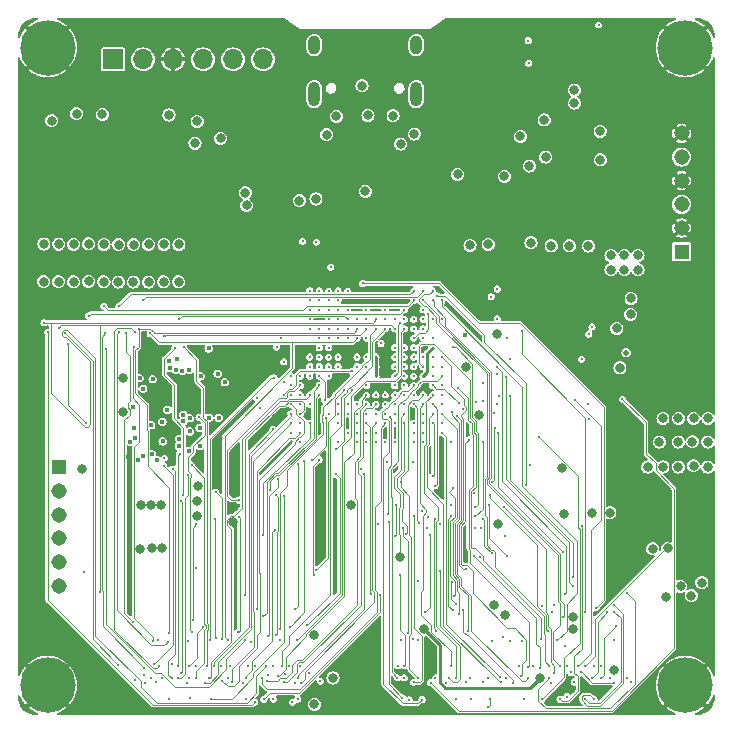
<source format=gbr>
%TF.GenerationSoftware,KiCad,Pcbnew,7.0.7*%
%TF.CreationDate,2024-02-27T15:56:59-08:00*%
%TF.ProjectId,cpu_board,6370755f-626f-4617-9264-2e6b69636164,rev?*%
%TF.SameCoordinates,Original*%
%TF.FileFunction,Copper,L3,Inr*%
%TF.FilePolarity,Positive*%
%FSLAX46Y46*%
G04 Gerber Fmt 4.6, Leading zero omitted, Abs format (unit mm)*
G04 Created by KiCad (PCBNEW 7.0.7) date 2024-02-27 15:56:59*
%MOMM*%
%LPD*%
G01*
G04 APERTURE LIST*
%TA.AperFunction,ComponentPad*%
%ADD10C,4.700000*%
%TD*%
%TA.AperFunction,ComponentPad*%
%ADD11R,1.308000X1.308000*%
%TD*%
%TA.AperFunction,ComponentPad*%
%ADD12C,1.308000*%
%TD*%
%TA.AperFunction,ComponentPad*%
%ADD13O,1.000000X2.100000*%
%TD*%
%TA.AperFunction,ComponentPad*%
%ADD14O,1.000000X1.600000*%
%TD*%
%TA.AperFunction,ComponentPad*%
%ADD15R,1.700000X1.700000*%
%TD*%
%TA.AperFunction,ComponentPad*%
%ADD16O,1.700000X1.700000*%
%TD*%
%TA.AperFunction,ViaPad*%
%ADD17C,0.300000*%
%TD*%
%TA.AperFunction,ViaPad*%
%ADD18C,0.800000*%
%TD*%
%TA.AperFunction,ViaPad*%
%ADD19C,0.406400*%
%TD*%
%TA.AperFunction,ViaPad*%
%ADD20C,0.400000*%
%TD*%
%TA.AperFunction,ViaPad*%
%ADD21C,0.500000*%
%TD*%
%TA.AperFunction,Conductor*%
%ADD22C,0.250000*%
%TD*%
%TA.AperFunction,Conductor*%
%ADD23C,0.090000*%
%TD*%
G04 APERTURE END LIST*
D10*
%TO.N,GND*%
%TO.C,H2*%
X3000000Y-3000000D03*
%TD*%
D11*
%TO.N,POR_B*%
%TO.C,J4*%
X3940000Y-38545500D03*
D12*
%TO.N,EN_LP*%
X3940000Y-40545500D03*
%TO.N,EN_ADCS*%
X3940000Y-42545500D03*
%TO.N,P_GOOD*%
X3940000Y-44545500D03*
%TO.N,LPUART1_TX_BOOT*%
X3940000Y-46545500D03*
%TO.N,LPUART1_RX_BOOT*%
X3940000Y-48545500D03*
%TD*%
D13*
%TO.N,GNDREF*%
%TO.C,J1*%
X34207500Y-6944000D03*
D14*
X34207500Y-2794000D03*
D13*
X25567500Y-6944000D03*
D14*
X25567500Y-2794000D03*
%TD*%
D10*
%TO.N,GND*%
%TO.C,H1*%
X57000000Y-3000000D03*
%TD*%
%TO.N,GND*%
%TO.C,H3*%
X3000000Y-57000000D03*
%TD*%
%TO.N,GND*%
%TO.C,H4*%
X57000000Y-57000000D03*
%TD*%
D15*
%TO.N,Net-(J5-Pin_1)*%
%TO.C,J5*%
X8540000Y-3990000D03*
D16*
%TO.N,EN_ADCS*%
X11080000Y-3990000D03*
%TO.N,GND*%
X13620000Y-3990000D03*
%TO.N,GNDREF*%
X16160000Y-3990000D03*
%TO.N,VBATT_IN*%
X18700000Y-3990000D03*
%TO.N,VUSB*%
X21240000Y-3990000D03*
%TD*%
D11*
%TO.N,VBATT_IN*%
%TO.C,J2*%
X56680000Y-20270000D03*
D12*
%TO.N,GND*%
X56680000Y-18270000D03*
%TO.N,VBATT_IN*%
X56680000Y-16270000D03*
%TO.N,GND*%
X56680000Y-14270000D03*
%TO.N,VBATT_IN*%
X56680000Y-12270000D03*
%TO.N,GND*%
X56680000Y-10270000D03*
%TD*%
D17*
%TO.N,GND*%
X45810000Y-58060000D03*
X29910000Y-13390000D03*
X27450000Y-41180000D03*
D18*
X22350000Y-34400000D03*
D17*
X23600000Y-36400000D03*
X34000000Y-34000000D03*
X29900000Y-14100000D03*
X32400000Y-25200000D03*
D18*
X54700000Y-7000000D03*
D17*
X28400000Y-29200000D03*
D18*
X53300000Y-5600000D03*
X41000000Y-16900000D03*
D17*
X35400000Y-38600000D03*
X33200000Y-27600000D03*
D19*
X12729300Y-35505900D03*
D17*
X31600000Y-31600000D03*
D18*
X52900000Y-31200000D03*
D19*
X14071200Y-35508800D03*
D17*
X27440000Y-40510000D03*
D18*
X40100000Y-16900000D03*
D17*
X31600000Y-27600000D03*
X26160000Y-41860000D03*
D19*
X9839900Y-37678200D03*
D17*
X32400000Y-27600000D03*
D18*
X45900000Y-4800000D03*
D17*
X31600000Y-30800000D03*
D18*
X41100000Y-22000000D03*
D17*
X25200000Y-34000000D03*
D18*
X18750100Y-40709400D03*
D20*
X17075000Y-37925000D03*
D18*
X38700000Y-10100000D03*
D17*
X28400000Y-34800000D03*
X52180000Y-26840000D03*
X34000000Y-25200000D03*
D19*
X17129700Y-31092500D03*
D18*
X18750000Y-41910000D03*
D17*
X28400000Y-30000000D03*
D18*
X38715000Y-8485000D03*
D17*
X25200000Y-28399800D03*
X32363259Y-38776348D03*
D18*
X53800000Y-32100000D03*
D17*
X28400000Y-30800000D03*
X29200000Y-25200000D03*
X25200000Y-31600000D03*
X28400000Y-24400000D03*
D18*
X47400000Y-4800000D03*
D17*
X26000000Y-33200400D03*
X30800000Y-28400000D03*
D18*
X42500000Y-22000000D03*
X46700000Y-4000000D03*
X53800000Y-31200000D03*
D17*
X30800000Y-25200000D03*
X34800000Y-31600000D03*
X36400000Y-23600000D03*
D18*
X40240000Y-25320000D03*
X52900000Y-32100000D03*
D17*
X30000000Y-28400000D03*
X15472302Y-34727698D03*
D19*
X15014400Y-36311600D03*
D20*
X15475000Y-37925000D03*
D17*
X34800000Y-28400000D03*
X26000000Y-26000000D03*
D18*
X46000000Y-3300000D03*
D20*
X39652600Y-27505500D03*
D18*
X38700000Y-11800000D03*
D17*
X32400000Y-35600000D03*
X31600000Y-28400000D03*
D18*
X47400000Y-3300000D03*
D17*
X26180000Y-40540000D03*
D18*
X40100000Y-15900000D03*
D17*
X27600000Y-30800000D03*
X28400000Y-28400000D03*
X26180000Y-41170000D03*
X27600000Y-31600000D03*
X55300000Y-26850000D03*
D18*
X58200000Y-27100000D03*
X51700000Y-35600000D03*
D20*
X38425000Y-46200000D03*
D17*
X30800000Y-31600000D03*
D18*
X35900000Y-18400000D03*
D17*
X29200000Y-28400000D03*
X31600000Y-29200000D03*
X23600000Y-23599200D03*
X26000000Y-34800000D03*
D18*
X35100000Y-14200000D03*
X18730000Y-43180000D03*
D17*
X31600000Y-30000000D03*
D19*
X12760900Y-37203800D03*
D17*
X27440000Y-41860000D03*
X31600000Y-35600000D03*
X36400000Y-36400000D03*
D18*
X41000000Y-15900000D03*
D17*
X26000000Y-34000000D03*
X38600000Y-35000000D03*
D18*
%TO.N,VSYS*%
X51460000Y-30110000D03*
X58910000Y-34400000D03*
X45050000Y-9120000D03*
X55100000Y-38500000D03*
X55100000Y-34400000D03*
X57700000Y-34400000D03*
X43790000Y-13020000D03*
X54800000Y-36400000D03*
X58900000Y-38500000D03*
X56400000Y-36400000D03*
X57700000Y-38400000D03*
X43040000Y-10510000D03*
X57600000Y-36370000D03*
X38774400Y-19751700D03*
X58900000Y-36400000D03*
X45180000Y-12260000D03*
X53800000Y-38500000D03*
X41680000Y-13890000D03*
X56400000Y-34400000D03*
X56400000Y-38500000D03*
D17*
%TO.N,/RT1176 #1/VDDA_ADC_3P3*%
X33200000Y-30000000D03*
%TO.N,VDD_SNVS_ANA*%
X33999999Y-36400000D03*
X31750000Y-38125000D03*
X33925000Y-38125000D03*
X31600000Y-36400000D03*
%TO.N,VDD_SNVS_DIG*%
X34000000Y-35600000D03*
%TO.N,/RT1176 #1/VDD_LPSR_ANA*%
X32400000Y-34000000D03*
%TO.N,/RT1176 #1/VDD_LPSR_DIG*%
X31600000Y-34000000D03*
%TO.N,VDD_1P0*%
X31600000Y-33200000D03*
%TO.N,VDD_SOC_IN*%
X30800000Y-30000000D03*
X29200000Y-29200000D03*
X30800000Y-30800000D03*
X29200000Y-30000000D03*
X30000000Y-29200000D03*
X30800000Y-29200000D03*
X30000000Y-30000000D03*
D18*
%TO.N,/USB-C/USB_CON_DP*%
X29630000Y-6210000D03*
%TO.N,POR_B*%
X5900000Y-38700000D03*
D17*
X30800000Y-35600000D03*
%TO.N,ADC_1V8_IN*%
X34800000Y-30800000D03*
X35600000Y-28400000D03*
%TO.N,Net-(U2B-VDDA_1P8_IN)*%
X31600000Y-32400000D03*
D18*
%TO.N,VDD_3V3*%
X43930000Y-19510000D03*
X40310000Y-19660000D03*
D17*
X27600000Y-30000000D03*
D18*
X38430000Y-30000000D03*
D17*
X32400000Y-28400000D03*
X28400000Y-26800000D03*
D18*
X47170000Y-19780000D03*
D17*
X28400000Y-34000000D03*
D18*
X15480000Y-11090000D03*
X45640000Y-19780000D03*
D17*
X27600000Y-29200000D03*
D18*
X13280000Y-8710000D03*
X27177100Y-56369800D03*
D17*
X32400000Y-34800000D03*
D18*
X28680500Y-41700000D03*
X48800000Y-19800000D03*
D17*
X32400000Y-32400000D03*
D18*
X17650000Y-10680000D03*
X50986700Y-55677800D03*
X37716400Y-13741400D03*
X15670000Y-9250000D03*
D17*
%TO.N,GPIO_AD_08*%
X38678700Y-36213300D03*
X43111372Y-56188628D03*
X34800000Y-34800000D03*
%TO.N,Net-(U2K-VDD_MIPI_1P8)*%
X30000000Y-27600000D03*
%TO.N,/RT1176 #3/MCM_3V3*%
X35600000Y-26000000D03*
%TO.N,VDD_1V8*%
X27600000Y-27600000D03*
D18*
X11810000Y-45390000D03*
X5460000Y-8590000D03*
X41075000Y-27240000D03*
X39511900Y-34072422D03*
X3360000Y-9180000D03*
X25600000Y-52760500D03*
X50615000Y-42370000D03*
X10860000Y-45430000D03*
D17*
X32400000Y-25975000D03*
D18*
X46720479Y-42479521D03*
X52410000Y-24220000D03*
X46576201Y-38629799D03*
X12720000Y-45400000D03*
D17*
X33200000Y-28400000D03*
X28400000Y-27600000D03*
X32400000Y-29200000D03*
D18*
X49100000Y-42400000D03*
X51200000Y-26770000D03*
X25600000Y-58600000D03*
X7650000Y-8650000D03*
D17*
X34000000Y-26000000D03*
D20*
X38322222Y-27292778D03*
D17*
%TO.N,VUSB*%
X36400000Y-26000000D03*
D18*
X32260000Y-8770000D03*
X27460000Y-8830000D03*
X29900000Y-15160000D03*
%TO.N,GNDREF*%
X26620000Y-10360000D03*
X34060000Y-10310000D03*
X32910000Y-11170000D03*
D19*
%TO.N,/SDRAM/SDRAM_1V8*%
X15058100Y-35499400D03*
D18*
X10930000Y-41710000D03*
D19*
X14972300Y-37134300D03*
X12748200Y-36342400D03*
D20*
X10811500Y-30971500D03*
D19*
X12722800Y-34686600D03*
D18*
X9420000Y-30970000D03*
D19*
X12275000Y-37925000D03*
D18*
X15670000Y-41360000D03*
X11790000Y-41710000D03*
D19*
X10675000Y-37925000D03*
D18*
X9420000Y-33880000D03*
X12640000Y-41700000D03*
X15660000Y-42620000D03*
X15720000Y-40080000D03*
%TO.N,/USB-C/USB_CON_DN*%
X30130000Y-8740000D03*
%TO.N,VDD_3V3_LP*%
X41700000Y-51000000D03*
X40800000Y-50200000D03*
D17*
X32400000Y-36400000D03*
D18*
%TO.N,VBATT*%
X47500000Y-52200000D03*
X57500000Y-49400000D03*
X58400000Y-48300000D03*
D17*
X45900000Y-50200000D03*
D18*
X47500000Y-51200000D03*
X56600000Y-48600000D03*
X49790900Y-10080000D03*
X49800000Y-12500000D03*
X47600000Y-7700000D03*
X47600000Y-6600000D03*
D17*
X45700000Y-50800000D03*
D18*
X55400000Y-49500000D03*
D17*
%TO.N,Net-(U1-DVDT)*%
X49652800Y-1075100D03*
D18*
%TO.N,EN_ADCS*%
X54235000Y-45421800D03*
D17*
X43700000Y-2400000D03*
%TO.N,GPIO_AD_27*%
X33992500Y-56735800D03*
X34005700Y-42622800D03*
X35600000Y-33200000D03*
X35808500Y-40096900D03*
%TO.N,GPIO_EMC_B1_40*%
X23600000Y-30800000D03*
X41600000Y-52925300D03*
%TO.N,GPIO_AD_26*%
X34700000Y-58200000D03*
X34000000Y-31600000D03*
%TO.N,GPIO_AD_03*%
X43816700Y-38370900D03*
X45464800Y-56362500D03*
X34800000Y-34000000D03*
X52096600Y-49184500D03*
%TO.N,GPIO_AD_11*%
X41413700Y-56735800D03*
X35600000Y-34000000D03*
%TO.N,GPIO_AD_01*%
X46399000Y-58161100D03*
X34000000Y-34800000D03*
X48220300Y-43536200D03*
%TO.N,GPIO_AD_00*%
X37195200Y-36410500D03*
X41612800Y-41882400D03*
X47000000Y-57941200D03*
X32400000Y-33200000D03*
X45906200Y-55977700D03*
%TO.N,GPIO_AD_06*%
X37687400Y-34186400D03*
X33200000Y-33200000D03*
X43695900Y-56402900D03*
%TO.N,GPIO_AD_02*%
X33200000Y-34800000D03*
X33360600Y-44173200D03*
X45627277Y-56813446D03*
%TO.N,GPIO_AD_07*%
X41273800Y-56300600D03*
X43330600Y-58161100D03*
X36400000Y-35600000D03*
%TO.N,GPIO_LPSR_04*%
X49867400Y-56362500D03*
X29688300Y-22964700D03*
X49429100Y-50406800D03*
X28400000Y-33200000D03*
X51129100Y-51994700D03*
%TO.N,GPIO_LPSR_05*%
X41121800Y-35614000D03*
X46651100Y-45707700D03*
X50995500Y-50232400D03*
X29200000Y-33200000D03*
X49267400Y-58161100D03*
%TO.N,GPIO_EMC_B1_41*%
X23600000Y-31600000D03*
X40667200Y-53250900D03*
%TO.N,GPIO_EMC_B2_00*%
X19783400Y-58161100D03*
X21700000Y-52800000D03*
X22487100Y-39488100D03*
X24400000Y-30800000D03*
%TO.N,GPIO_SNVS_03*%
X24186000Y-56362500D03*
X28753100Y-32022900D03*
X29762800Y-39113000D03*
X27408700Y-37012400D03*
X30800000Y-32400000D03*
%TO.N,GPIO_SNVS_09*%
X21186000Y-56362500D03*
X31600000Y-34800000D03*
D18*
%TO.N,PMIC_ON_REQ*%
X55500000Y-45400000D03*
D17*
X48533200Y-55337500D03*
D18*
X41100000Y-43300000D03*
D17*
X30000000Y-36400000D03*
%TO.N,ONOFF*%
X30800000Y-36400000D03*
X50996300Y-53156400D03*
%TO.N,GPIO_SNVS_00*%
X24460100Y-56780000D03*
X30800000Y-34800000D03*
%TO.N,PMIC_STBY_REQ*%
X30000000Y-35600000D03*
X49867400Y-55337500D03*
%TO.N,GPIO_SNVS_05*%
X29538000Y-38694000D03*
X27404000Y-39140900D03*
X22117600Y-58161100D03*
X30000000Y-34000000D03*
X25005900Y-51874700D03*
%TO.N,GPIO_SNVS_07*%
X30390800Y-49245900D03*
X30000000Y-34800000D03*
X31146600Y-49372800D03*
X21317600Y-58161100D03*
%TO.N,GPIO_LPSR_07*%
X50992259Y-50792259D03*
X48533200Y-58161100D03*
X29200000Y-34800000D03*
%TO.N,WAKEUP*%
X49267400Y-55337500D03*
X29200000Y-35600000D03*
%TO.N,GPIO_AD_09*%
X37448800Y-49437100D03*
X38200000Y-50600000D03*
X35652100Y-39272700D03*
X35600000Y-34800000D03*
X42396400Y-56768700D03*
X37350000Y-40307700D03*
%TO.N,GPIO_EMC_B2_10*%
X24218800Y-38271500D03*
X15004500Y-56362500D03*
X24400000Y-34800000D03*
X23985400Y-50497900D03*
X25112600Y-55958800D03*
%TO.N,GPIO_SNVS_01*%
X30800000Y-34000000D03*
X25772400Y-47215600D03*
X28085500Y-32007400D03*
X24186000Y-58161100D03*
%TO.N,GPIO_EMC_B2_06*%
X16835000Y-58161100D03*
X23011500Y-40924600D03*
X23600000Y-35600000D03*
%TO.N,GPIO_EMC_B2_03*%
X18659700Y-56735400D03*
X23600000Y-34800000D03*
%TO.N,GPIO_EMC_B2_13*%
X26800000Y-30800000D03*
X13497400Y-56362500D03*
X13588100Y-38655800D03*
%TO.N,GPIO_LPSR_01*%
X27600000Y-34800000D03*
X52022400Y-56362500D03*
%TO.N,GPIO_EMC_B2_14*%
X21850300Y-40435700D03*
X13315000Y-58161100D03*
X26000000Y-32400000D03*
%TO.N,GPIO_EMC_B2_01*%
X26000000Y-30800000D03*
X23128600Y-56066900D03*
X23513400Y-52031300D03*
X24752700Y-37975700D03*
X19513100Y-56768700D03*
X26474400Y-32825900D03*
%TO.N,GPIO_EMC_B2_15*%
X14327400Y-41397000D03*
X14270200Y-55962900D03*
X24400000Y-31600000D03*
X12669478Y-56390622D03*
X19180000Y-41309700D03*
%TO.N,GPIO_LPSR_09*%
X26800000Y-34000000D03*
X47314900Y-55900000D03*
%TO.N,GPIO_AD_32*%
X40667900Y-39759400D03*
X37157600Y-41765400D03*
X38145000Y-33565900D03*
X40900000Y-35200000D03*
X33119500Y-43684500D03*
X36187600Y-43292900D03*
X33491300Y-52531800D03*
X33947400Y-53039000D03*
X39133000Y-40687900D03*
X35600000Y-30785500D03*
%TO.N,GPIO_AD_33*%
X32834100Y-47622700D03*
X33191200Y-55337500D03*
X38448828Y-47151172D03*
X36400000Y-29200000D03*
%TO.N,GPIO_EMC_B2_08*%
X23600000Y-34000000D03*
X16300800Y-56766600D03*
%TO.N,GPIO_EMC_B2_16*%
X24400000Y-34000000D03*
X19756800Y-49374400D03*
X12200000Y-56700000D03*
%TO.N,GPIO_SNVS_08*%
X21600000Y-56600000D03*
X30000000Y-33200000D03*
%TO.N,GPIO_SNVS_04*%
X30800000Y-33200000D03*
X23063600Y-56735800D03*
%TO.N,GPIO_EMC_B2_18*%
X25200000Y-33200000D03*
X25988700Y-37876900D03*
X25583800Y-47623700D03*
X11200000Y-56100000D03*
%TO.N,GPIO_EMC_B2_05*%
X23600000Y-33200000D03*
X17807100Y-56584800D03*
%TO.N,GPIO_EMC_B2_09*%
X24400000Y-33200000D03*
X15201600Y-38340200D03*
X15580800Y-56362500D03*
%TO.N,GPIO_EMC_B2_04*%
X22324000Y-52700000D03*
X21662300Y-56104100D03*
X18249200Y-56362500D03*
X23600000Y-32400000D03*
X22360200Y-40842900D03*
%TO.N,GPIO_EMC_B2_07*%
X16700800Y-56362500D03*
X25200000Y-32400000D03*
%TO.N,GPIO_LPSR_06*%
X50346194Y-50809450D03*
X49085600Y-56362500D03*
X29200000Y-34000000D03*
%TO.N,GPIO_SNVS_06*%
X30000000Y-32400000D03*
X22500000Y-56200000D03*
%TO.N,GPIO_SNVS_02*%
X30000000Y-31600000D03*
X20549300Y-58422100D03*
X3017000Y-27088900D03*
X23913100Y-56768700D03*
X26978100Y-21585700D03*
%TO.N,GPIO_DISP_B2_09*%
X29200000Y-26000000D03*
X14046600Y-55337500D03*
X14174400Y-37379600D03*
%TO.N,GPIO_SD_B1_04*%
X46399000Y-55337500D03*
X34800000Y-24400000D03*
%TO.N,GPIO_DISP_B2_07*%
X15833700Y-34283700D03*
X27600000Y-26000000D03*
X15259503Y-52484400D03*
%TO.N,GPIO_AD_35*%
X32678100Y-55337500D03*
X37302000Y-50602000D03*
X37193600Y-42613500D03*
X37365800Y-28386300D03*
X39226600Y-41865800D03*
%TO.N,GPIO_DISP_B2_06*%
X15592000Y-43347500D03*
X12893300Y-37741900D03*
X15580800Y-55337500D03*
X15332000Y-51500000D03*
X27600000Y-25200000D03*
%TO.N,GPIO_SD_B1_01*%
X46800000Y-53700000D03*
X41047400Y-30004300D03*
X34800000Y-26000000D03*
X46794500Y-49236800D03*
%TO.N,GPIO_AD_34*%
X32933200Y-53156400D03*
X39210500Y-43693100D03*
X35600000Y-30000000D03*
X41186600Y-32493000D03*
X35394000Y-44223300D03*
X34976800Y-50788600D03*
%TO.N,GPIO_SD_B1_03*%
X46148800Y-53156400D03*
X36400000Y-24400000D03*
%TO.N,DAC_OUT*%
X47933200Y-55337500D03*
X35600000Y-29200000D03*
X47630000Y-32828700D03*
%TO.N,GPIO_LPSR_00*%
X52431600Y-56735800D03*
X27600000Y-33200000D03*
%TO.N,GPIO_SD_B1_05*%
X35600000Y-23600000D03*
X45464800Y-55337500D03*
%TO.N,GPIO_SD_B1_00*%
X46664300Y-51191800D03*
X46999000Y-55337500D03*
X35600000Y-24400000D03*
D18*
%TO.N,Net-(U7-PG)*%
X52370000Y-25580000D03*
D21*
X52002679Y-28826800D03*
D18*
%TO.N,Net-(R44-Pad2)*%
X11550000Y-22840000D03*
X11560000Y-19660000D03*
%TO.N,Net-(R45-Pad2)*%
X12840000Y-22830000D03*
X12850000Y-19650000D03*
%TO.N,Net-(R46-Pad2)*%
X14110000Y-22830000D03*
X14120000Y-19650000D03*
%TO.N,Net-(R48-Pad2)*%
X19739500Y-15289500D03*
X25720000Y-15810000D03*
%TO.N,Net-(R50-Pad2)*%
X19860000Y-16350000D03*
X24320000Y-15950000D03*
%TO.N,Net-(R37-Pad2)*%
X2690000Y-19630000D03*
X2680000Y-22810000D03*
%TO.N,Net-(R38-Pad2)*%
X3950000Y-19640000D03*
X3940000Y-22820000D03*
%TO.N,Net-(R39-Pad2)*%
X5210000Y-22830000D03*
X5220000Y-19650000D03*
%TO.N,Net-(R40-Pad2)*%
X6470000Y-22790000D03*
X6480000Y-19610000D03*
%TO.N,Net-(R41-Pad2)*%
X7760000Y-22830000D03*
X7770000Y-19650000D03*
D17*
%TO.N,GPIO_EMC_B2_02*%
X22240400Y-43807500D03*
X25200000Y-30800100D03*
X19783400Y-56362500D03*
D18*
%TO.N,Net-(R42-Pad2)*%
X9010000Y-19670000D03*
X9000000Y-22850000D03*
D17*
%TO.N,ENET_RGMII_MDC*%
X11232800Y-56780000D03*
X24400000Y-36400000D03*
%TO.N,ENET_RGMII_MDIO*%
X10419972Y-56564528D03*
X25200000Y-34800000D03*
X21216200Y-44255800D03*
%TO.N,GPIO_DISP_B2_15*%
X11933500Y-53240700D03*
X10283700Y-28375900D03*
X26000000Y-23600000D03*
%TO.N,GPIO_DISP_B2_08*%
X15004500Y-55337500D03*
X16142800Y-52028500D03*
X26569300Y-34400300D03*
X26800000Y-24400000D03*
X25375800Y-37883600D03*
%TO.N,GPIO_DISP_B2_13*%
X10419500Y-27107000D03*
X26800000Y-23600000D03*
X12435000Y-55337500D03*
D18*
%TO.N,Net-(R43-Pad2)*%
X10270000Y-22850000D03*
X10280000Y-19670000D03*
D17*
%TO.N,GPIO_DISP_B2_12*%
X27597000Y-24402300D03*
X10222400Y-51624000D03*
X9671500Y-27126800D03*
X12375600Y-53156400D03*
%TO.N,GPIO_DISP_B2_10*%
X31019800Y-43300000D03*
X30000000Y-26000000D03*
X14905600Y-53200000D03*
%TO.N,GPIO_DISP_B2_11*%
X7906700Y-27197100D03*
X11187400Y-55489700D03*
X13536200Y-55220500D03*
X27600000Y-23600000D03*
%TO.N,GPIO_DISP_B2_14*%
X28400000Y-23600000D03*
X12844900Y-38444100D03*
X11996200Y-55220500D03*
%TO.N,ENET_RGMII_RXD2*%
X30800000Y-26800000D03*
X22698828Y-52201172D03*
X22654400Y-53156400D03*
%TO.N,ENET_RGMII_RXD1*%
X22851800Y-55337500D03*
X31600000Y-26800000D03*
%TO.N,GPIO_AD_28*%
X33600000Y-58209800D03*
X39838200Y-32895300D03*
X39264300Y-32976700D03*
X33191200Y-56362500D03*
X36400000Y-31600000D03*
%TO.N,ENET_RGMII_RXD0*%
X23735500Y-58413000D03*
X8965000Y-55234700D03*
X4510900Y-27178100D03*
X31600000Y-26000000D03*
X23451800Y-55337500D03*
%TO.N,GPIO_AD_29*%
X39224400Y-42651800D03*
X39872300Y-36402400D03*
X33052423Y-58047577D03*
X31884300Y-43200000D03*
X36400000Y-32400000D03*
X35122100Y-43680900D03*
%TO.N,ENET_RGMII_RXD3*%
X31600000Y-25200000D03*
X6297400Y-34767300D03*
X22117600Y-55337500D03*
X4758000Y-28088300D03*
X15562700Y-47071700D03*
%TO.N,GPIO_AD_30*%
X36400000Y-30800000D03*
X32620100Y-56362500D03*
%TO.N,GPIO_AD_31*%
X37222700Y-48267200D03*
X40613500Y-45820500D03*
X34401600Y-53156400D03*
X39906200Y-42887600D03*
X37554500Y-50076200D03*
X36400000Y-30000000D03*
%TO.N,ENET_RGMII_RX_EN*%
X33200000Y-26800000D03*
X24122800Y-53156400D03*
%TO.N,ENET_RGMII_RXC*%
X26104500Y-56635200D03*
X24386000Y-55337500D03*
X33200000Y-26000000D03*
%TO.N,P_GOOD*%
X43747200Y-4325000D03*
%TO.N,JTAG_MOD*%
X27600000Y-36400000D03*
%TO.N,FlexSPI_A_SS0*%
X48825000Y-27240000D03*
X41930000Y-27600000D03*
%TO.N,FlexSPI_A_D3*%
X41050000Y-33185000D03*
X35600000Y-27600000D03*
X41075000Y-25970000D03*
%TO.N,FlexSPI_A_D2*%
X42146000Y-29340600D03*
X48220000Y-29380000D03*
X34000000Y-29199900D03*
D20*
%TO.N,SEMC_CKE*%
X15040400Y-34381800D03*
D17*
X26800000Y-28399800D03*
%TO.N,SEMC_CS0*%
X27600000Y-26799600D03*
D20*
X11900000Y-31069800D03*
D17*
%TO.N,SEMC_CLK*%
X25200000Y-30000000D03*
D20*
%TO.N,/SDRAM/SEMC_CLK_R*%
X16685200Y-34331000D03*
D17*
%TO.N,SEMC_A0*%
X25200000Y-23591800D03*
D20*
X13338000Y-30109000D03*
D17*
%TO.N,ENET_RGMII_TXC_BT*%
X19717600Y-53156400D03*
X34000000Y-23600000D03*
X7925700Y-28530900D03*
X9047800Y-24890000D03*
%TO.N,ENET_RGMII_TXD1_BT*%
X20583400Y-55337500D03*
X11050000Y-24350000D03*
X17767200Y-53080500D03*
X17242500Y-40637500D03*
X34800000Y-23600000D03*
D20*
%TO.N,SEMC_A8*%
X16634400Y-28463600D03*
D17*
X25200000Y-24399300D03*
%TO.N,SEMC_A9*%
X26000000Y-24399300D03*
D20*
X14424600Y-30337100D03*
D17*
%TO.N,ENET_RGMII_TX_EN_BT*%
X7772200Y-24890000D03*
X13163000Y-53284500D03*
X19983400Y-55337500D03*
X34000000Y-24400000D03*
X9029700Y-27062700D03*
D20*
%TO.N,SEMC_A2*%
X17396400Y-30597200D03*
X11097200Y-31892600D03*
%TO.N,SEMC_A12*%
X13865800Y-30300500D03*
D17*
X25200000Y-25199400D03*
D20*
%TO.N,SEMC_A11*%
X15008800Y-30292400D03*
D17*
X26000000Y-25199400D03*
%TO.N,SEMC_A3*%
X26800000Y-25199400D03*
D20*
X13243500Y-29492300D03*
D17*
%TO.N,GPIO_DISP_B2_04*%
X28400000Y-25200000D03*
X22167700Y-30948000D03*
X16780800Y-53156400D03*
%TO.N,GPIO_DISP_B2_05*%
X25760000Y-19457300D03*
X30000000Y-25200000D03*
X14537700Y-28374700D03*
X16505800Y-55337500D03*
%TO.N,ENET_RGMII_TXD0_BT*%
X19143300Y-52498700D03*
X6500000Y-25700000D03*
X33200000Y-25200000D03*
X19211800Y-42730100D03*
X20200000Y-53310500D03*
%TO.N,SEMC_A7*%
X25200000Y-25999500D03*
D20*
X15964000Y-30810300D03*
%TO.N,SEMC_A4*%
X13980100Y-29378000D03*
D17*
X26800000Y-25999500D03*
%TO.N,GPIO_DISP_B2_03*%
X14150000Y-25950000D03*
X23010100Y-32414700D03*
X17115000Y-55337500D03*
X28400000Y-26000000D03*
X28778500Y-30392000D03*
X22098900Y-35318300D03*
%TO.N,ENET_RGMII_TXD3_BT*%
X2700000Y-26300000D03*
X30800000Y-26000000D03*
X21517600Y-55337500D03*
%TO.N,SEMC_D8*%
X25200000Y-26799600D03*
D20*
X18006000Y-31333800D03*
%TO.N,SEMC_D3*%
X10424100Y-36016600D03*
D17*
X26000000Y-26799600D03*
%TO.N,SEMC_WE*%
X26800000Y-26799600D03*
D20*
X10208200Y-33390200D03*
D17*
%TO.N,GPIO_DISP_B2_00*%
X29200000Y-26800000D03*
X10750000Y-26800000D03*
X13319700Y-52582019D03*
X18449200Y-55337500D03*
%TO.N,GPIO_DISP_B2_02*%
X14512200Y-40848200D03*
X17220500Y-42901700D03*
X12900000Y-27404500D03*
X17715000Y-55337500D03*
X13782400Y-28462600D03*
X17222900Y-52990700D03*
X30000000Y-26800000D03*
%TO.N,ENET_RGMII_TXD2_BT*%
X32400000Y-26800000D03*
X7410800Y-49091300D03*
X3945600Y-26700000D03*
%TO.N,USDHC2_CMD*%
X42162600Y-53263700D03*
X42141400Y-32491900D03*
X34000000Y-26800000D03*
X47517200Y-47784000D03*
%TO.N,USDHC2_DATA0*%
X41847300Y-30886300D03*
X47472600Y-48563900D03*
X34800000Y-26800000D03*
X42915000Y-55337500D03*
D20*
%TO.N,SEMC_D1*%
X9981000Y-36363000D03*
D17*
X22400200Y-28362000D03*
%TO.N,SEMC_D0*%
X22781200Y-27600000D03*
D20*
X11041354Y-37558646D03*
%TO.N,SEMC_D5*%
X10334500Y-35200000D03*
D17*
X26000000Y-27599700D03*
D20*
%TO.N,SEMC_DM0*%
X11783000Y-34966000D03*
D17*
X26800000Y-27599700D03*
%TO.N,GPIO_DISP_B2_01*%
X29200000Y-27600000D03*
X18249200Y-53156400D03*
X11700000Y-27200000D03*
%TO.N,USDHC2_CLK*%
X35245200Y-25543200D03*
X43201000Y-53251000D03*
X43176600Y-26980500D03*
X44829623Y-50272721D03*
X48548000Y-50797200D03*
X34000000Y-27600000D03*
%TO.N,FlexSPI_A_D0*%
X41050000Y-30645000D03*
X41075000Y-23430000D03*
X34800000Y-27599700D03*
%TO.N,SEMC_BA0*%
X20698400Y-32629200D03*
D20*
X14500800Y-34077000D03*
D17*
%TO.N,SEMC_D2*%
X25997400Y-28397200D03*
D20*
X11833800Y-37404400D03*
D17*
%TO.N,FlexSPI_A_CLK*%
X34000000Y-28400000D03*
D20*
%TO.N,SEMC_BA1*%
X13154600Y-33645200D03*
D17*
X23009800Y-29606600D03*
%TO.N,SEMC_D7*%
X25197300Y-29197200D03*
D20*
X14140000Y-36110000D03*
%TO.N,SEMC_D6*%
X15902117Y-36737902D03*
D17*
X26000000Y-29199900D03*
%TO.N,SEMC_D4*%
X26800000Y-29199900D03*
D20*
X14119800Y-36718600D03*
D17*
%TO.N,USDHC2_DATA1*%
X43685700Y-55435100D03*
X33200000Y-29200000D03*
X37744300Y-31794200D03*
%TO.N,FlexSPI_A_D1*%
X34800000Y-29200000D03*
X48800000Y-33200000D03*
X49105000Y-26640400D03*
%TO.N,SEMC_DM1*%
X20977800Y-33518200D03*
D20*
X17498000Y-34331000D03*
D17*
%TO.N,SEMC_RAS*%
X26000000Y-30000000D03*
D20*
X15884461Y-35184546D03*
D17*
%TO.N,SEMC_CAS*%
X26800000Y-30000000D03*
D20*
X14488100Y-34635800D03*
D17*
%TO.N,GPIO_AD_23*%
X35845400Y-56362500D03*
X32473100Y-41748300D03*
X32415900Y-44357700D03*
X32400000Y-30000000D03*
%TO.N,USDHC2_DATA2*%
X40454700Y-40879300D03*
X44130600Y-55337500D03*
X45332700Y-52400000D03*
X34000000Y-30000000D03*
%TO.N,USDHC2_DATA3*%
X34800000Y-30000000D03*
X44772600Y-53064200D03*
%TO.N,GPIO_AD_22*%
X51677300Y-32744700D03*
X32820800Y-26330200D03*
X32400000Y-30800000D03*
X35445400Y-56754600D03*
%TO.N,GPIO_AD_20*%
X35981200Y-24017300D03*
X36223600Y-47289800D03*
X33200000Y-30800000D03*
X43492800Y-39998800D03*
X41706800Y-44377000D03*
X37024000Y-56362500D03*
X39597400Y-46118600D03*
%TO.N,GPIO_AD_21*%
X36779600Y-56765300D03*
X41880600Y-46017100D03*
X34379600Y-48129700D03*
X40404600Y-41758000D03*
X34000000Y-30800000D03*
%TO.N,GPIO_EMC_B2_11*%
X14766600Y-56768700D03*
X21277700Y-51117400D03*
X15067900Y-58046800D03*
X26000000Y-31600000D03*
%TO.N,GPIO_AD_13*%
X39878600Y-31421400D03*
X40275200Y-58857500D03*
X32400000Y-31600000D03*
X40833700Y-33918300D03*
X40435000Y-58161100D03*
%TO.N,LPUART1_TX_BOOT*%
X32020000Y-34310000D03*
X33200000Y-31600000D03*
X31800000Y-42500000D03*
X6100000Y-47400000D03*
%TO.N,GPIO_AD_19*%
X37593800Y-58161100D03*
X35600000Y-31600000D03*
X37836600Y-33128800D03*
%TO.N,GPIO_EMC_B2_12*%
X14852600Y-39207700D03*
X14035000Y-56362500D03*
X24400000Y-32400000D03*
%TO.N,GPIO_AD_04*%
X33200000Y-32400000D03*
X44628300Y-35926000D03*
X44864800Y-58161100D03*
%TO.N,GPIO_AD_15*%
X38567300Y-52370600D03*
X37212800Y-33890400D03*
X38806800Y-56362500D03*
X34000000Y-32400000D03*
%TO.N,LPUART1_RX_BOOT*%
X34401600Y-56362500D03*
X32900000Y-39800000D03*
X34800000Y-32400000D03*
%TO.N,GPIO_AD_18*%
X37593800Y-56362500D03*
X35600000Y-32400000D03*
%TO.N,GPIO_AD_14*%
X35924000Y-52385700D03*
X34487000Y-43217200D03*
X35794900Y-42870300D03*
X39866100Y-56735800D03*
X34000000Y-33200000D03*
%TO.N,GPIO_AD_17*%
X38397700Y-56735800D03*
X37131900Y-55337500D03*
X34800000Y-33200000D03*
%TO.N,GPIO_AD_16*%
X36400000Y-33200000D03*
X38835000Y-58161100D03*
%TO.N,GPIO_LPSR_02*%
X35191300Y-42732400D03*
X51001600Y-56768700D03*
X27600000Y-34000000D03*
X48200600Y-55900000D03*
X34735900Y-42223000D03*
D18*
%TO.N,BT_CFG_IO_EN*%
X32806700Y-46155700D03*
D17*
X33200000Y-34000000D03*
D18*
X44680400Y-56362500D03*
X34917000Y-52251100D03*
D17*
%TO.N,GPIO_AD_12*%
X37839400Y-50960600D03*
X36400000Y-34000000D03*
X40275200Y-56362500D03*
%TO.N,GPIO_AD_10*%
X39698700Y-43670200D03*
X44663300Y-55531100D03*
X41796400Y-56362500D03*
X36400000Y-34800000D03*
X39133900Y-46034600D03*
%TO.N,CAMERA_TRIG*%
X11801291Y-56399814D03*
X20697000Y-50559900D03*
X24400000Y-35600000D03*
%TO.N,GPIO_LPSR_03*%
X24600000Y-19400000D03*
X28400000Y-35600700D03*
X50652800Y-56362500D03*
%TO.N,GPIO_LPSR_08*%
X29200000Y-36400000D03*
X47589784Y-56705146D03*
%TO.N,FlexSPI_A_SS1*%
X48850000Y-34455000D03*
X34800000Y-25200000D03*
X40560000Y-24090000D03*
D18*
%TO.N,VBATT_IN*%
X53000000Y-21800000D03*
X51850000Y-20600000D03*
X53000000Y-20600000D03*
X50700000Y-20600000D03*
X51850000Y-21800000D03*
X50700000Y-21800000D03*
D17*
%TO.N,/RT1176 #1/CLK1_P*%
X34800000Y-36400000D03*
%TO.N,/RT1176 #1/CLK1_N*%
X34800000Y-35600000D03*
%TO.N,/RT1176 #3/SEMC_DQS*%
X23039400Y-31310600D03*
%TO.N,/RT1176 #3/VDD_MIPI_1P0*%
X31238700Y-28047600D03*
%TD*%
D22*
%TO.N,VDD_SOC_IN*%
X30800000Y-30800000D02*
X30800000Y-30000000D01*
X30800000Y-29200000D02*
X30800000Y-30000000D01*
%TO.N,ADC_1V8_IN*%
X35166900Y-28833100D02*
X35166900Y-30433100D01*
X35600000Y-28400000D02*
X35166900Y-28833100D01*
X35166900Y-30433100D02*
X34800000Y-30800000D01*
D23*
%TO.N,GPIO_AD_08*%
X43542900Y-53115900D02*
X42540300Y-52113300D01*
X38100000Y-46800000D02*
X38015800Y-46715800D01*
X38015800Y-46715800D02*
X38015800Y-43467141D01*
X43200000Y-56100000D02*
X43200000Y-55219449D01*
X39000000Y-47300000D02*
X38500000Y-46800000D01*
X38015800Y-43467141D02*
X38378598Y-43104343D01*
X43200000Y-55219449D02*
X43542900Y-54876549D01*
X41943400Y-52113300D02*
X39000000Y-49169900D01*
X39000000Y-49169900D02*
X39000000Y-47300000D01*
X38500000Y-46800000D02*
X38100000Y-46800000D01*
X43111372Y-56188628D02*
X43200000Y-56100000D01*
X42540300Y-52113300D02*
X41943400Y-52113300D01*
X38378598Y-36513402D02*
X38678700Y-36213300D01*
X38378598Y-43104343D02*
X38378598Y-36513402D01*
X43542900Y-54876549D02*
X43542900Y-53115900D01*
%TO.N,GPIO_AD_27*%
X35962200Y-33562200D02*
X35962200Y-39943200D01*
X34005700Y-52101800D02*
X34005700Y-42622800D01*
X35600000Y-33200000D02*
X35962200Y-33562200D01*
X34704700Y-56527400D02*
X34704700Y-52800800D01*
X34704700Y-52800800D02*
X34005700Y-52101800D01*
X33992500Y-56735800D02*
X34496300Y-56735800D01*
X35962200Y-39943200D02*
X35808500Y-40096900D01*
X34496300Y-56735800D02*
X34704700Y-56527400D01*
%TO.N,GPIO_AD_26*%
X32226000Y-32912000D02*
X32313000Y-32912000D01*
X32736100Y-32401900D02*
X33026000Y-32112000D01*
X31442100Y-56839600D02*
X31442100Y-37708600D01*
X34377700Y-58522300D02*
X33124800Y-58522300D01*
X31300000Y-34333051D02*
X31300000Y-33838000D01*
X33026000Y-32112000D02*
X33488000Y-32112000D01*
X31930000Y-37220700D02*
X31930000Y-34650000D01*
X31885000Y-33318051D02*
X31885000Y-33253000D01*
X33124800Y-58522300D02*
X31442100Y-56839600D01*
X31300000Y-33838000D02*
X31653000Y-33485000D01*
X32736100Y-32488900D02*
X32736100Y-32401900D01*
X32313000Y-32912000D02*
X32736100Y-32488900D01*
X31750000Y-34470000D02*
X31436949Y-34470000D01*
X31653000Y-33485000D02*
X31718051Y-33485000D01*
X33488000Y-32112000D02*
X34000000Y-31600000D01*
X31885000Y-33253000D02*
X32226000Y-32912000D01*
X34700000Y-58200000D02*
X34377700Y-58522300D01*
X31718051Y-33485000D02*
X31885000Y-33318051D01*
X31436949Y-34470000D02*
X31300000Y-34333051D01*
X31442100Y-37708600D02*
X31930000Y-37220700D01*
X31930000Y-34650000D02*
X31750000Y-34470000D01*
%TO.N,GPIO_AD_03*%
X52755600Y-56840700D02*
X50653600Y-58942700D01*
X52096600Y-49184500D02*
X52755600Y-49843500D01*
X44541400Y-58316400D02*
X44541400Y-57285900D01*
X50653600Y-58942700D02*
X45167700Y-58942700D01*
X45167700Y-58942700D02*
X44541400Y-58316400D01*
X52755600Y-49843500D02*
X52755600Y-56840700D01*
X44541400Y-57285900D02*
X45464800Y-56362500D01*
%TO.N,GPIO_AD_11*%
X35265000Y-34335000D02*
X35600000Y-34000000D01*
X41413700Y-56735800D02*
X41294500Y-56735800D01*
X41294500Y-56735800D02*
X36510500Y-51951800D01*
X35100000Y-40191300D02*
X35100000Y-36757609D01*
X35100000Y-36757609D02*
X35265000Y-36592609D01*
X36510500Y-51951800D02*
X36510500Y-41601800D01*
X35265000Y-36592609D02*
X35265000Y-34335000D01*
X36510500Y-41601800D02*
X35100000Y-40191300D01*
%TO.N,GPIO_AD_01*%
X47905800Y-56236700D02*
X47905800Y-57494200D01*
X48224600Y-43540500D02*
X48224600Y-53875100D01*
X47905800Y-57494200D02*
X47075900Y-58324100D01*
X47075900Y-58324100D02*
X46562000Y-58324100D01*
X47599400Y-54500300D02*
X47599400Y-55930300D01*
X48224600Y-53875100D02*
X47599400Y-54500300D01*
X48220300Y-43536200D02*
X48224600Y-43540500D01*
X46562000Y-58324100D02*
X46399000Y-58161100D01*
X47599400Y-55930300D02*
X47905800Y-56236700D01*
%TO.N,GPIO_AD_00*%
X45200000Y-45469600D02*
X41612800Y-41882400D01*
X45405800Y-52005800D02*
X45405799Y-50996683D01*
X45906200Y-55977700D02*
X45906100Y-55977700D01*
X45200000Y-50790884D02*
X45200000Y-45469600D01*
X45633500Y-55041300D02*
X45633500Y-52233500D01*
X45405799Y-50996683D02*
X45200000Y-50790884D01*
X45906100Y-55313900D02*
X45633500Y-55041300D01*
X45633500Y-52233500D02*
X45405800Y-52005800D01*
X45906100Y-55977700D02*
X45906100Y-55313900D01*
%TO.N,GPIO_AD_06*%
X38894600Y-52374200D02*
X43185000Y-56664600D01*
X37687400Y-34186400D02*
X38018598Y-34517598D01*
X43185000Y-56664600D02*
X43434200Y-56664600D01*
X38018598Y-34517598D02*
X38018598Y-42955227D01*
X38047700Y-47925475D02*
X38047700Y-48564900D01*
X37655800Y-43318025D02*
X37655800Y-47533575D01*
X38018598Y-42955227D02*
X37655800Y-43318025D01*
X37655800Y-47533575D02*
X38047700Y-47925475D01*
X38047700Y-48564900D02*
X38894600Y-49411800D01*
X38894600Y-49411800D02*
X38894600Y-52374200D01*
X43434200Y-56664600D02*
X43695900Y-56402900D01*
%TO.N,GPIO_AD_02*%
X32600000Y-40194204D02*
X32600000Y-39423491D01*
X33100000Y-40694204D02*
X32600000Y-40194204D01*
X33360600Y-44173200D02*
X33408800Y-44125000D01*
X33100000Y-42008096D02*
X33100000Y-40694204D01*
X33015000Y-42093096D02*
X33100000Y-42008096D01*
X32600000Y-39423491D02*
X33200000Y-38823491D01*
X33408800Y-44125000D02*
X33408800Y-43508800D01*
X33408800Y-43508800D02*
X33015000Y-43115000D01*
X33200000Y-38823491D02*
X33200000Y-34800000D01*
X33015000Y-43115000D02*
X33015000Y-42093096D01*
%TO.N,GPIO_AD_07*%
X36753900Y-51780700D02*
X36753900Y-35953900D01*
X36753900Y-35953900D02*
X36400000Y-35600000D01*
X41273800Y-56300600D02*
X36753900Y-51780700D01*
%TO.N,GPIO_LPSR_04*%
X39513100Y-26307300D02*
X36170500Y-22964700D01*
X36170500Y-22964700D02*
X29688300Y-22964700D01*
X49867400Y-56362500D02*
X50154300Y-56075600D01*
X50080500Y-33421600D02*
X42966200Y-26307300D01*
X50080500Y-49755400D02*
X50080500Y-33421600D01*
X42966200Y-26307300D02*
X39513100Y-26307300D01*
X49429100Y-50406800D02*
X50080500Y-49755400D01*
X50154300Y-52969500D02*
X51129100Y-51994700D01*
X50154300Y-56075600D02*
X50154300Y-52969500D01*
%TO.N,GPIO_LPSR_05*%
X48677400Y-58719000D02*
X49794800Y-58719000D01*
X48353500Y-57851900D02*
X48217600Y-57987800D01*
X51705600Y-50942500D02*
X50995500Y-50232400D01*
X48217600Y-58259200D02*
X48677400Y-58719000D01*
X48958200Y-57851900D02*
X48353500Y-57851900D01*
X49794800Y-58719000D02*
X51705600Y-56808200D01*
X41121800Y-40178400D02*
X41121800Y-35614000D01*
X48217600Y-57987800D02*
X48217600Y-58259200D01*
X51705600Y-56808200D02*
X51705600Y-50942500D01*
X49267400Y-58161100D02*
X48958200Y-57851900D01*
X46651100Y-45707700D02*
X41121800Y-40178400D01*
%TO.N,GPIO_EMC_B2_00*%
X22487100Y-40220000D02*
X22487100Y-39488100D01*
X21700000Y-52800000D02*
X21767800Y-52732200D01*
X21767800Y-40939300D02*
X22487100Y-40220000D01*
X21767800Y-52732200D02*
X21767800Y-40939300D01*
%TO.N,GPIO_SNVS_03*%
X28753100Y-32022900D02*
X28070000Y-32706000D01*
X28070000Y-32706000D02*
X28070000Y-36344100D01*
X27408700Y-37005400D02*
X27408700Y-37012400D01*
X28070000Y-36344100D02*
X27408700Y-37005400D01*
X29762800Y-50506700D02*
X29762800Y-39113000D01*
X24186000Y-56362500D02*
X24186000Y-56083500D01*
X24186000Y-56083500D02*
X29762800Y-50506700D01*
%TO.N,GPIO_SNVS_09*%
X30859600Y-49051700D02*
X30735300Y-48927400D01*
X30735300Y-41864700D02*
X31234000Y-41366000D01*
X21186000Y-56362500D02*
X21186000Y-56886000D01*
X30859600Y-50808500D02*
X30859600Y-49051700D01*
X31234000Y-35166000D02*
X31600000Y-34800000D01*
X30735300Y-48927400D02*
X30735300Y-41864700D01*
X21186000Y-56886000D02*
X21600000Y-57300000D01*
X31234000Y-41366000D02*
X31234000Y-35166000D01*
X21600000Y-57300000D02*
X24368100Y-57300000D01*
X24368100Y-57300000D02*
X30859600Y-50808500D01*
%TO.N,PMIC_ON_REQ*%
X55353300Y-45400000D02*
X49338900Y-51414400D01*
X49338900Y-51414400D02*
X49338900Y-54531800D01*
X55500000Y-45400000D02*
X55353300Y-45400000D01*
X49338900Y-54531800D02*
X48533200Y-55337500D01*
%TO.N,GPIO_SNVS_00*%
X24825700Y-55831000D02*
X30677700Y-49979000D01*
X24825700Y-56414400D02*
X24825700Y-55831000D01*
X24460100Y-56780000D02*
X24825700Y-56414400D01*
X30482900Y-48932300D02*
X30482900Y-35117100D01*
X30677700Y-49979000D02*
X30677700Y-49127100D01*
X30482900Y-35117100D02*
X30800000Y-34800000D01*
X30677700Y-49127100D02*
X30482900Y-48932300D01*
%TO.N,GPIO_SNVS_05*%
X25005900Y-51874700D02*
X27736900Y-49143700D01*
X27736900Y-49143700D02*
X27736900Y-39473800D01*
X27736900Y-39473800D02*
X27404000Y-39140900D01*
%TO.N,GPIO_SNVS_07*%
X21838500Y-57640200D02*
X21317600Y-58161100D01*
X24302800Y-57640200D02*
X21838500Y-57640200D01*
X30296900Y-49152000D02*
X30390800Y-49245900D01*
X30296900Y-35096900D02*
X30296900Y-49152000D01*
X30000000Y-34800000D02*
X30296900Y-35096900D01*
X31146600Y-49372800D02*
X31146600Y-50796400D01*
X31146600Y-50796400D02*
X24302800Y-57640200D01*
%TO.N,GPIO_LPSR_07*%
X51523700Y-56723900D02*
X49750800Y-58496800D01*
X50992259Y-50792259D02*
X51523700Y-51323700D01*
X51523700Y-51323700D02*
X51523700Y-56723900D01*
X48868900Y-58496800D02*
X48533200Y-58161100D01*
X49750800Y-58496800D02*
X48868900Y-58496800D01*
%TO.N,GPIO_AD_09*%
X37478600Y-41136300D02*
X37478600Y-42731551D01*
X42396400Y-56552700D02*
X42396400Y-56768700D01*
X35652100Y-39272700D02*
X35700000Y-39224800D01*
X38200000Y-50600000D02*
X38216700Y-50616700D01*
X37115800Y-47757249D02*
X37507700Y-48149149D01*
X38216700Y-50616700D02*
X38216700Y-52456000D01*
X38530800Y-52770100D02*
X38613800Y-52770100D01*
X38216700Y-52456000D02*
X38530800Y-52770100D01*
X35700000Y-39224800D02*
X35700000Y-34900000D01*
X37507700Y-49378200D02*
X37448800Y-49437100D01*
X38613800Y-52770100D02*
X42396400Y-56552700D01*
X35700000Y-34900000D02*
X35600000Y-34800000D01*
X37478600Y-42731551D02*
X37115800Y-43094351D01*
X37507700Y-48149149D02*
X37507700Y-49378200D01*
X37115800Y-43094351D02*
X37115800Y-47757249D01*
X37000000Y-40657700D02*
X37478600Y-41136300D01*
X37350000Y-40307700D02*
X37000000Y-40657700D01*
%TO.N,GPIO_EMC_B2_10*%
X24218700Y-38271500D02*
X24218700Y-50264600D01*
X24218800Y-38271500D02*
X24218700Y-38271500D01*
X24218700Y-50264600D02*
X23985400Y-50497900D01*
%TO.N,GPIO_SNVS_01*%
X27313100Y-34121800D02*
X26758800Y-34676100D01*
X27313100Y-32779800D02*
X27313100Y-34121800D01*
X26758800Y-46229200D02*
X25772400Y-47215600D01*
X28085500Y-32007400D02*
X27313100Y-32779800D01*
X26758800Y-34676100D02*
X26758800Y-46229200D01*
%TO.N,GPIO_EMC_B2_06*%
X20435300Y-56319600D02*
X20435300Y-55929000D01*
X16835000Y-58161100D02*
X18593800Y-58161100D01*
X23011500Y-53352800D02*
X23011500Y-40924600D01*
X18593800Y-58161100D02*
X20435300Y-56319600D01*
X20435300Y-55929000D02*
X23011500Y-53352800D01*
%TO.N,GPIO_EMC_B2_03*%
X23600000Y-34800000D02*
X20410100Y-37989900D01*
X20508400Y-53733500D02*
X18659700Y-55582200D01*
X20410100Y-37989900D02*
X20410100Y-50678700D01*
X18659700Y-55582200D02*
X18659700Y-56735400D01*
X20410100Y-50678700D02*
X20508400Y-50777000D01*
X20508400Y-50777000D02*
X20508400Y-53733500D01*
%TO.N,GPIO_EMC_B2_13*%
X13786100Y-38853800D02*
X13588100Y-38655800D01*
X13786100Y-54376200D02*
X13786100Y-38853800D01*
X13497400Y-56362500D02*
X13233900Y-56099000D01*
X13233900Y-54928400D02*
X13786100Y-54376200D01*
X13233900Y-56099000D02*
X13233900Y-54928400D01*
%TO.N,GPIO_EMC_B2_14*%
X22368300Y-39201200D02*
X21850300Y-39719200D01*
X22607000Y-39201200D02*
X22368300Y-39201200D01*
X21850300Y-39719200D02*
X21850300Y-40435700D01*
X26000000Y-32400000D02*
X25711600Y-32688400D01*
X25711600Y-36096600D02*
X22607000Y-39201200D01*
X25711600Y-32688400D02*
X25711600Y-36096600D01*
%TO.N,GPIO_EMC_B2_01*%
X24752700Y-37975700D02*
X24752700Y-50792000D01*
X26474400Y-31274400D02*
X26474400Y-32825900D01*
X26000000Y-30800000D02*
X26474400Y-31274400D01*
X24752700Y-50792000D02*
X23513400Y-52031300D01*
%TO.N,GPIO_EMC_B2_15*%
X23481200Y-32113100D02*
X23313100Y-32281200D01*
X14424600Y-55808500D02*
X14424600Y-41494200D01*
X23886900Y-32113100D02*
X23481200Y-32113100D01*
X18549500Y-41309700D02*
X19180000Y-41309700D01*
X14424600Y-41494200D02*
X14327400Y-41397000D01*
X23313100Y-32281200D02*
X23313100Y-32566900D01*
X14270200Y-55962900D02*
X14424600Y-55808500D01*
X24400000Y-31600000D02*
X23886900Y-32113100D01*
X23178400Y-32701600D02*
X22587500Y-32701600D01*
X22587500Y-32701600D02*
X18202400Y-37086700D01*
X18202400Y-40962600D02*
X18549500Y-41309700D01*
X23313100Y-32566900D02*
X23178400Y-32701600D01*
X18202400Y-37086700D02*
X18202400Y-40962600D01*
%TO.N,GPIO_AD_32*%
X33119500Y-43684500D02*
X33069400Y-43734600D01*
X40795900Y-39631400D02*
X40667900Y-39759400D01*
X33069400Y-44364100D02*
X33491300Y-44786000D01*
X40900000Y-35200000D02*
X40795900Y-35304100D01*
X33491300Y-44786000D02*
X33491300Y-52531800D01*
X33069400Y-43734600D02*
X33069400Y-44364100D01*
X40795900Y-35304100D02*
X40795900Y-39631400D01*
%TO.N,GPIO_AD_33*%
X38431900Y-33447100D02*
X38262400Y-33277600D01*
X38431900Y-33684800D02*
X38431900Y-33447100D01*
X38262400Y-32738700D02*
X37192700Y-31669000D01*
X37972400Y-34216842D02*
X37972400Y-34144300D01*
X37972400Y-34144300D02*
X38431900Y-33684800D01*
X38448828Y-47151172D02*
X38151172Y-47151172D01*
X37835800Y-46835800D02*
X37835800Y-43392583D01*
X37192700Y-29992700D02*
X36400000Y-29200000D01*
X33262400Y-55266300D02*
X33191200Y-55337500D01*
X37835800Y-43392583D02*
X38198598Y-43029785D01*
X32834100Y-52280300D02*
X33262400Y-52708600D01*
X38198598Y-43029785D02*
X38198598Y-34443040D01*
X38151172Y-47151172D02*
X37835800Y-46835800D01*
X33262400Y-52708600D02*
X33262400Y-55266300D01*
X38198598Y-34443040D02*
X37972400Y-34216842D01*
X32834100Y-47622700D02*
X32834100Y-52280300D01*
X37192700Y-31669000D02*
X37192700Y-29992700D01*
X38262400Y-33277600D02*
X38262400Y-32738700D01*
%TO.N,GPIO_EMC_B2_08*%
X23600000Y-34000000D02*
X23600000Y-34223000D01*
X16716900Y-56766600D02*
X16300800Y-56766600D01*
X17415000Y-54999000D02*
X17415000Y-56068500D01*
X23600000Y-34223000D02*
X20228200Y-37594800D01*
X17415000Y-56068500D02*
X16716900Y-56766600D01*
X20228200Y-52185800D02*
X17415000Y-54999000D01*
X20228200Y-37594800D02*
X20228200Y-52185800D01*
%TO.N,GPIO_EMC_B2_16*%
X24400000Y-34000000D02*
X24698700Y-33701300D01*
X19756900Y-36145700D02*
X19756900Y-49374400D01*
X19756900Y-49374400D02*
X19756800Y-49374400D01*
X23075400Y-33319000D02*
X22583600Y-33319000D01*
X24698700Y-33701300D02*
X24698700Y-33092900D01*
X24698700Y-33092900D02*
X24518900Y-32913100D01*
X23481300Y-32913100D02*
X23075400Y-33319000D01*
X22583600Y-33319000D02*
X19756900Y-36145700D01*
X24518900Y-32913100D02*
X23481300Y-32913100D01*
%TO.N,GPIO_SNVS_08*%
X29485000Y-33715000D02*
X29485000Y-37607842D01*
X24127500Y-54872500D02*
X23736800Y-55263200D01*
X29000000Y-38092842D02*
X29000000Y-41100000D01*
X29485000Y-37607842D02*
X29000000Y-38092842D01*
X23736800Y-55263200D02*
X23736800Y-55861751D01*
X23736800Y-55861751D02*
X23198551Y-56400000D01*
X29215500Y-50184500D02*
X24527500Y-54872500D01*
X23198551Y-56400000D02*
X22703051Y-56400000D01*
X22703051Y-56400000D02*
X22503051Y-56600000D01*
X30000000Y-33200000D02*
X29485000Y-33715000D01*
X22503051Y-56600000D02*
X21600000Y-56600000D01*
X29215500Y-41315500D02*
X29215500Y-50184500D01*
X24527500Y-54872500D02*
X24127500Y-54872500D01*
X29000000Y-41100000D02*
X29215500Y-41315500D01*
%TO.N,GPIO_SNVS_04*%
X30469500Y-33530500D02*
X29994400Y-33530500D01*
X29994400Y-33530500D02*
X29700000Y-33824900D01*
X29700000Y-33824900D02*
X29700000Y-37647400D01*
X24647500Y-55052500D02*
X24267949Y-55052500D01*
X30800000Y-33200000D02*
X30469500Y-33530500D01*
X24100000Y-55900000D02*
X23264200Y-56735800D01*
X29500000Y-50200000D02*
X24647500Y-55052500D01*
X23264200Y-56735800D02*
X23063600Y-56735800D01*
X29500000Y-39253251D02*
X29500000Y-50200000D01*
X24100000Y-55220449D02*
X24100000Y-55900000D01*
X29700000Y-37647400D02*
X29253000Y-38094400D01*
X29253000Y-39006251D02*
X29500000Y-39253251D01*
X24267949Y-55052500D02*
X24100000Y-55220449D01*
X29253000Y-38094400D02*
X29253000Y-39006251D01*
%TO.N,GPIO_EMC_B2_18*%
X25485500Y-38380100D02*
X25485500Y-47525400D01*
X25485500Y-47525400D02*
X25583800Y-47623700D01*
X25988700Y-37876900D02*
X25485500Y-38380100D01*
%TO.N,GPIO_EMC_B2_05*%
X24415100Y-36000000D02*
X24745200Y-35669900D01*
X24004900Y-34010600D02*
X24004900Y-33604800D01*
X20730900Y-52769100D02*
X20987800Y-52512200D01*
X23936100Y-36388900D02*
X24325000Y-36000000D01*
X20987800Y-52512200D02*
X20987800Y-47529300D01*
X24281200Y-34286900D02*
X24004900Y-34010600D01*
X20730900Y-53846800D02*
X20730900Y-52769100D01*
X23936100Y-36525900D02*
X23936100Y-36388900D01*
X20892700Y-47434200D02*
X20892700Y-39569300D01*
X24397300Y-34286900D02*
X24281200Y-34286900D01*
X24004800Y-33604800D02*
X23600000Y-33200000D01*
X19199200Y-55378500D02*
X20730900Y-53846800D01*
X24325000Y-36000000D02*
X24415100Y-36000000D01*
X24745200Y-34634800D02*
X24397300Y-34286900D01*
X20892700Y-39569300D02*
X23936100Y-36525900D01*
X19199200Y-56643000D02*
X19199200Y-55378500D01*
X18269200Y-57046900D02*
X18795300Y-57046900D01*
X18795300Y-57046900D02*
X19199200Y-56643000D01*
X20987800Y-47529300D02*
X20892700Y-47434200D01*
X24745200Y-35669900D02*
X24745200Y-34634800D01*
X17807100Y-56584800D02*
X18269200Y-57046900D01*
X24004900Y-33604800D02*
X24004800Y-33604800D01*
%TO.N,GPIO_EMC_B2_09*%
X16429700Y-51909600D02*
X16284000Y-51763900D01*
X16284000Y-52293100D02*
X16429700Y-52147400D01*
X15580800Y-55786200D02*
X16284000Y-55083000D01*
X16284000Y-39422600D02*
X15201600Y-38340200D01*
X16284000Y-55083000D02*
X16284000Y-52293100D01*
X16429700Y-52147400D02*
X16429700Y-51909600D01*
X16284000Y-51763900D02*
X16284000Y-39422600D01*
X15580800Y-56362500D02*
X15580800Y-55786200D01*
%TO.N,GPIO_EMC_B2_04*%
X22324000Y-52700000D02*
X22400000Y-52624000D01*
X22525400Y-43925551D02*
X22525400Y-41008100D01*
X22400000Y-52624000D02*
X22400000Y-44050951D01*
X22525400Y-41008100D02*
X22360200Y-40842900D01*
X22400000Y-44050951D02*
X22525400Y-43925551D01*
%TO.N,GPIO_EMC_B2_07*%
X24868800Y-32731200D02*
X23405900Y-32731200D01*
X23238900Y-32898200D02*
X22696100Y-32898200D01*
X22696100Y-32898200D02*
X19466900Y-36127400D01*
X23405900Y-32731200D02*
X23238900Y-32898200D01*
X18193100Y-43402200D02*
X18555900Y-43765000D01*
X19466900Y-41973000D02*
X18796800Y-42643100D01*
X16809100Y-56254200D02*
X16700800Y-56362500D01*
X25200000Y-32400000D02*
X24868800Y-32731200D01*
X18555900Y-53308100D02*
X16809100Y-55054900D01*
X18555900Y-43765000D02*
X18555900Y-53308100D01*
X19466900Y-36127400D02*
X19466900Y-41973000D01*
X18193100Y-42957700D02*
X18193100Y-43402200D01*
X18507700Y-42643100D02*
X18193100Y-42957700D01*
X18796800Y-42643100D02*
X18507700Y-42643100D01*
X16809100Y-55054900D02*
X16809100Y-56254200D01*
%TO.N,GPIO_LPSR_06*%
X49567400Y-51588244D02*
X49567400Y-55880700D01*
X50346194Y-50809450D02*
X49567400Y-51588244D01*
X49567400Y-55880700D02*
X49085600Y-56362500D01*
%TO.N,GPIO_SNVS_06*%
X29600000Y-33294500D02*
X29600000Y-32800000D01*
X29269200Y-33511000D02*
X29383500Y-33511000D01*
X22500000Y-56200000D02*
X22582500Y-56200000D01*
X23151800Y-54579300D02*
X24888400Y-52842700D01*
X29383500Y-33511000D02*
X29600000Y-33294500D01*
X28130900Y-38110100D02*
X28913100Y-37327900D01*
X22582500Y-56200000D02*
X23151800Y-55630700D01*
X29600000Y-32800000D02*
X30000000Y-32400000D01*
X24888400Y-52677100D02*
X28130900Y-49434600D01*
X28130900Y-49434600D02*
X28130900Y-38110100D01*
X28913100Y-37327900D02*
X28913100Y-33867100D01*
X23151800Y-55630700D02*
X23151800Y-54579300D01*
X24888400Y-52842700D02*
X24888400Y-52677100D01*
X28913100Y-33867100D02*
X29269200Y-33511000D01*
%TO.N,GPIO_SNVS_02*%
X20332800Y-58638600D02*
X11925800Y-58638600D01*
X20549300Y-58422100D02*
X20332800Y-58638600D01*
X3017000Y-49729800D02*
X3017000Y-27088900D01*
X11925800Y-58638600D02*
X3017000Y-49729800D01*
%TO.N,GPIO_DISP_B2_09*%
X14046600Y-55337500D02*
X14038900Y-55329800D01*
X14038900Y-37515100D02*
X14174400Y-37379600D01*
X14038900Y-55329800D02*
X14038900Y-37515100D01*
%TO.N,GPIO_SD_B1_04*%
X46379300Y-49998858D02*
X46379300Y-51920700D01*
X40363400Y-30515600D02*
X40363400Y-39401000D01*
X40199100Y-39953500D02*
X46220000Y-45974400D01*
X36113100Y-25713100D02*
X36113100Y-26265300D01*
X40363400Y-39401000D02*
X40199100Y-39565300D01*
X45824800Y-54763300D02*
X46399000Y-55337500D01*
X40199100Y-39565300D02*
X40199100Y-39953500D01*
X46379300Y-51920700D02*
X45824800Y-52475200D01*
X36113100Y-26265300D02*
X40363400Y-30515600D01*
X46220000Y-49839558D02*
X46379300Y-49998858D01*
X45824800Y-52475200D02*
X45824800Y-54763300D01*
X46220000Y-45974400D02*
X46220000Y-49839558D01*
X34800000Y-24400000D02*
X36113100Y-25713100D01*
%TO.N,GPIO_DISP_B2_07*%
X16290500Y-34740500D02*
X15833700Y-34283700D01*
X14914700Y-38864000D02*
X14914700Y-37672900D01*
X15047500Y-39418600D02*
X15139500Y-39326600D01*
X15353000Y-37234600D02*
X15353000Y-36749800D01*
X15139500Y-39326600D02*
X15139500Y-39088800D01*
X15139500Y-39088800D02*
X14914700Y-38864000D01*
X15259503Y-52484400D02*
X15047500Y-52272397D01*
X14914700Y-37672900D02*
X15353000Y-37234600D01*
X15047500Y-52272397D02*
X15047500Y-39418600D01*
X15353000Y-36749800D02*
X16290500Y-35812300D01*
X16290500Y-35812300D02*
X16290500Y-34740500D01*
%TO.N,GPIO_AD_35*%
X39300000Y-34633553D02*
X39300000Y-35500000D01*
X37302000Y-50602000D02*
X36935800Y-50235800D01*
X37603100Y-28386300D02*
X38977400Y-29760600D01*
X36935800Y-42871300D02*
X37193600Y-42613500D01*
X39419900Y-35619900D02*
X39419900Y-41672500D01*
X38977400Y-29760600D02*
X38977400Y-34310953D01*
X38977400Y-34310953D02*
X39300000Y-34633553D01*
X36935800Y-50235800D02*
X36935800Y-42871300D01*
X39419900Y-41672500D02*
X39226600Y-41865800D01*
X39300000Y-35500000D02*
X39419900Y-35619900D01*
X37365800Y-28386300D02*
X37603100Y-28386300D01*
%TO.N,GPIO_DISP_B2_06*%
X15275800Y-51443800D02*
X15275800Y-43663700D01*
X15275800Y-43663700D02*
X15592000Y-43347500D01*
X15332000Y-51500000D02*
X15275800Y-51443800D01*
%TO.N,GPIO_SD_B1_01*%
X41473500Y-39719600D02*
X41473500Y-30430400D01*
X46938000Y-45184100D02*
X41473500Y-39719600D01*
X46938000Y-49093300D02*
X46938000Y-45184100D01*
X46794500Y-49236800D02*
X46938000Y-49093300D01*
X41473500Y-30430400D02*
X41047400Y-30004300D01*
%TO.N,GPIO_AD_34*%
X35394000Y-50371400D02*
X35394000Y-44223300D01*
X34976800Y-50788600D02*
X35394000Y-50371400D01*
%TO.N,GPIO_SD_B1_03*%
X43205900Y-40117600D02*
X47854800Y-44766500D01*
X47854800Y-49185200D02*
X46952800Y-50087200D01*
X36400000Y-24897500D02*
X43205900Y-31703400D01*
X36400000Y-24400000D02*
X36400000Y-24897500D01*
X46952800Y-52352400D02*
X46148800Y-53156400D01*
X43205900Y-31703400D02*
X43205900Y-40117600D01*
X46952800Y-50087200D02*
X46952800Y-52352400D01*
X47854800Y-44766500D02*
X47854800Y-49185200D01*
%TO.N,DAC_OUT*%
X47630000Y-32828700D02*
X49843700Y-35042400D01*
X49015600Y-54255100D02*
X47933200Y-55337500D01*
X49843700Y-42989200D02*
X49015600Y-43817300D01*
X49015600Y-43817300D02*
X49015600Y-54255100D01*
X49843700Y-35042400D02*
X49843700Y-42989200D01*
%TO.N,GPIO_SD_B1_05*%
X40167800Y-39339400D02*
X40017200Y-39490000D01*
X40898500Y-45702449D02*
X40898500Y-46998500D01*
X34886700Y-23888000D02*
X34464600Y-24310100D01*
X34464600Y-24310100D02*
X34464600Y-24489500D01*
X40731551Y-45535500D02*
X40898500Y-45702449D01*
X45045800Y-51145800D02*
X45045800Y-52645800D01*
X40583058Y-45535500D02*
X40731551Y-45535500D01*
X40193100Y-45145542D02*
X40583058Y-45535500D01*
X35600000Y-23600000D02*
X35312000Y-23888000D01*
X45045800Y-52645800D02*
X45100000Y-52700000D01*
X34888200Y-24913100D02*
X35020900Y-24913100D01*
X35886900Y-25779100D02*
X35886900Y-26306400D01*
X34464600Y-24489500D02*
X34888200Y-24913100D01*
X40167800Y-30587300D02*
X40167800Y-39339400D01*
X40017200Y-39490000D02*
X40017200Y-42592800D01*
X35020900Y-24913100D02*
X35886900Y-25779100D01*
X45100000Y-54972700D02*
X45464800Y-55337500D01*
X40898500Y-46998500D02*
X45045800Y-51145800D01*
X40017200Y-42592800D02*
X40193100Y-42768700D01*
X45100000Y-52700000D02*
X45100000Y-54972700D01*
X35312000Y-23888000D02*
X34886700Y-23888000D01*
X35886900Y-26306400D02*
X40167800Y-30587300D01*
X40193100Y-42768700D02*
X40193100Y-45145542D01*
%TO.N,GPIO_SD_B1_00*%
X46400000Y-45897200D02*
X46400000Y-49765000D01*
X36685000Y-26582642D02*
X40545300Y-30442942D01*
X35700000Y-24896949D02*
X36685000Y-25881949D01*
X36685000Y-25881949D02*
X36685000Y-26582642D01*
X35600000Y-24400000D02*
X35700000Y-24500000D01*
X40545300Y-30442942D02*
X40545300Y-39476300D01*
X40381000Y-39640600D02*
X40381000Y-39878200D01*
X46400000Y-49765000D02*
X46421605Y-49765000D01*
X46735000Y-50078395D02*
X46735000Y-51121100D01*
X35700000Y-24500000D02*
X35700000Y-24896949D01*
X40381000Y-39878200D02*
X46400000Y-45897200D01*
X46421605Y-49765000D02*
X46735000Y-50078395D01*
X46735000Y-51121100D02*
X46664300Y-51191800D01*
X40545300Y-39476300D02*
X40381000Y-39640600D01*
%TO.N,GPIO_EMC_B2_02*%
X22025100Y-53226400D02*
X22025100Y-44022800D01*
X20283400Y-54968100D02*
X22025100Y-53226400D01*
X19783400Y-56362500D02*
X19783400Y-56220000D01*
X19783400Y-56220000D02*
X20283400Y-55720000D01*
X22025100Y-44022800D02*
X22240400Y-43807500D01*
X20283400Y-55720000D02*
X20283400Y-54968100D01*
%TO.N,ENET_RGMII_MDIO*%
X25200000Y-34800000D02*
X25200000Y-36016900D01*
X22217700Y-38837400D02*
X21216200Y-39838900D01*
X22379500Y-38837400D02*
X22217700Y-38837400D01*
X21216200Y-39838900D02*
X21216200Y-44255800D01*
X25200000Y-36016900D02*
X22379500Y-38837400D01*
%TO.N,GPIO_DISP_B2_15*%
X10318300Y-51314200D02*
X10318300Y-36824200D01*
X10774900Y-33253000D02*
X10224200Y-32702300D01*
X10224200Y-28435400D02*
X10283700Y-28375900D01*
X10318300Y-36824200D02*
X10774900Y-36367600D01*
X10774900Y-36367600D02*
X10774900Y-33253000D01*
X10224200Y-32702300D02*
X10224200Y-28435400D01*
X11933500Y-53240700D02*
X11933500Y-52929400D01*
X11933500Y-52929400D02*
X10318300Y-51314200D01*
%TO.N,GPIO_DISP_B2_08*%
X26569200Y-34400300D02*
X26569300Y-34400300D01*
X15621300Y-52550000D02*
X16142800Y-52028500D01*
X25375800Y-37883600D02*
X26569200Y-36690200D01*
X26569200Y-36690200D02*
X26569200Y-34400300D01*
X15004500Y-55337500D02*
X15621300Y-54720700D01*
X15621300Y-54720700D02*
X15621300Y-52550000D01*
%TO.N,GPIO_DISP_B2_13*%
X11892100Y-55531400D02*
X8660200Y-52299500D01*
X8660200Y-26958000D02*
X8842500Y-26775700D01*
X10088200Y-26775700D02*
X10419500Y-27107000D01*
X12435000Y-55337500D02*
X12241100Y-55531400D01*
X12241100Y-55531400D02*
X11892100Y-55531400D01*
X8660200Y-52299500D02*
X8660200Y-26958000D01*
X8842500Y-26775700D02*
X10088200Y-26775700D01*
%TO.N,GPIO_DISP_B2_12*%
X9851600Y-33526100D02*
X9851600Y-33058000D01*
X9671500Y-28741700D02*
X9671500Y-27126800D01*
X9851600Y-33058000D02*
X9998300Y-32911300D01*
X10222400Y-51624000D02*
X9498900Y-50900500D01*
X9498900Y-34560400D02*
X9956900Y-34102400D01*
X9998300Y-29068500D02*
X9671500Y-28741700D01*
X9956900Y-34102400D02*
X9956900Y-33631400D01*
X9498900Y-50900500D02*
X9498900Y-34560400D01*
X9956900Y-33631400D02*
X9851600Y-33526100D01*
X9998300Y-32911300D02*
X9998300Y-29068500D01*
%TO.N,GPIO_DISP_B2_11*%
X7697700Y-48972400D02*
X7630300Y-48905000D01*
X7697700Y-52000000D02*
X7697700Y-48972400D01*
X7630300Y-48905000D02*
X7630300Y-27473500D01*
X7630300Y-27473500D02*
X7906700Y-27197100D01*
X11187400Y-55489700D02*
X7697700Y-52000000D01*
%TO.N,GPIO_DISP_B2_14*%
X13604200Y-39203400D02*
X12844900Y-38444100D01*
X13604200Y-53612500D02*
X13604200Y-39203400D01*
X11996200Y-55220500D02*
X13604200Y-53612500D01*
%TO.N,ENET_RGMII_RXD2*%
X30296000Y-27304000D02*
X30800000Y-26800000D01*
X23311600Y-38761400D02*
X26332800Y-35740200D01*
X27328400Y-32463700D02*
X27328400Y-32347600D01*
X29600000Y-29950900D02*
X29963100Y-29587800D01*
X29600000Y-30076000D02*
X29600000Y-29950900D01*
X30046800Y-29587800D02*
X30296000Y-29338600D01*
X26272400Y-34666600D02*
X26272400Y-34133500D01*
X29963100Y-29587800D02*
X30046800Y-29587800D01*
X22716300Y-40695400D02*
X23311600Y-40100100D01*
X30296000Y-29338600D02*
X30296000Y-27304000D01*
X23311600Y-40100100D02*
X23311600Y-38761400D01*
X26332800Y-35740200D02*
X26332800Y-34727000D01*
X26322900Y-34083000D02*
X26322900Y-33469200D01*
X27328400Y-32347600D02*
X29600000Y-30076000D01*
X26332800Y-34727000D02*
X26272400Y-34666600D01*
X26272400Y-34133500D02*
X26322900Y-34083000D01*
X22716300Y-52183700D02*
X22716300Y-40695400D01*
X22698828Y-52201172D02*
X22716300Y-52183700D01*
X26322900Y-33469200D02*
X27328400Y-32463700D01*
%TO.N,ENET_RGMII_RXD1*%
X26952800Y-36001400D02*
X27888000Y-35066200D01*
X22851800Y-55337500D02*
X22851800Y-54105800D01*
X28927500Y-31533500D02*
X30496200Y-29964800D01*
X28372400Y-31997900D02*
X28836800Y-31533500D01*
X30496200Y-29964800D02*
X30496200Y-27903800D01*
X28836800Y-31533500D02*
X28927500Y-31533500D01*
X27888000Y-35066200D02*
X27888000Y-32612200D01*
X30496200Y-27903800D02*
X31600000Y-26800000D01*
X22851800Y-54105800D02*
X23472700Y-53484900D01*
X28372400Y-32127800D02*
X28372400Y-31997900D01*
X23472700Y-52786000D02*
X26952800Y-49305900D01*
X26952800Y-49305900D02*
X26952800Y-36001400D01*
X23472700Y-53484900D02*
X23472700Y-52786000D01*
X27888000Y-32612200D02*
X28372400Y-32127800D01*
%TO.N,ENET_RGMII_RXD0*%
X6830000Y-53099700D02*
X6830000Y-29497200D01*
X6830000Y-29497200D02*
X4510900Y-27178100D01*
X8965000Y-55234700D02*
X6830000Y-53099700D01*
%TO.N,GPIO_AD_29*%
X39835300Y-36439400D02*
X39835300Y-42040900D01*
X31884300Y-56879454D02*
X33052423Y-58047577D01*
X39835300Y-42040900D02*
X39224400Y-42651800D01*
X39872300Y-36402400D02*
X39835300Y-36439400D01*
X31884300Y-43200000D02*
X31884300Y-56879454D01*
%TO.N,ENET_RGMII_RXD3*%
X4758100Y-28088300D02*
X4758000Y-28088300D01*
X6297400Y-34767300D02*
X4758100Y-33228000D01*
X4758100Y-33228000D02*
X4758100Y-28088300D01*
%TO.N,GPIO_AD_30*%
X32700000Y-33250900D02*
X32700000Y-38036556D01*
X33280500Y-32800000D02*
X33150900Y-32800000D01*
X36007200Y-31192800D02*
X34721000Y-31192800D01*
X34400000Y-31649200D02*
X34049200Y-32000000D01*
X34049200Y-32000000D02*
X33965500Y-32000000D01*
X32129000Y-55871400D02*
X32620100Y-56362500D01*
X33493600Y-32471900D02*
X33493600Y-32586900D01*
X32186200Y-41110900D02*
X32186200Y-44181700D01*
X32078259Y-41002959D02*
X32186200Y-41110900D01*
X33150900Y-32800000D02*
X32700000Y-33250900D01*
X36400000Y-30800000D02*
X36007200Y-31192800D01*
X33965500Y-32000000D02*
X33493600Y-32471900D01*
X32186200Y-44181700D02*
X32129000Y-44238900D01*
X34721000Y-31192800D02*
X34400000Y-31513800D01*
X33493600Y-32586900D02*
X33280500Y-32800000D01*
X34400000Y-31513800D02*
X34400000Y-31649200D01*
X32078259Y-38658297D02*
X32078259Y-41002959D01*
X32129000Y-44238900D02*
X32129000Y-55871400D01*
X32700000Y-38036556D02*
X32078259Y-38658297D01*
%TO.N,GPIO_AD_31*%
X37161900Y-49683600D02*
X37161900Y-48328000D01*
X39987200Y-42968600D02*
X39987200Y-45194200D01*
X39987200Y-45194200D02*
X40613500Y-45820500D01*
X39906200Y-42887600D02*
X39987200Y-42968600D01*
X37161900Y-48328000D02*
X37222700Y-48267200D01*
X37554500Y-50076200D02*
X37161900Y-49683600D01*
%TO.N,ENET_RGMII_RX_EN*%
X32903000Y-30726300D02*
X32903000Y-27097000D01*
X28718900Y-32467600D02*
X29986500Y-31200000D01*
X28718900Y-35953700D02*
X28718900Y-32467600D01*
X27948600Y-36724000D02*
X28718900Y-35953700D01*
X27948600Y-49337800D02*
X27948600Y-36724000D01*
X24122800Y-53156400D02*
X24130000Y-53156400D01*
X24130000Y-53156400D02*
X27948600Y-49337800D01*
X32429300Y-31200000D02*
X32903000Y-30726300D01*
X32903000Y-27097000D02*
X33200000Y-26800000D01*
X29986500Y-31200000D02*
X32429300Y-31200000D01*
%TO.N,ENET_RGMII_TXC_BT*%
X9047800Y-24890000D02*
X10037800Y-23900000D01*
X12061700Y-55958300D02*
X7925700Y-51822300D01*
X33700000Y-23900000D02*
X34000000Y-23600000D01*
X13778400Y-57097200D02*
X12639500Y-55958300D01*
X19717600Y-53156400D02*
X18146000Y-54728000D01*
X16652000Y-57097200D02*
X13778400Y-57097200D01*
X7925700Y-51822300D02*
X7925700Y-28530900D01*
X18146000Y-55603200D02*
X16652000Y-57097200D01*
X18146000Y-54728000D02*
X18146000Y-55603200D01*
X10037800Y-23900000D02*
X33700000Y-23900000D01*
X12639500Y-55958300D02*
X12061700Y-55958300D01*
%TO.N,ENET_RGMII_TXD1_BT*%
X34800000Y-23600000D02*
X34320000Y-24080000D01*
X11320000Y-24080000D02*
X11050000Y-24350000D01*
X17767200Y-41162200D02*
X17767200Y-53080500D01*
X17242500Y-40637500D02*
X17767200Y-41162200D01*
X34320000Y-24080000D02*
X11320000Y-24080000D01*
%TO.N,ENET_RGMII_TX_EN_BT*%
X8132200Y-25250000D02*
X7772200Y-24890000D01*
X8843600Y-50650900D02*
X11765700Y-53573000D01*
X24935600Y-24914400D02*
X24600000Y-25250000D01*
X8843600Y-27248800D02*
X8843600Y-50650900D01*
X34000000Y-24400000D02*
X33485600Y-24914400D01*
X12874500Y-53573000D02*
X13163000Y-53284500D01*
X24600000Y-25250000D02*
X8132200Y-25250000D01*
X33485600Y-24914400D02*
X24935600Y-24914400D01*
X11765700Y-53573000D02*
X12874500Y-53573000D01*
X9029700Y-27062700D02*
X8843600Y-27248800D01*
%TO.N,GPIO_DISP_B2_04*%
X16724000Y-51689500D02*
X16724000Y-36112700D01*
X16780800Y-53156400D02*
X16793500Y-53143700D01*
X16793500Y-51759000D02*
X16724000Y-51689500D01*
X21888700Y-30948000D02*
X22167700Y-30948000D01*
X16724000Y-36112700D02*
X21888700Y-30948000D01*
X16793500Y-53143700D02*
X16793500Y-51759000D01*
%TO.N,GPIO_DISP_B2_05*%
X16472400Y-51695100D02*
X16472400Y-34641100D01*
X15601700Y-29438700D02*
X14537700Y-28374700D01*
X16167900Y-31779500D02*
X15601700Y-31213300D01*
X16611600Y-52222700D02*
X16611600Y-51834300D01*
X16472400Y-52361900D02*
X16611600Y-52222700D01*
X16472400Y-34641100D02*
X16167900Y-34336600D01*
X15601700Y-31213300D02*
X15601700Y-29438700D01*
X16167900Y-34336600D02*
X16167900Y-31779500D01*
X16472400Y-55304100D02*
X16472400Y-52361900D01*
X16505800Y-55337500D02*
X16472400Y-55304100D01*
X16611600Y-51834300D02*
X16472400Y-51695100D01*
%TO.N,ENET_RGMII_TXD0_BT*%
X6665000Y-25535000D02*
X6500000Y-25700000D01*
X19211800Y-42730100D02*
X19266900Y-42785200D01*
X19266900Y-42785200D02*
X19266900Y-52375100D01*
X32865000Y-25535000D02*
X6665000Y-25535000D01*
X33200000Y-25200000D02*
X32865000Y-25535000D01*
X19266900Y-52375100D02*
X19143300Y-52498700D01*
%TO.N,GPIO_DISP_B2_03*%
X28778500Y-30392100D02*
X28778500Y-30392000D01*
X14150000Y-25950000D02*
X14385000Y-25715000D01*
X28115000Y-25715000D02*
X28400000Y-26000000D01*
X24063900Y-30711200D02*
X24383000Y-30392100D01*
X14385000Y-25715000D02*
X28115000Y-25715000D01*
X20046300Y-52086300D02*
X17115000Y-55017600D01*
X22098900Y-35318300D02*
X20046300Y-37370900D01*
X20046300Y-37370900D02*
X20046300Y-52086300D01*
X23010100Y-32414700D02*
X23010100Y-32327000D01*
X23010100Y-32327000D02*
X23405900Y-31931200D01*
X17115000Y-55017600D02*
X17115000Y-55337500D01*
X23674600Y-31931200D02*
X24063900Y-31541900D01*
X24383000Y-30392100D02*
X28778500Y-30392100D01*
X23405900Y-31931200D02*
X23674600Y-31931200D01*
X24063900Y-31541900D02*
X24063900Y-30711200D01*
%TO.N,ENET_RGMII_TXD3_BT*%
X2715000Y-26285000D02*
X3247900Y-26285000D01*
X3247900Y-26285000D02*
X30515000Y-26285000D01*
X10914800Y-56645100D02*
X7055600Y-52785900D01*
X12255200Y-58455200D02*
X10914800Y-57114800D01*
X21517600Y-55337500D02*
X20688000Y-56167100D01*
X19896200Y-58455200D02*
X12255200Y-58455200D01*
X20688000Y-57663400D02*
X19896200Y-58455200D01*
X7055600Y-29305200D02*
X4641600Y-26891200D01*
X7055600Y-52785900D02*
X7055600Y-29305200D01*
X10914800Y-57114800D02*
X10914800Y-56645100D01*
X4392100Y-26891200D02*
X4224000Y-27059300D01*
X3303900Y-26341000D02*
X3247900Y-26285000D01*
X30515000Y-26285000D02*
X30800000Y-26000000D01*
X4392100Y-27465000D02*
X4540700Y-27465000D01*
X6594600Y-34893400D02*
X6398200Y-35089800D01*
X6398200Y-35089800D02*
X6179800Y-35089800D01*
X4641600Y-26891200D02*
X4392100Y-26891200D01*
X4224000Y-27059300D02*
X4224000Y-27296900D01*
X4224000Y-27296900D02*
X4392100Y-27465000D01*
X20688000Y-56167100D02*
X20688000Y-57663400D01*
X3303900Y-32213900D02*
X3303900Y-26341000D01*
X4540700Y-27465000D02*
X6594600Y-29518900D01*
X6179800Y-35089800D02*
X3303900Y-32213900D01*
X6594600Y-29518900D02*
X6594600Y-34893400D01*
X2700000Y-26300000D02*
X2715000Y-26285000D01*
%TO.N,GPIO_DISP_B2_00*%
X11392500Y-35391800D02*
X11392500Y-33229100D01*
X10433300Y-28632100D02*
X10750000Y-28315400D01*
X13317200Y-40250500D02*
X11490900Y-38424200D01*
X11392500Y-33229100D02*
X10433300Y-32269900D01*
X13317200Y-52579519D02*
X13317200Y-40250500D01*
X11985000Y-27120000D02*
X11985000Y-27081900D01*
X11490900Y-38424200D02*
X11490900Y-35490200D01*
X29200000Y-26850000D02*
X28930000Y-27120000D01*
X13319700Y-52582019D02*
X13317200Y-52579519D01*
X10433300Y-32269900D02*
X10433300Y-28632100D01*
X11490900Y-35490200D02*
X11392500Y-35391800D01*
X11703100Y-26800000D02*
X10750000Y-26800000D01*
X29200000Y-26800000D02*
X29200000Y-26850000D01*
X11985000Y-27081900D02*
X11703100Y-26800000D01*
X28930000Y-27120000D02*
X11985000Y-27120000D01*
X10750000Y-28315400D02*
X10750000Y-26800000D01*
%TO.N,GPIO_DISP_B2_02*%
X12989500Y-27315000D02*
X12900000Y-27404500D01*
X14512200Y-40848200D02*
X14512200Y-35164900D01*
X13725400Y-34378100D02*
X13725400Y-31536300D01*
X14512200Y-35164900D02*
X13725400Y-34378100D01*
X12895900Y-30706800D02*
X12895900Y-29349100D01*
X29485000Y-27315000D02*
X12989500Y-27315000D01*
X12895900Y-29349100D02*
X13782400Y-28462600D01*
X30000000Y-26800000D02*
X29485000Y-27315000D01*
X17220500Y-52988300D02*
X17220500Y-42901700D01*
X13725400Y-31536300D02*
X12895900Y-30706800D01*
X17222900Y-52990700D02*
X17220500Y-52988300D01*
%TO.N,ENET_RGMII_TXD2_BT*%
X7410800Y-49091300D02*
X7410800Y-26514600D01*
X3945600Y-26700000D02*
X4131000Y-26514600D01*
X4131000Y-26514600D02*
X7410800Y-26514600D01*
X7410800Y-26514600D02*
X32114600Y-26514600D01*
X32114600Y-26514600D02*
X32400000Y-26800000D01*
%TO.N,USDHC2_CMD*%
X42141400Y-39594800D02*
X47517200Y-44970600D01*
X47517200Y-44970600D02*
X47517200Y-47784000D01*
X42141400Y-32491900D02*
X42141400Y-39594800D01*
%TO.N,USDHC2_DATA0*%
X47119900Y-48211200D02*
X47472600Y-48563900D01*
X47119900Y-44830500D02*
X47119900Y-48211200D01*
X41847300Y-30886300D02*
X41847300Y-39557900D01*
X41847300Y-39557900D02*
X47119900Y-44830500D01*
%TO.N,GPIO_DISP_B2_01*%
X23739400Y-27950000D02*
X23739400Y-30128500D01*
X23739400Y-27950000D02*
X12450000Y-27950000D01*
X18008200Y-35859700D02*
X18008200Y-52915400D01*
X29200000Y-27600000D02*
X28850000Y-27950000D01*
X12450000Y-27950000D02*
X11700000Y-27200000D01*
X23739400Y-30128500D02*
X18008200Y-35859700D01*
X28850000Y-27950000D02*
X23739400Y-27950000D01*
X18008200Y-52915400D02*
X18249200Y-53156400D01*
%TO.N,USDHC2_CLK*%
X34923000Y-27138900D02*
X35245200Y-26816700D01*
X48548000Y-34324700D02*
X43176600Y-28953300D01*
X43176600Y-28953300D02*
X43176600Y-26980500D01*
X35245200Y-26816700D02*
X35245200Y-25543200D01*
X48548000Y-50797200D02*
X48548000Y-34324700D01*
X34461100Y-27138900D02*
X34923000Y-27138900D01*
X34000000Y-27600000D02*
X34461100Y-27138900D01*
%TO.N,USDHC2_DATA1*%
X39059900Y-35814458D02*
X38920000Y-35674558D01*
X43775200Y-51617200D02*
X38800000Y-46642000D01*
X38800000Y-46642000D02*
X38800000Y-45554558D01*
X38615500Y-33373400D02*
X38576600Y-33334500D01*
X38920000Y-34820000D02*
X38615500Y-34515500D01*
X38800000Y-45554558D02*
X38666100Y-45420658D01*
X38666100Y-45420658D02*
X38666100Y-40477400D01*
X43685700Y-55435100D02*
X43775200Y-55345600D01*
X38576600Y-33334500D02*
X38576600Y-32626500D01*
X38576600Y-32626500D02*
X37744300Y-31794200D01*
X38615500Y-34515500D02*
X38615500Y-33373400D01*
X39059900Y-40083600D02*
X39059900Y-35814458D01*
X38920000Y-35674558D02*
X38920000Y-34820000D01*
X43775200Y-55345600D02*
X43775200Y-51617200D01*
X38666100Y-40477400D02*
X39059900Y-40083600D01*
%TO.N,GPIO_AD_23*%
X32473100Y-44300500D02*
X32473100Y-41748300D01*
X32415900Y-44357700D02*
X32473100Y-44300500D01*
%TO.N,USDHC2_DATA2*%
X44400000Y-50245442D02*
X44400000Y-45100400D01*
X44400000Y-45100400D02*
X40454700Y-41155100D01*
X45225800Y-52293100D02*
X45225800Y-51071242D01*
X45332700Y-52400000D02*
X45225800Y-52293100D01*
X40454700Y-41155100D02*
X40454700Y-40879300D01*
X45225800Y-51071242D02*
X44400000Y-50245442D01*
%TO.N,USDHC2_DATA3*%
X34460800Y-29660800D02*
X34460800Y-28268900D01*
X39227951Y-45346100D02*
X39882400Y-46000549D01*
X34800000Y-30000000D02*
X34460800Y-29660800D01*
X39239900Y-35739900D02*
X39239900Y-40175300D01*
X35752600Y-28086600D02*
X38795500Y-31129500D01*
X39100000Y-34700000D02*
X39100000Y-35600000D01*
X44772600Y-51272600D02*
X44772600Y-53064200D01*
X39882400Y-46000549D02*
X39882400Y-46382400D01*
X34460800Y-28268900D02*
X34643100Y-28086600D01*
X39239900Y-40175300D02*
X38846100Y-40569100D01*
X34643100Y-28086600D02*
X35752600Y-28086600D01*
X39882400Y-46382400D02*
X44772600Y-51272600D01*
X38846100Y-40569100D02*
X38846100Y-45346100D01*
X39100000Y-35600000D02*
X39239900Y-35739900D01*
X38795500Y-34395500D02*
X39100000Y-34700000D01*
X38795500Y-31129500D02*
X38795500Y-34395500D01*
X38846100Y-45346100D02*
X39227951Y-45346100D01*
%TO.N,GPIO_AD_22*%
X54500000Y-38200000D02*
X54500000Y-38800000D01*
X54500000Y-38800000D02*
X56042800Y-40342800D01*
X32820800Y-26330200D02*
X32703400Y-26447600D01*
X32703400Y-26447600D02*
X32703400Y-30496600D01*
X37836800Y-59146000D02*
X35445400Y-56754600D01*
X53666300Y-34733700D02*
X53666300Y-37366300D01*
X56042800Y-40342800D02*
X56042800Y-53854800D01*
X51677300Y-32744700D02*
X53666300Y-34733700D01*
X32703400Y-30496600D02*
X32400000Y-30800000D01*
X56042800Y-53854800D02*
X50751600Y-59146000D01*
X53666300Y-37366300D02*
X54500000Y-38200000D01*
X50751600Y-59146000D02*
X37836800Y-59146000D01*
%TO.N,GPIO_AD_20*%
X37923000Y-53695400D02*
X36223600Y-51996000D01*
X37923000Y-56471300D02*
X37923000Y-53695400D01*
X39987100Y-27885500D02*
X39987100Y-27328100D01*
X36676300Y-24017300D02*
X35981200Y-24017300D01*
X39987100Y-27328100D02*
X36676300Y-24017300D01*
X43492800Y-31391200D02*
X39987100Y-27885500D01*
X36223600Y-51996000D02*
X36223600Y-47289800D01*
X37357500Y-56696000D02*
X37698300Y-56696000D01*
X37698300Y-56696000D02*
X37923000Y-56471300D01*
X37024000Y-56362500D02*
X37357500Y-56696000D01*
X43492800Y-39998800D02*
X43492800Y-31391200D01*
%TO.N,GPIO_AD_21*%
X40404600Y-44541100D02*
X40404600Y-41758000D01*
X41880600Y-46017100D02*
X40404600Y-44541100D01*
%TO.N,GPIO_EMC_B2_11*%
X21563400Y-50831700D02*
X21277700Y-51117400D01*
X22293000Y-39019300D02*
X21563400Y-39748900D01*
X26000000Y-31600000D02*
X25529700Y-32070300D01*
X25529700Y-36019300D02*
X22529700Y-39019300D01*
X22529700Y-39019300D02*
X22293000Y-39019300D01*
X25529700Y-32070300D02*
X25529700Y-36019300D01*
X21563400Y-39748900D02*
X21563400Y-50831700D01*
%TO.N,GPIO_AD_13*%
X40435000Y-58161100D02*
X40435000Y-58697700D01*
X40435000Y-58697700D02*
X40275200Y-58857500D01*
%TO.N,LPUART1_TX_BOOT*%
X32115000Y-38366998D02*
X31800000Y-38681998D01*
X31800000Y-38681998D02*
X31800000Y-42500000D01*
X32020000Y-34310000D02*
X32115000Y-34405000D01*
X32115000Y-34405000D02*
X32115000Y-38366998D01*
%TO.N,GPIO_AD_19*%
X36608200Y-31900400D02*
X37836600Y-33128800D01*
X35600000Y-31600000D02*
X35900400Y-31900400D01*
X35900400Y-31900400D02*
X36608200Y-31900400D01*
%TO.N,GPIO_EMC_B2_12*%
X14035000Y-56362500D02*
X14300400Y-56362500D01*
X14852600Y-40913600D02*
X14852600Y-39207700D01*
X14300400Y-56362500D02*
X14614300Y-56048600D01*
X14614300Y-56048600D02*
X14614300Y-41151900D01*
X14614300Y-41151900D02*
X14852600Y-40913600D01*
%TO.N,GPIO_AD_04*%
X46699000Y-56326900D02*
X44864800Y-58161100D01*
X48042700Y-43764300D02*
X48042700Y-53375300D01*
X48042700Y-53375300D02*
X46699000Y-54719000D01*
X46699000Y-54719000D02*
X46699000Y-56326900D01*
X47933400Y-39231100D02*
X47933400Y-43655000D01*
X47933400Y-43655000D02*
X48042700Y-43764300D01*
X44628300Y-35926000D02*
X47933400Y-39231100D01*
%TO.N,GPIO_AD_15*%
X37867700Y-48668300D02*
X38584300Y-49384900D01*
X37475800Y-47608133D02*
X37867700Y-48000033D01*
X37838599Y-42880668D02*
X37475800Y-43243467D01*
X37838599Y-34743299D02*
X37838599Y-42880668D01*
X37212800Y-33890400D02*
X37212800Y-34117500D01*
X38584300Y-49384900D02*
X38584300Y-52353600D01*
X38584300Y-52353600D02*
X38567300Y-52370600D01*
X37212800Y-34117500D02*
X37838599Y-34743299D01*
X37475800Y-43243467D02*
X37475800Y-47608133D01*
X37867700Y-48000033D02*
X37867700Y-48668300D01*
%TO.N,LPUART1_RX_BOOT*%
X34401600Y-56362500D02*
X33646700Y-55607600D01*
X32900000Y-40239646D02*
X32900000Y-39378049D01*
X33600000Y-40939646D02*
X32900000Y-40239646D01*
X33778200Y-52650700D02*
X33778200Y-44423000D01*
X33485000Y-38793049D02*
X33485000Y-33269300D01*
X33485000Y-33269300D02*
X33887000Y-32867300D01*
X33646700Y-55607600D02*
X33646700Y-52782200D01*
X33645600Y-44290400D02*
X33645600Y-44055149D01*
X34332700Y-32867300D02*
X34800000Y-32400000D01*
X33887000Y-32867300D02*
X34332700Y-32867300D01*
X33778200Y-44423000D02*
X33645600Y-44290400D01*
X32900000Y-39378049D02*
X33485000Y-38793049D01*
X33646700Y-52782200D02*
X33778200Y-52650700D01*
X33600000Y-44009549D02*
X33600000Y-40939646D01*
X33645600Y-44055149D02*
X33600000Y-44009549D01*
%TO.N,GPIO_AD_18*%
X35085000Y-33081950D02*
X35085000Y-36518051D01*
X35900700Y-51956400D02*
X37593800Y-53649500D01*
X37593800Y-53649500D02*
X37593800Y-56362500D01*
X34900000Y-40705300D02*
X36088100Y-41893400D01*
X36088100Y-42986700D02*
X35900700Y-43174100D01*
X35085000Y-36518051D02*
X34900000Y-36703051D01*
X36088100Y-41893400D02*
X36088100Y-42986700D01*
X35900700Y-43174100D02*
X35900700Y-51956400D01*
X35600000Y-32400000D02*
X35001525Y-32998475D01*
X35001525Y-32998475D02*
X35085000Y-33081950D01*
X34900000Y-36703051D02*
X34900000Y-40705300D01*
%TO.N,GPIO_AD_14*%
X35718800Y-52180500D02*
X35924000Y-52385700D01*
X34487000Y-43217200D02*
X34292600Y-43022800D01*
X34292600Y-33492600D02*
X34000000Y-33200000D01*
X35718800Y-42946400D02*
X35718800Y-52180500D01*
X35794900Y-42870300D02*
X35718800Y-42946400D01*
X34292600Y-43022800D02*
X34292600Y-33492600D01*
%TO.N,GPIO_AD_17*%
X34642200Y-51063200D02*
X35483000Y-51904000D01*
X34800000Y-33200000D02*
X34503100Y-33496900D01*
X34797800Y-42633700D02*
X34797800Y-48910300D01*
X35085100Y-42155600D02*
X35085100Y-42346400D01*
X37131900Y-54085500D02*
X37131900Y-55337500D01*
X35085100Y-42346400D02*
X34797800Y-42633700D01*
X34503100Y-33496900D02*
X34503100Y-41573600D01*
X35483000Y-51904000D02*
X35483000Y-52436600D01*
X35483000Y-52436600D02*
X37131900Y-54085500D01*
X34797800Y-48910300D02*
X34642200Y-49065900D01*
X34642200Y-49065900D02*
X34642200Y-51063200D01*
X34503100Y-41573600D02*
X35085100Y-42155600D01*
%TO.N,GPIO_LPSR_02*%
X48217400Y-55900000D02*
X49086100Y-56768700D01*
X48200600Y-55900000D02*
X48217400Y-55900000D01*
X49086100Y-56768700D02*
X51001600Y-56768700D01*
%TO.N,BT_CFG_IO_EN*%
X32336900Y-39318895D02*
X32900000Y-38755795D01*
D22*
X43851900Y-57191000D02*
X36684200Y-57191000D01*
X44680400Y-56362500D02*
X43851900Y-57191000D01*
D23*
X32840000Y-40801900D02*
X32336900Y-40298800D01*
X32900000Y-38755795D02*
X32900000Y-34300000D01*
X32840000Y-41900400D02*
X32840000Y-40801900D01*
D22*
X36212300Y-53546400D02*
X34917000Y-52251100D01*
D23*
X32806700Y-46155700D02*
X32806700Y-44229500D01*
D22*
X36212300Y-56719100D02*
X36212300Y-53546400D01*
D23*
X32336900Y-40298800D02*
X32336900Y-39318895D01*
X32900000Y-34300000D02*
X33200000Y-34000000D01*
X32806700Y-44229500D02*
X32755000Y-44177800D01*
D22*
X36684200Y-57191000D02*
X36212300Y-56719100D01*
D23*
X32755000Y-41985400D02*
X32840000Y-41900400D01*
X32755000Y-44177800D02*
X32755000Y-41985400D01*
%TO.N,GPIO_AD_12*%
X37658600Y-42806109D02*
X37658600Y-35258600D01*
X37295800Y-47682691D02*
X37295800Y-43168909D01*
X37839400Y-50960600D02*
X37841500Y-50958500D01*
X37841500Y-50958500D02*
X37841500Y-49138400D01*
X37841500Y-49138400D02*
X37687700Y-48984600D01*
X37295800Y-43168909D02*
X37658600Y-42806109D01*
X37687700Y-48984600D02*
X37687700Y-48074591D01*
X37687700Y-48074591D02*
X37295800Y-47682691D01*
X37658600Y-35258600D02*
X36400000Y-34000000D01*
%TO.N,GPIO_AD_10*%
X44337800Y-53455800D02*
X44663300Y-53781300D01*
X39133900Y-46034600D02*
X39133900Y-46060700D01*
X44663300Y-53781300D02*
X44663300Y-55531100D01*
X39133900Y-46060700D02*
X44337800Y-51264600D01*
X44337800Y-51264600D02*
X44337800Y-53455800D01*
%TO.N,CAMERA_TRIG*%
X23938900Y-36061100D02*
X23476900Y-36061100D01*
X20697100Y-50559900D02*
X20697000Y-50559900D01*
X23476900Y-36061100D02*
X20697100Y-38840900D01*
X24400000Y-35600000D02*
X23938900Y-36061100D01*
X20697100Y-38840900D02*
X20697100Y-50559900D01*
%TD*%
%TA.AperFunction,Conductor*%
%TO.N,GND*%
G36*
X613300Y-57814935D02*
G01*
X646365Y-57854340D01*
X647219Y-57856822D01*
X668722Y-57923001D01*
X668730Y-57923023D01*
X802790Y-58207917D01*
X802799Y-58207934D01*
X971505Y-58473771D01*
X971511Y-58473780D01*
X1117004Y-58649650D01*
X1875558Y-57891095D01*
X1922178Y-57869355D01*
X1971865Y-57882669D01*
X1981906Y-57891095D01*
X2108903Y-58018092D01*
X2130643Y-58064712D01*
X2117329Y-58114399D01*
X2108903Y-58124440D01*
X1350000Y-58883342D01*
X1350001Y-58883343D01*
X1401752Y-58931942D01*
X1656499Y-59117026D01*
X1656500Y-59117027D01*
X1932411Y-59268710D01*
X1932427Y-59268717D01*
X2163351Y-59360147D01*
X2201818Y-59394299D01*
X2209332Y-59445187D01*
X2182378Y-59489000D01*
X2135676Y-59505266D01*
X1997587Y-59505281D01*
X1995537Y-59505281D01*
X1992856Y-59505185D01*
X1959120Y-59502772D01*
X1786174Y-59490403D01*
X1775558Y-59488877D01*
X1577006Y-59445685D01*
X1566719Y-59442665D01*
X1376333Y-59371655D01*
X1366574Y-59367198D01*
X1188242Y-59269822D01*
X1179215Y-59264021D01*
X1016546Y-59142249D01*
X1008438Y-59135222D01*
X864773Y-58991557D01*
X857746Y-58983449D01*
X819188Y-58931942D01*
X763462Y-58857500D01*
X735974Y-58820780D01*
X730173Y-58811753D01*
X715987Y-58785774D01*
X697712Y-58752304D01*
X632797Y-58633421D01*
X628340Y-58623662D01*
X592398Y-58527297D01*
X557329Y-58433273D01*
X554312Y-58422998D01*
X511115Y-58224425D01*
X509592Y-58213821D01*
X509304Y-58209800D01*
X498922Y-58064631D01*
X499496Y-58048560D01*
X500392Y-58042329D01*
X500500Y-58041581D01*
X500500Y-57880060D01*
X518093Y-57831722D01*
X562642Y-57806002D01*
X613300Y-57814935D01*
G37*
%TD.AperFunction*%
%TA.AperFunction,Conductor*%
G36*
X47009699Y-55997327D02*
G01*
X47037224Y-56024852D01*
X47079284Y-56097703D01*
X47079285Y-56097704D01*
X47161111Y-56166365D01*
X47161112Y-56166365D01*
X47161113Y-56166366D01*
X47261491Y-56202900D01*
X47368309Y-56202900D01*
X47468687Y-56166366D01*
X47468694Y-56166359D01*
X47473807Y-56163409D01*
X47524465Y-56154474D01*
X47564585Y-56175358D01*
X47663099Y-56273872D01*
X47684839Y-56320492D01*
X47671525Y-56370179D01*
X47629388Y-56399684D01*
X47609925Y-56402246D01*
X47536375Y-56402246D01*
X47513879Y-56410434D01*
X47435998Y-56438779D01*
X47354169Y-56507441D01*
X47354166Y-56507444D01*
X47300760Y-56599948D01*
X47282930Y-56701070D01*
X47282211Y-56705146D01*
X47289498Y-56746472D01*
X47300760Y-56810343D01*
X47354168Y-56902849D01*
X47354169Y-56902850D01*
X47435995Y-56971511D01*
X47435996Y-56971511D01*
X47435997Y-56971512D01*
X47536375Y-57008046D01*
X47632700Y-57008046D01*
X47681038Y-57025639D01*
X47706758Y-57070188D01*
X47707900Y-57083246D01*
X47707900Y-57381078D01*
X47690307Y-57429416D01*
X47685884Y-57434241D01*
X47516673Y-57603453D01*
X47356528Y-57763598D01*
X47309908Y-57785337D01*
X47260221Y-57772023D01*
X47238228Y-57748021D01*
X47235617Y-57743498D01*
X47235614Y-57743495D01*
X47153788Y-57674834D01*
X47053409Y-57638300D01*
X46946591Y-57638300D01*
X46919806Y-57648048D01*
X46846214Y-57674833D01*
X46764385Y-57743495D01*
X46764382Y-57743498D01*
X46710975Y-57836004D01*
X46704183Y-57874522D01*
X46678462Y-57919070D01*
X46630124Y-57936662D01*
X46581788Y-57919068D01*
X46552788Y-57894734D01*
X46452409Y-57858200D01*
X46345591Y-57858200D01*
X46318806Y-57867948D01*
X46245214Y-57894733D01*
X46163385Y-57963395D01*
X46163382Y-57963398D01*
X46109976Y-58055902D01*
X46091427Y-58161100D01*
X46109976Y-58266297D01*
X46163384Y-58358803D01*
X46163385Y-58358804D01*
X46245211Y-58427465D01*
X46245212Y-58427465D01*
X46245213Y-58427466D01*
X46345591Y-58464000D01*
X46391701Y-58464000D01*
X46433567Y-58478650D01*
X46434255Y-58477556D01*
X46437828Y-58479801D01*
X46437830Y-58479803D01*
X46445520Y-58484635D01*
X46448946Y-58487066D01*
X46473926Y-58506987D01*
X46473927Y-58506987D01*
X46477236Y-58508581D01*
X46491493Y-58514486D01*
X46494954Y-58515697D01*
X46494955Y-58515697D01*
X46494957Y-58515698D01*
X46526707Y-58519275D01*
X46530852Y-58519979D01*
X46539703Y-58522000D01*
X46548775Y-58522000D01*
X46552989Y-58522237D01*
X46565789Y-58523679D01*
X46584727Y-58525813D01*
X46584727Y-58525812D01*
X46584729Y-58525813D01*
X46588375Y-58525402D01*
X46608402Y-58522000D01*
X47029498Y-58522000D01*
X47049524Y-58525402D01*
X47053170Y-58525813D01*
X47053172Y-58525812D01*
X47053173Y-58525813D01*
X47075051Y-58523347D01*
X47084911Y-58522237D01*
X47089125Y-58522000D01*
X47098194Y-58522000D01*
X47098197Y-58522000D01*
X47107053Y-58519978D01*
X47111191Y-58519275D01*
X47142943Y-58515698D01*
X47142946Y-58515695D01*
X47146445Y-58514472D01*
X47160644Y-58508590D01*
X47163970Y-58506989D01*
X47163971Y-58506987D01*
X47163974Y-58506987D01*
X47188962Y-58487058D01*
X47192380Y-58484634D01*
X47200070Y-58479803D01*
X47206498Y-58473373D01*
X47209612Y-58470590D01*
X47234603Y-58450662D01*
X47234605Y-58450657D01*
X47236906Y-58447773D01*
X47248646Y-58431225D01*
X48012925Y-57666946D01*
X48029473Y-57655206D01*
X48032357Y-57652905D01*
X48032362Y-57652903D01*
X48052290Y-57627912D01*
X48055073Y-57624798D01*
X48061503Y-57618370D01*
X48066334Y-57610680D01*
X48068758Y-57607262D01*
X48088687Y-57582274D01*
X48088687Y-57582271D01*
X48088689Y-57582270D01*
X48090290Y-57578944D01*
X48096172Y-57564745D01*
X48097395Y-57561246D01*
X48097398Y-57561243D01*
X48100975Y-57529491D01*
X48101678Y-57525353D01*
X48103700Y-57516497D01*
X48103700Y-57507425D01*
X48103937Y-57503211D01*
X48106227Y-57482887D01*
X48107513Y-57471473D01*
X48107512Y-57471472D01*
X48107513Y-57471471D01*
X48107103Y-57467830D01*
X48103700Y-57447797D01*
X48103700Y-56283101D01*
X48107920Y-56258263D01*
X48109670Y-56253262D01*
X48142242Y-56213448D01*
X48180650Y-56202900D01*
X48209279Y-56202900D01*
X48257617Y-56220493D01*
X48262453Y-56224926D01*
X48913353Y-56875826D01*
X48925110Y-56892395D01*
X48927396Y-56895262D01*
X48952376Y-56915183D01*
X48955513Y-56917986D01*
X48961930Y-56924403D01*
X48969620Y-56929235D01*
X48973046Y-56931666D01*
X48998026Y-56951587D01*
X48998027Y-56951587D01*
X49001336Y-56953181D01*
X49015593Y-56959086D01*
X49019054Y-56960297D01*
X49019055Y-56960297D01*
X49019057Y-56960298D01*
X49050807Y-56963875D01*
X49054952Y-56964579D01*
X49063803Y-56966600D01*
X49072875Y-56966600D01*
X49077089Y-56966837D01*
X49089889Y-56968279D01*
X49108827Y-56970413D01*
X49108827Y-56970412D01*
X49108829Y-56970413D01*
X49112475Y-56970002D01*
X49132502Y-56966600D01*
X50738849Y-56966600D01*
X50787184Y-56984191D01*
X50809969Y-57003311D01*
X50831082Y-57021027D01*
X50856802Y-57065575D01*
X50847869Y-57116234D01*
X50835918Y-57131807D01*
X49694028Y-58273698D01*
X49647408Y-58295438D01*
X49597721Y-58282124D01*
X49568216Y-58239987D01*
X49566797Y-58207467D01*
X49574973Y-58161100D01*
X49556424Y-58055904D01*
X49553975Y-58051663D01*
X49503015Y-57963396D01*
X49503014Y-57963395D01*
X49421188Y-57894734D01*
X49320809Y-57858200D01*
X49275521Y-57858200D01*
X49227183Y-57840607D01*
X49222347Y-57836174D01*
X49130948Y-57744775D01*
X49119206Y-57728227D01*
X49116903Y-57725338D01*
X49116902Y-57725337D01*
X49091917Y-57705412D01*
X49088788Y-57702615D01*
X49082370Y-57696197D01*
X49082369Y-57696196D01*
X49082368Y-57696195D01*
X49074684Y-57691367D01*
X49071246Y-57688927D01*
X49070956Y-57688696D01*
X49046274Y-57669013D01*
X49046270Y-57669012D01*
X49042965Y-57667420D01*
X49028711Y-57661515D01*
X49025244Y-57660302D01*
X48993501Y-57656724D01*
X48989349Y-57656018D01*
X48980506Y-57654001D01*
X48980498Y-57654000D01*
X48980497Y-57654000D01*
X48980494Y-57654000D01*
X48971425Y-57654000D01*
X48967211Y-57653763D01*
X48935470Y-57650186D01*
X48931824Y-57650597D01*
X48911798Y-57654000D01*
X48399900Y-57654000D01*
X48379885Y-57650599D01*
X48376228Y-57650187D01*
X48376227Y-57650187D01*
X48376225Y-57650187D01*
X48376223Y-57650187D01*
X48344486Y-57653763D01*
X48340273Y-57654000D01*
X48331201Y-57654000D01*
X48322356Y-57656018D01*
X48318203Y-57656723D01*
X48286457Y-57660301D01*
X48282993Y-57661513D01*
X48268730Y-57667421D01*
X48265425Y-57669012D01*
X48240455Y-57688925D01*
X48237022Y-57691362D01*
X48229336Y-57696192D01*
X48229325Y-57696201D01*
X48222914Y-57702611D01*
X48219772Y-57705419D01*
X48194795Y-57725339D01*
X48192510Y-57728205D01*
X48180753Y-57744772D01*
X48110472Y-57815053D01*
X48093905Y-57826810D01*
X48091038Y-57829096D01*
X48071119Y-57854071D01*
X48068312Y-57857212D01*
X48061901Y-57863624D01*
X48061897Y-57863629D01*
X48057068Y-57871313D01*
X48054629Y-57874750D01*
X48034711Y-57899727D01*
X48033129Y-57903013D01*
X48027213Y-57917294D01*
X48026002Y-57920757D01*
X48022424Y-57952502D01*
X48021718Y-57956655D01*
X48019700Y-57965503D01*
X48019700Y-57974573D01*
X48019463Y-57978786D01*
X48015886Y-58010528D01*
X48016297Y-58014179D01*
X48019700Y-58034201D01*
X48019700Y-58212798D01*
X48016296Y-58232829D01*
X48015886Y-58236471D01*
X48019463Y-58268211D01*
X48019700Y-58272425D01*
X48019700Y-58281494D01*
X48019701Y-58281506D01*
X48021718Y-58290349D01*
X48022424Y-58294501D01*
X48026002Y-58326244D01*
X48027215Y-58329711D01*
X48033120Y-58343965D01*
X48034712Y-58347270D01*
X48034713Y-58347274D01*
X48043907Y-58358803D01*
X48054627Y-58372246D01*
X48057067Y-58375684D01*
X48061895Y-58383368D01*
X48061896Y-58383369D01*
X48061897Y-58383370D01*
X48068315Y-58389788D01*
X48071112Y-58392917D01*
X48087128Y-58413000D01*
X48091038Y-58417903D01*
X48093927Y-58420206D01*
X48110475Y-58431948D01*
X48294953Y-58616426D01*
X48316693Y-58663046D01*
X48303379Y-58712733D01*
X48261242Y-58742238D01*
X48241779Y-58744800D01*
X45280821Y-58744800D01*
X45232483Y-58727207D01*
X45227647Y-58722774D01*
X45029719Y-58524846D01*
X45007979Y-58478226D01*
X45021293Y-58428539D01*
X45034550Y-58414071D01*
X45100415Y-58358804D01*
X45153824Y-58266296D01*
X45172373Y-58161100D01*
X45172372Y-58161098D01*
X45173515Y-58154621D01*
X45175836Y-58155030D01*
X45189966Y-58116208D01*
X45194388Y-58111383D01*
X46806125Y-56499646D01*
X46822673Y-56487906D01*
X46825559Y-56485604D01*
X46825562Y-56485603D01*
X46845476Y-56460631D01*
X46848290Y-56457482D01*
X46849461Y-56456311D01*
X46854703Y-56451070D01*
X46859532Y-56443385D01*
X46861968Y-56439950D01*
X46881887Y-56414974D01*
X46881888Y-56414968D01*
X46883500Y-56411623D01*
X46889376Y-56397436D01*
X46890598Y-56393944D01*
X46890597Y-56393944D01*
X46890599Y-56393943D01*
X46894177Y-56362179D01*
X46894878Y-56358051D01*
X46896900Y-56349197D01*
X46896900Y-56340127D01*
X46897137Y-56335914D01*
X46900713Y-56304172D01*
X46900300Y-56300517D01*
X46896899Y-56280495D01*
X46896899Y-56062452D01*
X46914492Y-56014114D01*
X46959041Y-55988394D01*
X47009699Y-55997327D01*
G37*
%TD.AperFunction*%
%TA.AperFunction,Conductor*%
G36*
X18919927Y-42846082D02*
G01*
X18943469Y-42871139D01*
X18976108Y-42927671D01*
X18976185Y-42927804D01*
X19042139Y-42983146D01*
X19067858Y-43027693D01*
X19069000Y-43040751D01*
X19069000Y-52150747D01*
X19051407Y-52199085D01*
X19019521Y-52221411D01*
X18989515Y-52232332D01*
X18907682Y-52300998D01*
X18907682Y-52300999D01*
X18894125Y-52324481D01*
X18854720Y-52357546D01*
X18803280Y-52357546D01*
X18763875Y-52324481D01*
X18753800Y-52286881D01*
X18753800Y-43811400D01*
X18757200Y-43791388D01*
X18757613Y-43787724D01*
X18754037Y-43755984D01*
X18753800Y-43751771D01*
X18753800Y-43742705D01*
X18753800Y-43742703D01*
X18751780Y-43733853D01*
X18751075Y-43729702D01*
X18751021Y-43729226D01*
X18747499Y-43697957D01*
X18747499Y-43697956D01*
X18746282Y-43694479D01*
X18740398Y-43680272D01*
X18738787Y-43676928D01*
X18738787Y-43676926D01*
X18734061Y-43671000D01*
X18718872Y-43651953D01*
X18716430Y-43648512D01*
X18713942Y-43644553D01*
X18711603Y-43640830D01*
X18711602Y-43640829D01*
X18711601Y-43640827D01*
X18705194Y-43634421D01*
X18702383Y-43631275D01*
X18682461Y-43606295D01*
X18679595Y-43604010D01*
X18663026Y-43592253D01*
X18413026Y-43342253D01*
X18391286Y-43295633D01*
X18391000Y-43289079D01*
X18391000Y-43070821D01*
X18408593Y-43022483D01*
X18413026Y-43017647D01*
X18567647Y-42863026D01*
X18614267Y-42841286D01*
X18620821Y-42841000D01*
X18750398Y-42841000D01*
X18770424Y-42844402D01*
X18774070Y-42844813D01*
X18774072Y-42844812D01*
X18774073Y-42844813D01*
X18795951Y-42842347D01*
X18805811Y-42841237D01*
X18810025Y-42841000D01*
X18819094Y-42841000D01*
X18819097Y-42841000D01*
X18827953Y-42838978D01*
X18832088Y-42838275D01*
X18863843Y-42834698D01*
X18863844Y-42834696D01*
X18869923Y-42834012D01*
X18919927Y-42846082D01*
G37*
%TD.AperFunction*%
%TA.AperFunction,Conductor*%
G36*
X9806141Y-36669974D02*
G01*
X9870586Y-36702811D01*
X9870587Y-36702811D01*
X9870589Y-36702812D01*
X9955404Y-36716245D01*
X9980999Y-36720299D01*
X9981000Y-36720299D01*
X10035133Y-36711725D01*
X10085626Y-36721540D01*
X10117999Y-36761516D01*
X10119939Y-36797604D01*
X10120872Y-36797710D01*
X10120400Y-36801900D01*
X10120400Y-36810973D01*
X10120163Y-36815186D01*
X10116586Y-36846928D01*
X10116997Y-36850579D01*
X10120400Y-36870601D01*
X10120400Y-51060579D01*
X10102807Y-51108917D01*
X10058258Y-51134637D01*
X10007600Y-51125704D01*
X9992026Y-51113753D01*
X9718826Y-50840553D01*
X9697086Y-50793933D01*
X9696800Y-50787379D01*
X9696800Y-36736977D01*
X9714393Y-36688639D01*
X9758942Y-36662919D01*
X9806141Y-36669974D01*
G37*
%TD.AperFunction*%
%TA.AperFunction,Conductor*%
G36*
X27251619Y-39407778D02*
G01*
X27350591Y-39443800D01*
X27395878Y-39443800D01*
X27444216Y-39461393D01*
X27449052Y-39465826D01*
X27516973Y-39533747D01*
X27538713Y-39580367D01*
X27538999Y-39586921D01*
X27538999Y-49030579D01*
X27521406Y-49078917D01*
X27516973Y-49083753D01*
X27281401Y-49319325D01*
X27234781Y-49341065D01*
X27185094Y-49327751D01*
X27157244Y-49290979D01*
X27154917Y-49284326D01*
X27150700Y-49259498D01*
X27150700Y-39478443D01*
X27168293Y-39430105D01*
X27212842Y-39404385D01*
X27251619Y-39407778D01*
G37*
%TD.AperFunction*%
%TA.AperFunction,Conductor*%
G36*
X26528833Y-37098320D02*
G01*
X26558338Y-37140457D01*
X26560900Y-37159920D01*
X26560900Y-46116079D01*
X26543307Y-46164417D01*
X26538874Y-46169253D01*
X25817453Y-46890674D01*
X25770833Y-46912414D01*
X25764279Y-46912700D01*
X25758600Y-46912700D01*
X25710262Y-46895107D01*
X25684542Y-46850558D01*
X25683400Y-46837500D01*
X25683400Y-38493221D01*
X25700993Y-38444883D01*
X25705426Y-38440047D01*
X25943647Y-38201826D01*
X25990267Y-38180086D01*
X25996821Y-38179800D01*
X26042109Y-38179800D01*
X26142487Y-38143266D01*
X26224315Y-38074604D01*
X26277724Y-37982096D01*
X26296273Y-37876900D01*
X26277724Y-37771704D01*
X26276969Y-37770397D01*
X26224315Y-37679196D01*
X26224314Y-37679195D01*
X26142488Y-37610534D01*
X26096697Y-37593868D01*
X26057292Y-37560803D01*
X26048359Y-37510145D01*
X26069242Y-37470030D01*
X26432526Y-37106745D01*
X26479146Y-37085006D01*
X26528833Y-37098320D01*
G37*
%TD.AperFunction*%
%TA.AperFunction,Conductor*%
G36*
X38436133Y-43414562D02*
G01*
X38465638Y-43456699D01*
X38468200Y-43476162D01*
X38468200Y-45374256D01*
X38464796Y-45394287D01*
X38464386Y-45397929D01*
X38467963Y-45429669D01*
X38468200Y-45433883D01*
X38468200Y-45442952D01*
X38468201Y-45442964D01*
X38470218Y-45451807D01*
X38470924Y-45455959D01*
X38474502Y-45487702D01*
X38475715Y-45491169D01*
X38481620Y-45505423D01*
X38483212Y-45508728D01*
X38483213Y-45508732D01*
X38499616Y-45529301D01*
X38503127Y-45533704D01*
X38505567Y-45537142D01*
X38510395Y-45544826D01*
X38510396Y-45544827D01*
X38510397Y-45544828D01*
X38516815Y-45551246D01*
X38519612Y-45554375D01*
X38538675Y-45578279D01*
X38539538Y-45579361D01*
X38542427Y-45581664D01*
X38558975Y-45593406D01*
X38580074Y-45614505D01*
X38601814Y-45661125D01*
X38602100Y-45667679D01*
X38602100Y-46526942D01*
X38584507Y-46575280D01*
X38539958Y-46601000D01*
X38526519Y-46601434D01*
X38526519Y-46602100D01*
X38513225Y-46602100D01*
X38509011Y-46601863D01*
X38477270Y-46598286D01*
X38473624Y-46598697D01*
X38453598Y-46602100D01*
X38288900Y-46602100D01*
X38240562Y-46584507D01*
X38214842Y-46539958D01*
X38213700Y-46526900D01*
X38213700Y-43580262D01*
X38231293Y-43531924D01*
X38235726Y-43527088D01*
X38339826Y-43422988D01*
X38386446Y-43401248D01*
X38436133Y-43414562D01*
G37*
%TD.AperFunction*%
%TA.AperFunction,Conductor*%
G36*
X18318900Y-41362596D02*
G01*
X18334474Y-41374547D01*
X18376753Y-41416826D01*
X18388510Y-41433395D01*
X18390795Y-41436261D01*
X18415775Y-41456183D01*
X18418921Y-41458994D01*
X18425327Y-41465401D01*
X18425329Y-41465402D01*
X18425330Y-41465403D01*
X18433017Y-41470233D01*
X18436453Y-41472672D01*
X18461290Y-41492479D01*
X18461426Y-41492587D01*
X18461428Y-41492587D01*
X18464772Y-41494198D01*
X18478979Y-41500082D01*
X18482456Y-41501299D01*
X18490979Y-41502259D01*
X18514207Y-41504875D01*
X18518353Y-41505580D01*
X18527203Y-41507600D01*
X18536273Y-41507600D01*
X18540486Y-41507837D01*
X18548097Y-41508694D01*
X18572227Y-41511413D01*
X18572233Y-41511410D01*
X18575885Y-41511000D01*
X18595900Y-41507600D01*
X18917249Y-41507600D01*
X18965584Y-41525191D01*
X19022786Y-41573190D01*
X19026212Y-41576065D01*
X19026215Y-41576067D01*
X19126591Y-41612600D01*
X19193800Y-41612600D01*
X19242138Y-41630193D01*
X19267858Y-41674742D01*
X19269000Y-41687800D01*
X19269000Y-41859878D01*
X19251407Y-41908216D01*
X19246974Y-41913052D01*
X18736853Y-42423174D01*
X18690233Y-42444914D01*
X18683679Y-42445200D01*
X18554100Y-42445200D01*
X18534085Y-42441799D01*
X18530428Y-42441387D01*
X18530427Y-42441387D01*
X18530425Y-42441387D01*
X18530423Y-42441387D01*
X18498686Y-42444963D01*
X18494473Y-42445200D01*
X18485401Y-42445200D01*
X18476556Y-42447218D01*
X18472403Y-42447923D01*
X18440657Y-42451501D01*
X18437193Y-42452713D01*
X18422930Y-42458621D01*
X18419625Y-42460212D01*
X18394655Y-42480125D01*
X18391222Y-42482562D01*
X18383536Y-42487392D01*
X18383525Y-42487401D01*
X18377114Y-42493811D01*
X18373972Y-42496619D01*
X18348995Y-42516539D01*
X18346735Y-42519372D01*
X18335010Y-42535915D01*
X18334530Y-42536396D01*
X18287932Y-42558184D01*
X18238231Y-42544922D01*
X18208683Y-42502816D01*
X18206100Y-42483277D01*
X18206100Y-41427721D01*
X18223693Y-41379383D01*
X18268242Y-41353663D01*
X18318900Y-41362596D01*
G37*
%TD.AperFunction*%
%TA.AperFunction,Conductor*%
G36*
X36261019Y-35871755D02*
G01*
X36337101Y-35899446D01*
X36346591Y-35902900D01*
X36391878Y-35902900D01*
X36440216Y-35920493D01*
X36445052Y-35924925D01*
X36533974Y-36013846D01*
X36555714Y-36060466D01*
X36556000Y-36067021D01*
X36556000Y-41185879D01*
X36538407Y-41234217D01*
X36493858Y-41259937D01*
X36443200Y-41251004D01*
X36427626Y-41239053D01*
X35716747Y-40528174D01*
X35695007Y-40481554D01*
X35708321Y-40431867D01*
X35750458Y-40402362D01*
X35769921Y-40399800D01*
X35861909Y-40399800D01*
X35962287Y-40363266D01*
X36044115Y-40294604D01*
X36097524Y-40202096D01*
X36116073Y-40096900D01*
X36116072Y-40096898D01*
X36116073Y-40096897D01*
X36116073Y-40093969D01*
X36117113Y-40090994D01*
X36117215Y-40090421D01*
X36117308Y-40090437D01*
X36132480Y-40047082D01*
X36137065Y-40041333D01*
X36145087Y-40031274D01*
X36145087Y-40031270D01*
X36146700Y-40027923D01*
X36152576Y-40013736D01*
X36153798Y-40010244D01*
X36153797Y-40010244D01*
X36153799Y-40010243D01*
X36157377Y-39978479D01*
X36158078Y-39974351D01*
X36160100Y-39965497D01*
X36160100Y-39956427D01*
X36160337Y-39952214D01*
X36163913Y-39920472D01*
X36163502Y-39916827D01*
X36160100Y-39896798D01*
X36160100Y-35942420D01*
X36177693Y-35894082D01*
X36222242Y-35868362D01*
X36261019Y-35871755D01*
G37*
%TD.AperFunction*%
%TA.AperFunction,Conductor*%
G36*
X19236933Y-36419921D02*
G01*
X19266438Y-36462058D01*
X19269000Y-36481521D01*
X19269000Y-40931600D01*
X19251407Y-40979938D01*
X19206858Y-41005658D01*
X19193800Y-41006800D01*
X19126591Y-41006800D01*
X19110958Y-41012490D01*
X19026214Y-41043333D01*
X18995602Y-41069020D01*
X18965714Y-41094100D01*
X18965586Y-41094207D01*
X18917248Y-41111800D01*
X18662621Y-41111800D01*
X18614283Y-41094207D01*
X18609447Y-41089774D01*
X18422326Y-40902653D01*
X18400586Y-40856033D01*
X18400300Y-40849479D01*
X18400300Y-37199821D01*
X18417893Y-37151483D01*
X18422326Y-37146647D01*
X19140626Y-36428347D01*
X19187246Y-36406607D01*
X19236933Y-36419921D01*
G37*
%TD.AperFunction*%
%TA.AperFunction,Conductor*%
G36*
X20426428Y-32778024D02*
G01*
X20448420Y-32802023D01*
X20462785Y-32826904D01*
X20544612Y-32895566D01*
X20550309Y-32898855D01*
X20549261Y-32900669D01*
X20581486Y-32927700D01*
X20590427Y-32978357D01*
X20569541Y-33018485D01*
X17901072Y-35686953D01*
X17884505Y-35698710D01*
X17881638Y-35700996D01*
X17861719Y-35725971D01*
X17858912Y-35729112D01*
X17852501Y-35735524D01*
X17852497Y-35735529D01*
X17847668Y-35743213D01*
X17845229Y-35746650D01*
X17825311Y-35771627D01*
X17823729Y-35774913D01*
X17817813Y-35789194D01*
X17816602Y-35792657D01*
X17813024Y-35824402D01*
X17812318Y-35828555D01*
X17810300Y-35837403D01*
X17810300Y-35846473D01*
X17810063Y-35850686D01*
X17806486Y-35882428D01*
X17806897Y-35886079D01*
X17810300Y-35906101D01*
X17810300Y-40743879D01*
X17792707Y-40792217D01*
X17748158Y-40817937D01*
X17697500Y-40809004D01*
X17681926Y-40797053D01*
X17572099Y-40687226D01*
X17551877Y-40643863D01*
X17551215Y-40643980D01*
X17550778Y-40641506D01*
X17550359Y-40640606D01*
X17550273Y-40638638D01*
X17550072Y-40637501D01*
X17550073Y-40637500D01*
X17531524Y-40532304D01*
X17531168Y-40531688D01*
X17478115Y-40439796D01*
X17478114Y-40439795D01*
X17396288Y-40371134D01*
X17295909Y-40334600D01*
X17189091Y-40334600D01*
X17163281Y-40343994D01*
X17088714Y-40371133D01*
X17045437Y-40407447D01*
X16997099Y-40425040D01*
X16948762Y-40407446D01*
X16923042Y-40362898D01*
X16921900Y-40349840D01*
X16921900Y-36225820D01*
X16939493Y-36177482D01*
X16943915Y-36172657D01*
X20330122Y-32786449D01*
X20376741Y-32764710D01*
X20426428Y-32778024D01*
G37*
%TD.AperFunction*%
%TA.AperFunction,Conductor*%
G36*
X23715773Y-36276593D02*
G01*
X23741493Y-36321142D01*
X23742161Y-36342627D01*
X23740923Y-36353605D01*
X23740218Y-36357756D01*
X23738200Y-36366603D01*
X23738200Y-36375673D01*
X23737963Y-36379886D01*
X23733438Y-36420047D01*
X23731168Y-36419791D01*
X23721909Y-36458113D01*
X23712435Y-36469691D01*
X21023374Y-39158752D01*
X20976754Y-39180492D01*
X20927067Y-39167178D01*
X20897562Y-39125041D01*
X20895000Y-39105578D01*
X20895000Y-38954021D01*
X20912593Y-38905683D01*
X20917026Y-38900847D01*
X23536847Y-36281026D01*
X23583467Y-36259286D01*
X23590021Y-36259000D01*
X23667435Y-36259000D01*
X23715773Y-36276593D01*
G37*
%TD.AperFunction*%
%TA.AperFunction,Conductor*%
G36*
X35487968Y-36773877D02*
G01*
X35502100Y-36817760D01*
X35502100Y-38968090D01*
X35484507Y-39016428D01*
X35475237Y-39025697D01*
X35421437Y-39070840D01*
X35373100Y-39088433D01*
X35324762Y-39070839D01*
X35299042Y-39026291D01*
X35297900Y-39013233D01*
X35297900Y-36870730D01*
X35315493Y-36822392D01*
X35319916Y-36817564D01*
X35372126Y-36765354D01*
X35392687Y-36750770D01*
X35394289Y-36749999D01*
X35445474Y-36744890D01*
X35487968Y-36773877D01*
G37*
%TD.AperFunction*%
%TA.AperFunction,Conductor*%
G36*
X16242433Y-36984544D02*
G01*
X16271938Y-37026681D01*
X16274500Y-37046144D01*
X16274500Y-38951679D01*
X16256907Y-39000017D01*
X16212358Y-39025737D01*
X16161700Y-39016804D01*
X16146126Y-39004853D01*
X15531199Y-38389926D01*
X15510977Y-38346563D01*
X15510315Y-38346680D01*
X15509878Y-38344206D01*
X15509459Y-38343306D01*
X15509373Y-38341338D01*
X15509172Y-38340201D01*
X15509173Y-38340200D01*
X15490624Y-38235004D01*
X15482636Y-38221169D01*
X15437215Y-38142496D01*
X15437214Y-38142495D01*
X15355388Y-38073834D01*
X15255009Y-38037300D01*
X15187800Y-38037300D01*
X15139462Y-38019707D01*
X15113742Y-37975158D01*
X15112600Y-37962100D01*
X15112600Y-37786021D01*
X15130193Y-37737683D01*
X15134614Y-37732858D01*
X15460126Y-37407345D01*
X15476670Y-37395609D01*
X15479557Y-37393305D01*
X15479562Y-37393303D01*
X15499490Y-37368312D01*
X15502273Y-37365198D01*
X15508703Y-37358770D01*
X15513534Y-37351080D01*
X15515958Y-37347662D01*
X15535887Y-37322674D01*
X15535887Y-37322671D01*
X15535889Y-37322670D01*
X15537490Y-37319344D01*
X15543372Y-37305145D01*
X15544595Y-37301646D01*
X15544598Y-37301643D01*
X15548175Y-37269891D01*
X15548878Y-37265753D01*
X15550900Y-37256897D01*
X15550900Y-37247825D01*
X15551137Y-37243611D01*
X15552579Y-37230810D01*
X15554713Y-37211873D01*
X15554712Y-37211872D01*
X15554713Y-37211871D01*
X15554303Y-37208229D01*
X15550900Y-37188198D01*
X15550900Y-37067310D01*
X15568493Y-37018972D01*
X15613042Y-36993252D01*
X15663700Y-37002185D01*
X15679274Y-37014136D01*
X15692099Y-37026961D01*
X15692101Y-37026962D01*
X15692102Y-37026963D01*
X15791704Y-37077713D01*
X15791706Y-37077714D01*
X15876521Y-37091147D01*
X15902116Y-37095201D01*
X15902117Y-37095201D01*
X15902118Y-37095201D01*
X15919604Y-37092431D01*
X16012528Y-37077714D01*
X16112132Y-37026963D01*
X16126695Y-37012400D01*
X16146126Y-36992970D01*
X16192746Y-36971230D01*
X16242433Y-36984544D01*
G37*
%TD.AperFunction*%
%TA.AperFunction,Conductor*%
G36*
X32670033Y-38434276D02*
G01*
X32699538Y-38476413D01*
X32702100Y-38495876D01*
X32702100Y-38642674D01*
X32684507Y-38691012D01*
X32680074Y-38695848D01*
X32404533Y-38971389D01*
X32357913Y-38993129D01*
X32308226Y-38979815D01*
X32278721Y-38937678D01*
X32276159Y-38918215D01*
X32276159Y-38771417D01*
X32293752Y-38723079D01*
X32298173Y-38718254D01*
X32573727Y-38442701D01*
X32620346Y-38420962D01*
X32670033Y-38434276D01*
G37*
%TD.AperFunction*%
%TA.AperFunction,Conductor*%
G36*
X11387187Y-27015493D02*
G01*
X11412907Y-27060042D01*
X11410460Y-27088031D01*
X11412119Y-27088324D01*
X11410976Y-27094803D01*
X11410976Y-27094804D01*
X11397823Y-27169396D01*
X11392427Y-27200000D01*
X11410976Y-27305197D01*
X11464384Y-27397703D01*
X11464385Y-27397704D01*
X11546211Y-27466365D01*
X11546212Y-27466365D01*
X11546213Y-27466366D01*
X11646591Y-27502900D01*
X11691879Y-27502900D01*
X11740217Y-27520493D01*
X11745053Y-27524926D01*
X12277253Y-28057126D01*
X12289010Y-28073695D01*
X12291296Y-28076562D01*
X12316276Y-28096483D01*
X12319413Y-28099286D01*
X12325830Y-28105703D01*
X12333520Y-28110535D01*
X12336946Y-28112966D01*
X12361926Y-28132887D01*
X12361927Y-28132887D01*
X12365236Y-28134481D01*
X12379493Y-28140386D01*
X12382954Y-28141597D01*
X12382955Y-28141597D01*
X12382957Y-28141598D01*
X12414707Y-28145175D01*
X12418852Y-28145879D01*
X12427703Y-28147900D01*
X12436775Y-28147900D01*
X12440989Y-28148137D01*
X12449022Y-28149042D01*
X12472727Y-28151713D01*
X12472727Y-28151712D01*
X12472729Y-28151713D01*
X12476375Y-28151302D01*
X12496402Y-28147900D01*
X13484082Y-28147900D01*
X13532420Y-28165493D01*
X13558140Y-28210042D01*
X13549207Y-28260700D01*
X13493376Y-28357402D01*
X13489035Y-28382021D01*
X13480849Y-28428451D01*
X13473685Y-28469079D01*
X13471362Y-28468669D01*
X13457234Y-28507489D01*
X13452801Y-28512325D01*
X12788772Y-29176353D01*
X12772205Y-29188110D01*
X12769338Y-29190396D01*
X12749419Y-29215371D01*
X12746612Y-29218512D01*
X12740201Y-29224924D01*
X12740197Y-29224929D01*
X12735368Y-29232613D01*
X12732929Y-29236050D01*
X12713011Y-29261027D01*
X12711429Y-29264313D01*
X12705513Y-29278594D01*
X12704302Y-29282057D01*
X12700724Y-29313802D01*
X12700018Y-29317955D01*
X12698000Y-29326803D01*
X12698000Y-29335873D01*
X12697763Y-29340086D01*
X12694186Y-29371828D01*
X12694597Y-29375479D01*
X12698000Y-29395501D01*
X12698000Y-30660398D01*
X12694596Y-30680429D01*
X12694186Y-30684071D01*
X12697763Y-30715811D01*
X12698000Y-30720025D01*
X12698000Y-30729094D01*
X12698001Y-30729106D01*
X12700018Y-30737949D01*
X12700724Y-30742101D01*
X12704302Y-30773844D01*
X12705515Y-30777311D01*
X12711420Y-30791565D01*
X12713012Y-30794870D01*
X12713013Y-30794874D01*
X12722856Y-30807217D01*
X12732927Y-30819846D01*
X12735367Y-30823284D01*
X12740195Y-30830968D01*
X12740196Y-30830969D01*
X12740197Y-30830970D01*
X12746615Y-30837388D01*
X12749412Y-30840517D01*
X12764776Y-30859782D01*
X12769338Y-30865503D01*
X12772227Y-30867806D01*
X12788775Y-30879548D01*
X13505474Y-31596247D01*
X13527214Y-31642867D01*
X13527500Y-31649421D01*
X13527500Y-33337475D01*
X13509907Y-33385813D01*
X13465358Y-33411533D01*
X13414700Y-33402600D01*
X13399126Y-33390649D01*
X13364617Y-33356140D01*
X13265011Y-33305388D01*
X13265013Y-33305388D01*
X13154601Y-33287901D01*
X13154599Y-33287901D01*
X13044187Y-33305388D01*
X12944582Y-33356140D01*
X12865540Y-33435182D01*
X12814788Y-33534787D01*
X12797301Y-33645199D01*
X12797301Y-33645200D01*
X12814788Y-33755612D01*
X12865540Y-33855217D01*
X12944582Y-33934259D01*
X12944584Y-33934260D01*
X12944585Y-33934261D01*
X13044187Y-33985011D01*
X13044189Y-33985012D01*
X13129004Y-33998445D01*
X13154599Y-34002499D01*
X13154600Y-34002499D01*
X13154601Y-34002499D01*
X13172087Y-33999729D01*
X13265011Y-33985012D01*
X13364615Y-33934261D01*
X13381833Y-33917043D01*
X13399126Y-33899751D01*
X13445746Y-33878011D01*
X13495433Y-33891325D01*
X13524938Y-33933462D01*
X13527500Y-33952925D01*
X13527500Y-34331698D01*
X13524096Y-34351729D01*
X13523686Y-34355371D01*
X13527263Y-34387111D01*
X13527500Y-34391325D01*
X13527500Y-34400394D01*
X13527501Y-34400406D01*
X13529518Y-34409249D01*
X13530224Y-34413401D01*
X13533802Y-34445144D01*
X13535015Y-34448611D01*
X13540920Y-34462865D01*
X13542512Y-34466170D01*
X13542513Y-34466174D01*
X13560407Y-34488613D01*
X13562427Y-34491146D01*
X13564867Y-34494584D01*
X13569695Y-34502268D01*
X13569696Y-34502269D01*
X13569697Y-34502270D01*
X13576115Y-34508688D01*
X13578912Y-34511817D01*
X13591467Y-34527560D01*
X13598838Y-34536803D01*
X13601727Y-34539106D01*
X13618275Y-34550848D01*
X14292274Y-35224847D01*
X14314014Y-35271467D01*
X14314300Y-35278021D01*
X14314300Y-35692259D01*
X14296707Y-35740597D01*
X14252158Y-35766317D01*
X14227337Y-35766533D01*
X14140002Y-35752701D01*
X14139999Y-35752701D01*
X14029587Y-35770188D01*
X13929982Y-35820940D01*
X13850940Y-35899982D01*
X13800188Y-35999587D01*
X13782701Y-36109999D01*
X13782701Y-36110000D01*
X13800188Y-36220412D01*
X13850940Y-36320017D01*
X13881949Y-36351026D01*
X13903689Y-36397646D01*
X13890375Y-36447333D01*
X13881949Y-36457374D01*
X13830740Y-36508582D01*
X13779988Y-36608187D01*
X13762501Y-36718599D01*
X13762501Y-36718600D01*
X13779988Y-36829012D01*
X13830740Y-36928617D01*
X13909782Y-37007659D01*
X13909784Y-37007660D01*
X13909785Y-37007661D01*
X13955791Y-37031102D01*
X13990873Y-37068723D01*
X13993565Y-37120092D01*
X13969989Y-37155712D01*
X13938785Y-37181894D01*
X13938782Y-37181898D01*
X13885376Y-37274402D01*
X13878165Y-37315300D01*
X13866841Y-37379525D01*
X13866827Y-37379602D01*
X13866827Y-37386179D01*
X13864174Y-37386179D01*
X13859537Y-37419708D01*
X13854425Y-37430321D01*
X13848513Y-37444594D01*
X13847302Y-37448057D01*
X13843724Y-37479802D01*
X13843018Y-37483955D01*
X13841000Y-37492803D01*
X13841000Y-37501873D01*
X13840763Y-37506086D01*
X13837186Y-37537828D01*
X13837597Y-37541479D01*
X13841000Y-37561501D01*
X13841000Y-38318111D01*
X13823407Y-38366449D01*
X13778858Y-38392169D01*
X13740081Y-38388776D01*
X13641509Y-38352900D01*
X13534691Y-38352900D01*
X13507906Y-38362648D01*
X13434314Y-38389433D01*
X13352485Y-38458095D01*
X13352482Y-38458098D01*
X13323260Y-38508714D01*
X13283855Y-38541779D01*
X13232415Y-38541779D01*
X13204961Y-38524288D01*
X13174499Y-38493826D01*
X13154277Y-38450463D01*
X13153615Y-38450580D01*
X13153178Y-38448106D01*
X13152759Y-38447206D01*
X13152673Y-38445238D01*
X13152472Y-38444101D01*
X13152473Y-38444100D01*
X13133924Y-38338904D01*
X13080515Y-38246396D01*
X13073032Y-38240117D01*
X12998687Y-38177733D01*
X12998686Y-38177732D01*
X12984230Y-38172471D01*
X12944825Y-38139406D01*
X12935894Y-38088747D01*
X12961614Y-38044200D01*
X12984230Y-38031143D01*
X13047087Y-38008266D01*
X13128915Y-37939604D01*
X13182324Y-37847096D01*
X13200873Y-37741900D01*
X13182324Y-37636704D01*
X13175377Y-37624672D01*
X13128915Y-37544196D01*
X13128914Y-37544195D01*
X13047088Y-37475534D01*
X12946709Y-37439000D01*
X12839891Y-37439000D01*
X12824522Y-37444594D01*
X12739514Y-37475533D01*
X12657685Y-37544195D01*
X12657682Y-37544198D01*
X12611561Y-37624085D01*
X12572156Y-37657150D01*
X12520717Y-37657150D01*
X12493262Y-37639659D01*
X12486922Y-37633319D01*
X12386413Y-37582107D01*
X12386415Y-37582107D01*
X12275001Y-37564461D01*
X12275000Y-37564461D01*
X12265163Y-37566018D01*
X12214669Y-37556202D01*
X12182298Y-37516225D01*
X12179128Y-37479982D01*
X12191099Y-37404400D01*
X12189341Y-37393303D01*
X12185386Y-37368331D01*
X12173612Y-37293989D01*
X12122861Y-37194385D01*
X12122860Y-37194384D01*
X12122859Y-37194382D01*
X12043817Y-37115340D01*
X11944211Y-37064588D01*
X11944213Y-37064588D01*
X11833801Y-37047101D01*
X11833798Y-37047101D01*
X11775763Y-37056292D01*
X11725268Y-37046476D01*
X11692897Y-37006500D01*
X11688800Y-36982018D01*
X11688800Y-36342400D01*
X12387661Y-36342400D01*
X12405307Y-36453814D01*
X12456519Y-36554322D01*
X12536277Y-36634080D01*
X12536279Y-36634081D01*
X12536280Y-36634082D01*
X12636785Y-36685292D01*
X12636787Y-36685293D01*
X12748200Y-36702939D01*
X12859613Y-36685293D01*
X12960120Y-36634082D01*
X13039882Y-36554320D01*
X13091093Y-36453813D01*
X13108739Y-36342400D01*
X13091093Y-36230987D01*
X13039882Y-36130480D01*
X13039881Y-36130479D01*
X13039880Y-36130477D01*
X12960122Y-36050719D01*
X12859613Y-35999507D01*
X12859615Y-35999507D01*
X12748200Y-35981861D01*
X12636785Y-35999507D01*
X12536277Y-36050719D01*
X12456519Y-36130477D01*
X12405307Y-36230985D01*
X12387661Y-36342399D01*
X12387661Y-36342400D01*
X11688800Y-36342400D01*
X11688800Y-35536600D01*
X11692200Y-35516588D01*
X11692613Y-35512924D01*
X11689037Y-35481184D01*
X11688800Y-35476971D01*
X11688800Y-35467905D01*
X11688800Y-35467903D01*
X11686780Y-35459053D01*
X11686075Y-35454902D01*
X11682499Y-35423158D01*
X11681182Y-35419393D01*
X11681819Y-35367957D01*
X11715370Y-35328965D01*
X11763922Y-35320277D01*
X11783000Y-35323299D01*
X11893411Y-35305812D01*
X11993015Y-35255061D01*
X12072061Y-35176015D01*
X12122812Y-35076411D01*
X12140299Y-34966000D01*
X12122812Y-34855589D01*
X12072061Y-34755985D01*
X12072060Y-34755984D01*
X12072059Y-34755982D01*
X12002677Y-34686600D01*
X12362261Y-34686600D01*
X12379907Y-34798014D01*
X12431119Y-34898522D01*
X12510877Y-34978280D01*
X12510879Y-34978281D01*
X12510880Y-34978282D01*
X12611385Y-35029492D01*
X12611387Y-35029493D01*
X12722800Y-35047139D01*
X12834213Y-35029493D01*
X12934720Y-34978282D01*
X13014482Y-34898520D01*
X13065693Y-34798013D01*
X13083339Y-34686600D01*
X13082390Y-34680611D01*
X13077379Y-34648972D01*
X13065693Y-34575187D01*
X13014482Y-34474680D01*
X13014481Y-34474679D01*
X13014480Y-34474677D01*
X12934722Y-34394919D01*
X12834213Y-34343707D01*
X12834215Y-34343707D01*
X12722800Y-34326061D01*
X12611385Y-34343707D01*
X12510877Y-34394919D01*
X12431119Y-34474677D01*
X12379907Y-34575185D01*
X12362261Y-34686599D01*
X12362261Y-34686600D01*
X12002677Y-34686600D01*
X11993017Y-34676940D01*
X11893411Y-34626188D01*
X11893413Y-34626188D01*
X11783001Y-34608701D01*
X11782998Y-34608701D01*
X11677363Y-34625431D01*
X11626869Y-34615616D01*
X11594497Y-34575639D01*
X11590400Y-34551157D01*
X11590400Y-33275500D01*
X11593800Y-33255488D01*
X11594213Y-33251824D01*
X11590637Y-33220084D01*
X11590400Y-33215871D01*
X11590400Y-33206805D01*
X11590400Y-33206803D01*
X11588380Y-33197953D01*
X11587675Y-33193802D01*
X11586791Y-33185957D01*
X11585059Y-33170579D01*
X11584099Y-33162056D01*
X11582882Y-33158579D01*
X11576998Y-33144372D01*
X11575387Y-33141028D01*
X11575387Y-33141026D01*
X11573889Y-33139148D01*
X11555472Y-33116053D01*
X11553030Y-33112612D01*
X11548201Y-33104927D01*
X11541794Y-33098521D01*
X11538983Y-33095375D01*
X11519061Y-33070395D01*
X11516195Y-33068110D01*
X11499626Y-33056353D01*
X10653226Y-32209953D01*
X10631486Y-32163333D01*
X10631200Y-32156779D01*
X10631200Y-32068584D01*
X10648793Y-32020246D01*
X10693342Y-31994526D01*
X10744000Y-32003459D01*
X10773404Y-32034444D01*
X10808140Y-32102617D01*
X10887182Y-32181659D01*
X10887184Y-32181660D01*
X10887185Y-32181661D01*
X10986787Y-32232411D01*
X10986789Y-32232412D01*
X11071604Y-32245845D01*
X11097199Y-32249899D01*
X11097200Y-32249899D01*
X11097201Y-32249899D01*
X11114688Y-32247129D01*
X11207611Y-32232412D01*
X11307215Y-32181661D01*
X11386261Y-32102615D01*
X11437012Y-32003011D01*
X11454499Y-31892600D01*
X11437012Y-31782189D01*
X11386261Y-31682585D01*
X11386260Y-31682584D01*
X11386259Y-31682582D01*
X11307217Y-31603540D01*
X11207611Y-31552788D01*
X11207613Y-31552788D01*
X11097201Y-31535301D01*
X11097199Y-31535301D01*
X10986787Y-31552788D01*
X10887182Y-31603540D01*
X10808138Y-31682584D01*
X10773403Y-31750756D01*
X10735782Y-31785837D01*
X10684413Y-31788529D01*
X10643332Y-31757571D01*
X10631200Y-31716615D01*
X10631200Y-31552788D01*
X10631200Y-31388287D01*
X10648792Y-31339953D01*
X10693340Y-31314232D01*
X10718161Y-31314016D01*
X10751916Y-31319362D01*
X10811499Y-31328799D01*
X10811500Y-31328799D01*
X10811501Y-31328799D01*
X10828987Y-31326029D01*
X10921911Y-31311312D01*
X11021515Y-31260561D01*
X11100561Y-31181515D01*
X11151312Y-31081911D01*
X11153230Y-31069800D01*
X11542701Y-31069800D01*
X11560188Y-31180212D01*
X11610940Y-31279817D01*
X11689982Y-31358859D01*
X11689984Y-31358860D01*
X11689985Y-31358861D01*
X11789587Y-31409611D01*
X11789589Y-31409612D01*
X11865274Y-31421599D01*
X11899999Y-31427099D01*
X11900000Y-31427099D01*
X11900001Y-31427099D01*
X11917487Y-31424329D01*
X12010411Y-31409612D01*
X12110015Y-31358861D01*
X12189061Y-31279815D01*
X12239812Y-31180211D01*
X12257299Y-31069800D01*
X12256606Y-31065427D01*
X12250528Y-31027047D01*
X12239812Y-30959389D01*
X12189061Y-30859785D01*
X12189060Y-30859784D01*
X12189059Y-30859782D01*
X12110017Y-30780740D01*
X12010411Y-30729988D01*
X12010413Y-30729988D01*
X11900001Y-30712501D01*
X11899999Y-30712501D01*
X11789587Y-30729988D01*
X11689982Y-30780740D01*
X11610940Y-30859782D01*
X11560188Y-30959387D01*
X11542701Y-31069799D01*
X11542701Y-31069800D01*
X11153230Y-31069800D01*
X11168799Y-30971500D01*
X11151312Y-30861089D01*
X11100561Y-30761485D01*
X11100560Y-30761484D01*
X11100559Y-30761482D01*
X11021517Y-30682440D01*
X10921911Y-30631688D01*
X10921913Y-30631688D01*
X10811501Y-30614201D01*
X10811498Y-30614201D01*
X10718163Y-30628983D01*
X10667669Y-30619168D01*
X10635297Y-30579191D01*
X10631200Y-30554709D01*
X10631200Y-28745220D01*
X10648793Y-28696882D01*
X10653215Y-28692056D01*
X10857125Y-28488145D01*
X10873682Y-28476399D01*
X10876556Y-28474105D01*
X10876562Y-28474103D01*
X10896485Y-28449118D01*
X10899294Y-28445977D01*
X10905702Y-28439570D01*
X10910531Y-28431883D01*
X10912958Y-28428462D01*
X10932887Y-28403474D01*
X10932887Y-28403473D01*
X10932889Y-28403471D01*
X10934490Y-28400144D01*
X10940372Y-28385945D01*
X10941595Y-28382446D01*
X10941598Y-28382443D01*
X10945175Y-28350691D01*
X10945878Y-28346553D01*
X10947900Y-28337697D01*
X10947900Y-28328625D01*
X10948137Y-28324411D01*
X10950152Y-28306526D01*
X10951713Y-28292673D01*
X10951712Y-28292672D01*
X10951713Y-28292670D01*
X10951302Y-28289024D01*
X10947900Y-28268998D01*
X10947900Y-27073100D01*
X10965493Y-27024762D01*
X11010042Y-26999042D01*
X11023100Y-26997900D01*
X11338849Y-26997900D01*
X11387187Y-27015493D01*
G37*
%TD.AperFunction*%
%TA.AperFunction,Conductor*%
G36*
X23364216Y-33397936D02*
G01*
X23369421Y-33401930D01*
X23446211Y-33466365D01*
X23446212Y-33466365D01*
X23446213Y-33466366D01*
X23546591Y-33502900D01*
X23591879Y-33502900D01*
X23640217Y-33520493D01*
X23645053Y-33524926D01*
X23688853Y-33568726D01*
X23710593Y-33615346D01*
X23697279Y-33665033D01*
X23655142Y-33694538D01*
X23635679Y-33697100D01*
X23546591Y-33697100D01*
X23533060Y-33702025D01*
X23446214Y-33733633D01*
X23364385Y-33802295D01*
X23364382Y-33802298D01*
X23310976Y-33894802D01*
X23293203Y-33995599D01*
X23292427Y-34000000D01*
X23310976Y-34105196D01*
X23314444Y-34111203D01*
X23328593Y-34135711D01*
X23337524Y-34186370D01*
X23316641Y-34226484D01*
X22431098Y-35112027D01*
X22384478Y-35133767D01*
X22334791Y-35120453D01*
X22329586Y-35116460D01*
X22252686Y-35051933D01*
X22152309Y-35015400D01*
X22045491Y-35015400D01*
X22042362Y-35016539D01*
X21945114Y-35051933D01*
X21863285Y-35120595D01*
X21863282Y-35120598D01*
X21809876Y-35213102D01*
X21803728Y-35247973D01*
X21791941Y-35314821D01*
X21790185Y-35324779D01*
X21787862Y-35324369D01*
X21773734Y-35363189D01*
X21769301Y-35368025D01*
X20083174Y-37054152D01*
X20036554Y-37075892D01*
X19986867Y-37062578D01*
X19957362Y-37020441D01*
X19954800Y-37000978D01*
X19954800Y-36258820D01*
X19972393Y-36210482D01*
X19976826Y-36205646D01*
X22643546Y-33538926D01*
X22690166Y-33517186D01*
X22696720Y-33516900D01*
X23028998Y-33516900D01*
X23049024Y-33520302D01*
X23052670Y-33520713D01*
X23052672Y-33520712D01*
X23052673Y-33520713D01*
X23074976Y-33518200D01*
X23084411Y-33517137D01*
X23088625Y-33516900D01*
X23097694Y-33516900D01*
X23097697Y-33516900D01*
X23106553Y-33514878D01*
X23110691Y-33514175D01*
X23142443Y-33510598D01*
X23142446Y-33510595D01*
X23145945Y-33509372D01*
X23160144Y-33503490D01*
X23163470Y-33501889D01*
X23163471Y-33501887D01*
X23163474Y-33501887D01*
X23188462Y-33481958D01*
X23191880Y-33479534D01*
X23199570Y-33474703D01*
X23205998Y-33468273D01*
X23209112Y-33465490D01*
X23234103Y-33445562D01*
X23234105Y-33445557D01*
X23236406Y-33442673D01*
X23248146Y-33426125D01*
X23267910Y-33406361D01*
X23314529Y-33384622D01*
X23364216Y-33397936D01*
G37*
%TD.AperFunction*%
%TA.AperFunction,Conductor*%
G36*
X13203140Y-30436354D02*
G01*
X13227589Y-30448812D01*
X13320512Y-30463529D01*
X13337999Y-30466299D01*
X13338000Y-30466299D01*
X13338001Y-30466299D01*
X13352370Y-30464023D01*
X13448411Y-30448812D01*
X13458324Y-30443760D01*
X13509377Y-30437488D01*
X13552520Y-30465501D01*
X13559467Y-30476618D01*
X13575996Y-30509057D01*
X13576740Y-30510517D01*
X13655782Y-30589559D01*
X13655784Y-30589560D01*
X13655785Y-30589561D01*
X13755387Y-30640311D01*
X13755389Y-30640312D01*
X13840204Y-30653745D01*
X13865799Y-30657799D01*
X13865800Y-30657799D01*
X13865801Y-30657799D01*
X13883287Y-30655029D01*
X13976211Y-30640312D01*
X14075815Y-30589561D01*
X14075817Y-30589559D01*
X14080601Y-30586084D01*
X14081883Y-30587849D01*
X14120328Y-30569912D01*
X14170018Y-30583213D01*
X14180068Y-30591644D01*
X14214585Y-30626161D01*
X14314187Y-30676911D01*
X14314189Y-30676912D01*
X14399004Y-30690345D01*
X14424599Y-30694399D01*
X14424600Y-30694399D01*
X14424601Y-30694399D01*
X14446572Y-30690919D01*
X14535011Y-30676912D01*
X14634615Y-30626161D01*
X14685876Y-30574899D01*
X14732495Y-30553160D01*
X14782182Y-30566473D01*
X14792220Y-30574896D01*
X14798785Y-30581461D01*
X14898387Y-30632211D01*
X14898389Y-30632212D01*
X14983204Y-30645645D01*
X15008799Y-30649699D01*
X15008800Y-30649699D01*
X15008801Y-30649699D01*
X15026776Y-30646852D01*
X15119211Y-30632212D01*
X15218815Y-30581461D01*
X15247116Y-30553160D01*
X15275426Y-30524851D01*
X15322046Y-30503111D01*
X15371733Y-30516425D01*
X15401238Y-30558562D01*
X15403800Y-30578025D01*
X15403799Y-31166898D01*
X15400396Y-31186930D01*
X15399986Y-31190571D01*
X15403563Y-31222311D01*
X15403800Y-31226525D01*
X15403800Y-31235594D01*
X15403801Y-31235606D01*
X15405818Y-31244449D01*
X15406524Y-31248601D01*
X15410102Y-31280344D01*
X15411315Y-31283811D01*
X15417220Y-31298065D01*
X15418812Y-31301370D01*
X15418813Y-31301374D01*
X15430881Y-31316507D01*
X15438727Y-31326346D01*
X15441167Y-31329784D01*
X15445995Y-31337468D01*
X15445996Y-31337469D01*
X15445997Y-31337470D01*
X15452415Y-31343888D01*
X15455212Y-31347017D01*
X15472666Y-31368903D01*
X15475138Y-31372003D01*
X15478027Y-31374306D01*
X15494575Y-31386048D01*
X15947974Y-31839447D01*
X15969714Y-31886067D01*
X15970000Y-31892621D01*
X15970000Y-33905796D01*
X15952407Y-33954134D01*
X15907858Y-33979854D01*
X15893688Y-33979854D01*
X15893688Y-33980800D01*
X15887109Y-33980800D01*
X15780291Y-33980800D01*
X15768719Y-33985012D01*
X15679914Y-34017333D01*
X15598085Y-34085995D01*
X15598082Y-34085998D01*
X15544675Y-34178504D01*
X15528318Y-34271268D01*
X15502598Y-34315816D01*
X15470852Y-34327369D01*
X15517957Y-34343590D01*
X15541637Y-34383001D01*
X15542426Y-34382715D01*
X15543901Y-34386769D01*
X15544450Y-34387682D01*
X15544675Y-34388895D01*
X15598084Y-34481403D01*
X15598085Y-34481404D01*
X15679911Y-34550065D01*
X15679912Y-34550065D01*
X15679913Y-34550066D01*
X15780291Y-34586600D01*
X15825579Y-34586600D01*
X15873917Y-34604193D01*
X15878753Y-34608626D01*
X15973788Y-34703661D01*
X15995528Y-34750281D01*
X15982214Y-34799968D01*
X15940077Y-34829473D01*
X15908852Y-34831109D01*
X15884464Y-34827247D01*
X15884460Y-34827247D01*
X15774048Y-34844734D01*
X15674443Y-34895486D01*
X15595401Y-34974528D01*
X15544649Y-35074133D01*
X15527162Y-35184545D01*
X15527162Y-35184546D01*
X15544649Y-35294958D01*
X15595401Y-35394563D01*
X15674443Y-35473605D01*
X15674445Y-35473606D01*
X15674446Y-35473607D01*
X15774048Y-35524357D01*
X15774050Y-35524358D01*
X15851345Y-35536600D01*
X15884460Y-35541845D01*
X15884461Y-35541845D01*
X15884462Y-35541845D01*
X15928126Y-35534929D01*
X15994872Y-35524358D01*
X15994872Y-35524357D01*
X16000717Y-35523432D01*
X16000937Y-35524827D01*
X16045561Y-35526379D01*
X16083793Y-35560794D01*
X16092600Y-35596107D01*
X16092600Y-35699178D01*
X16075007Y-35747516D01*
X16070574Y-35752352D01*
X15245872Y-36577053D01*
X15229305Y-36588810D01*
X15226438Y-36591096D01*
X15206519Y-36616071D01*
X15203712Y-36619212D01*
X15197301Y-36625624D01*
X15197297Y-36625629D01*
X15192468Y-36633313D01*
X15190029Y-36636750D01*
X15170111Y-36661727D01*
X15168529Y-36665013D01*
X15162613Y-36679294D01*
X15161402Y-36682757D01*
X15157824Y-36714502D01*
X15157118Y-36718658D01*
X15154177Y-36731546D01*
X15126271Y-36774759D01*
X15077118Y-36789925D01*
X15069097Y-36789092D01*
X14972301Y-36773761D01*
X14972300Y-36773761D01*
X14860884Y-36791407D01*
X14860883Y-36791408D01*
X14819438Y-36812525D01*
X14768382Y-36818793D01*
X14725241Y-36790777D01*
X14710099Y-36745521D01*
X14710099Y-36236546D01*
X14710099Y-35836547D01*
X14727692Y-35788212D01*
X14772241Y-35762492D01*
X14822899Y-35771425D01*
X14838473Y-35783376D01*
X14846177Y-35791080D01*
X14846179Y-35791081D01*
X14846180Y-35791082D01*
X14946685Y-35842292D01*
X14946687Y-35842293D01*
X15058100Y-35859939D01*
X15169513Y-35842293D01*
X15270020Y-35791082D01*
X15349782Y-35711320D01*
X15400993Y-35610813D01*
X15418639Y-35499400D01*
X15417001Y-35489061D01*
X15413651Y-35467905D01*
X15400993Y-35387987D01*
X15349782Y-35287480D01*
X15349781Y-35287479D01*
X15349780Y-35287477D01*
X15270022Y-35207719D01*
X15169513Y-35156507D01*
X15169515Y-35156507D01*
X15058100Y-35138861D01*
X14946685Y-35156507D01*
X14846178Y-35207718D01*
X14839756Y-35214141D01*
X14793135Y-35235878D01*
X14743448Y-35222562D01*
X14713945Y-35180424D01*
X14711858Y-35169393D01*
X14710335Y-35155878D01*
X14710100Y-35151672D01*
X14710100Y-35142606D01*
X14710100Y-35142603D01*
X14708079Y-35133752D01*
X14707375Y-35129607D01*
X14703798Y-35097857D01*
X14703797Y-35097855D01*
X14703797Y-35097854D01*
X14702586Y-35094393D01*
X14696681Y-35080136D01*
X14695087Y-35076827D01*
X14695087Y-35076826D01*
X14675166Y-35051846D01*
X14672735Y-35048420D01*
X14667903Y-35040730D01*
X14667901Y-35040728D01*
X14665656Y-35037155D01*
X14666749Y-35036467D01*
X14652003Y-34992572D01*
X14670799Y-34944689D01*
X14693041Y-34927445D01*
X14698115Y-34924861D01*
X14777161Y-34845815D01*
X14824762Y-34752392D01*
X14862382Y-34717312D01*
X14913751Y-34714620D01*
X14925896Y-34719526D01*
X14929989Y-34721612D01*
X15003596Y-34733270D01*
X15040399Y-34739099D01*
X15040400Y-34739099D01*
X15040401Y-34739099D01*
X15059676Y-34736046D01*
X15150811Y-34721612D01*
X15250415Y-34670861D01*
X15329461Y-34591815D01*
X15380212Y-34492211D01*
X15396357Y-34390267D01*
X15421296Y-34345277D01*
X15453209Y-34333026D01*
X15405923Y-34315815D01*
X15383286Y-34276607D01*
X15382039Y-34277013D01*
X15380212Y-34271393D01*
X15380212Y-34271389D01*
X15329461Y-34171785D01*
X15329460Y-34171784D01*
X15329459Y-34171782D01*
X15250417Y-34092740D01*
X15150811Y-34041988D01*
X15150813Y-34041988D01*
X15040401Y-34024501D01*
X15040398Y-34024501D01*
X14928722Y-34042188D01*
X14878228Y-34032373D01*
X14845856Y-33992396D01*
X14842685Y-33979678D01*
X14841738Y-33973701D01*
X14840612Y-33966589D01*
X14789861Y-33866985D01*
X14789860Y-33866984D01*
X14789859Y-33866982D01*
X14710817Y-33787940D01*
X14611211Y-33737188D01*
X14611213Y-33737188D01*
X14500801Y-33719701D01*
X14500799Y-33719701D01*
X14390387Y-33737188D01*
X14290782Y-33787940D01*
X14211740Y-33866982D01*
X14160988Y-33966587D01*
X14143501Y-34076999D01*
X14143501Y-34077000D01*
X14160988Y-34187412D01*
X14211740Y-34287017D01*
X14221599Y-34296876D01*
X14243339Y-34343496D01*
X14230025Y-34393183D01*
X14221599Y-34403224D01*
X14199039Y-34425783D01*
X14199038Y-34425784D01*
X14196719Y-34430337D01*
X14159097Y-34465418D01*
X14107727Y-34468108D01*
X14076542Y-34449369D01*
X13945326Y-34318153D01*
X13923586Y-34271533D01*
X13923300Y-34264979D01*
X13923300Y-31582701D01*
X13926702Y-31562679D01*
X13927113Y-31559028D01*
X13923537Y-31527286D01*
X13923300Y-31523073D01*
X13923300Y-31514006D01*
X13923299Y-31514000D01*
X13922082Y-31508669D01*
X13921279Y-31505152D01*
X13920575Y-31501007D01*
X13916998Y-31469257D01*
X13916997Y-31469255D01*
X13916997Y-31469254D01*
X13915786Y-31465793D01*
X13909881Y-31451536D01*
X13908287Y-31448227D01*
X13908287Y-31448226D01*
X13888366Y-31423246D01*
X13885935Y-31419820D01*
X13881103Y-31412130D01*
X13874686Y-31405713D01*
X13871883Y-31402576D01*
X13851962Y-31377596D01*
X13849095Y-31375310D01*
X13832526Y-31363553D01*
X13115825Y-30646852D01*
X13094085Y-30600232D01*
X13093800Y-30593699D01*
X13093800Y-30503357D01*
X13111394Y-30455020D01*
X13155942Y-30429300D01*
X13203140Y-30436354D01*
G37*
%TD.AperFunction*%
%TA.AperFunction,Conductor*%
G36*
X31705238Y-35120493D02*
G01*
X31730958Y-35165042D01*
X31732100Y-35178100D01*
X31732100Y-36021900D01*
X31714507Y-36070238D01*
X31669958Y-36095958D01*
X31656900Y-36097100D01*
X31653409Y-36097100D01*
X31546591Y-36097100D01*
X31532818Y-36102113D01*
X31481378Y-36102111D01*
X31441974Y-36069045D01*
X31431900Y-36031447D01*
X31431900Y-35279121D01*
X31449493Y-35230783D01*
X31453926Y-35225947D01*
X31554947Y-35124926D01*
X31601567Y-35103186D01*
X31608121Y-35102900D01*
X31656900Y-35102900D01*
X31705238Y-35120493D01*
G37*
%TD.AperFunction*%
%TA.AperFunction,Conductor*%
G36*
X32475238Y-35120493D02*
G01*
X32500958Y-35165042D01*
X32502100Y-35178100D01*
X32502100Y-36021900D01*
X32484507Y-36070238D01*
X32439958Y-36095958D01*
X32426900Y-36097100D01*
X32388099Y-36097100D01*
X32339761Y-36079507D01*
X32314041Y-36034958D01*
X32312899Y-36021900D01*
X32312900Y-35178100D01*
X32330494Y-35129762D01*
X32375042Y-35104042D01*
X32388100Y-35102900D01*
X32426900Y-35102900D01*
X32475238Y-35120493D01*
G37*
%TD.AperFunction*%
%TA.AperFunction,Conductor*%
G36*
X38509298Y-34692794D02*
G01*
X38524872Y-34704745D01*
X38700074Y-34879947D01*
X38721814Y-34926567D01*
X38722100Y-34933121D01*
X38722100Y-35628156D01*
X38718696Y-35648187D01*
X38718286Y-35651829D01*
X38721863Y-35683569D01*
X38722100Y-35687783D01*
X38722100Y-35696852D01*
X38722101Y-35696864D01*
X38724118Y-35705707D01*
X38724824Y-35709859D01*
X38728402Y-35741602D01*
X38729615Y-35745069D01*
X38735520Y-35759323D01*
X38737112Y-35762629D01*
X38737113Y-35762632D01*
X38737114Y-35762633D01*
X38757025Y-35787602D01*
X38759462Y-35791035D01*
X38762066Y-35795177D01*
X38772897Y-35845463D01*
X38748871Y-35890947D01*
X38701230Y-35910347D01*
X38698401Y-35910400D01*
X38625291Y-35910400D01*
X38575102Y-35928667D01*
X38524913Y-35946934D01*
X38524911Y-35946935D01*
X38520032Y-35951029D01*
X38471693Y-35968620D01*
X38423357Y-35951024D01*
X38397640Y-35906474D01*
X38396498Y-35893420D01*
X38396498Y-34757919D01*
X38414091Y-34709581D01*
X38458640Y-34683861D01*
X38509298Y-34692794D01*
G37*
%TD.AperFunction*%
%TA.AperFunction,Conductor*%
G36*
X16324811Y-28165493D02*
G01*
X16350531Y-28210042D01*
X16343476Y-28257241D01*
X16294588Y-28353185D01*
X16294588Y-28353186D01*
X16277101Y-28463599D01*
X16277101Y-28463600D01*
X16294588Y-28574012D01*
X16345340Y-28673617D01*
X16424382Y-28752659D01*
X16424384Y-28752660D01*
X16424385Y-28752661D01*
X16523987Y-28803411D01*
X16523989Y-28803412D01*
X16607427Y-28816627D01*
X16634399Y-28820899D01*
X16634400Y-28820899D01*
X16634401Y-28820899D01*
X16651887Y-28818129D01*
X16744811Y-28803412D01*
X16844415Y-28752661D01*
X16923461Y-28673615D01*
X16974212Y-28574011D01*
X16991699Y-28463600D01*
X16974212Y-28353189D01*
X16974211Y-28353187D01*
X16974211Y-28353186D01*
X16974211Y-28353185D01*
X16925324Y-28257241D01*
X16919054Y-28206184D01*
X16947070Y-28163043D01*
X16992327Y-28147900D01*
X22043801Y-28147900D01*
X22092139Y-28165493D01*
X22117859Y-28210042D01*
X22110870Y-28249690D01*
X22113426Y-28250621D01*
X22111177Y-28256799D01*
X22111176Y-28256803D01*
X22111176Y-28256804D01*
X22106242Y-28284786D01*
X22092627Y-28362000D01*
X22111176Y-28467197D01*
X22164584Y-28559703D01*
X22164585Y-28559704D01*
X22246411Y-28628365D01*
X22246412Y-28628365D01*
X22246413Y-28628366D01*
X22346791Y-28664900D01*
X22453609Y-28664900D01*
X22553987Y-28628366D01*
X22635815Y-28559704D01*
X22689224Y-28467196D01*
X22707773Y-28362000D01*
X22689224Y-28256804D01*
X22689222Y-28256801D01*
X22689222Y-28256799D01*
X22686974Y-28250621D01*
X22689530Y-28249690D01*
X22682544Y-28210030D01*
X22708271Y-28165486D01*
X22756599Y-28147900D01*
X23466300Y-28147900D01*
X23514638Y-28165493D01*
X23540358Y-28210042D01*
X23541500Y-28223100D01*
X23541500Y-30015378D01*
X23523907Y-30063716D01*
X23519474Y-30068552D01*
X22602115Y-30985910D01*
X22555495Y-31007650D01*
X22505808Y-30994336D01*
X22476303Y-30952199D01*
X22474887Y-30945816D01*
X22456724Y-30842804D01*
X22455409Y-30840527D01*
X22403315Y-30750296D01*
X22403314Y-30750295D01*
X22321488Y-30681634D01*
X22221109Y-30645100D01*
X22114291Y-30645100D01*
X22086030Y-30655386D01*
X22013912Y-30681634D01*
X21958184Y-30728395D01*
X21918269Y-30745515D01*
X21879688Y-30749863D01*
X21875474Y-30750100D01*
X21866401Y-30750100D01*
X21857556Y-30752118D01*
X21853403Y-30752823D01*
X21821657Y-30756401D01*
X21818193Y-30757613D01*
X21803930Y-30763521D01*
X21800625Y-30765112D01*
X21775655Y-30785025D01*
X21772222Y-30787462D01*
X21764536Y-30792292D01*
X21764525Y-30792301D01*
X21758114Y-30798711D01*
X21754972Y-30801519D01*
X21729995Y-30821439D01*
X21727710Y-30824305D01*
X21715953Y-30840872D01*
X16798674Y-35758152D01*
X16752054Y-35779892D01*
X16702367Y-35766578D01*
X16672862Y-35724441D01*
X16670300Y-35704978D01*
X16670300Y-34754885D01*
X16687893Y-34706547D01*
X16732442Y-34680827D01*
X16733658Y-34680624D01*
X16795611Y-34670812D01*
X16895215Y-34620061D01*
X16974261Y-34541015D01*
X17024596Y-34442226D01*
X17062217Y-34407145D01*
X17113587Y-34404453D01*
X17154668Y-34435410D01*
X17158602Y-34442223D01*
X17193457Y-34510630D01*
X17208940Y-34541017D01*
X17287982Y-34620059D01*
X17287984Y-34620060D01*
X17287985Y-34620061D01*
X17387587Y-34670811D01*
X17387589Y-34670812D01*
X17450823Y-34680827D01*
X17497999Y-34688299D01*
X17498000Y-34688299D01*
X17498001Y-34688299D01*
X17518804Y-34685004D01*
X17608411Y-34670812D01*
X17708015Y-34620061D01*
X17787061Y-34541015D01*
X17837812Y-34441411D01*
X17855299Y-34331000D01*
X17837812Y-34220589D01*
X17787061Y-34120985D01*
X17787060Y-34120984D01*
X17787059Y-34120982D01*
X17708017Y-34041940D01*
X17608411Y-33991188D01*
X17608413Y-33991188D01*
X17498001Y-33973701D01*
X17497999Y-33973701D01*
X17387587Y-33991188D01*
X17287982Y-34041940D01*
X17208940Y-34120982D01*
X17208937Y-34120986D01*
X17158603Y-34219772D01*
X17120983Y-34254854D01*
X17069613Y-34257546D01*
X17028532Y-34226588D01*
X17024597Y-34219772D01*
X16974262Y-34120986D01*
X16974259Y-34120982D01*
X16895217Y-34041940D01*
X16795611Y-33991188D01*
X16795613Y-33991188D01*
X16685201Y-33973701D01*
X16685199Y-33973701D01*
X16574787Y-33991188D01*
X16475139Y-34041962D01*
X16424083Y-34048231D01*
X16380942Y-34020215D01*
X16365799Y-33974960D01*
X16365799Y-31825903D01*
X16369200Y-31805892D01*
X16369613Y-31802226D01*
X16366037Y-31770485D01*
X16365800Y-31766272D01*
X16365800Y-31757205D01*
X16365800Y-31757203D01*
X16363780Y-31748353D01*
X16363075Y-31744202D01*
X16362460Y-31738746D01*
X16359499Y-31712457D01*
X16359499Y-31712456D01*
X16358282Y-31708979D01*
X16352398Y-31694772D01*
X16350787Y-31691428D01*
X16350787Y-31691426D01*
X16350691Y-31691306D01*
X16336580Y-31673611D01*
X16330870Y-31666450D01*
X16328430Y-31663012D01*
X16328061Y-31662425D01*
X16323603Y-31655330D01*
X16323602Y-31655329D01*
X16323601Y-31655327D01*
X16317194Y-31648921D01*
X16314383Y-31645775D01*
X16294461Y-31620795D01*
X16291595Y-31618510D01*
X16275026Y-31606753D01*
X16002073Y-31333800D01*
X17648701Y-31333800D01*
X17666188Y-31444212D01*
X17716940Y-31543817D01*
X17795982Y-31622859D01*
X17795984Y-31622860D01*
X17795985Y-31622861D01*
X17895587Y-31673611D01*
X17895589Y-31673612D01*
X17980404Y-31687045D01*
X18005999Y-31691099D01*
X18006000Y-31691099D01*
X18006001Y-31691099D01*
X18027044Y-31687766D01*
X18116411Y-31673612D01*
X18216015Y-31622861D01*
X18295061Y-31543815D01*
X18345812Y-31444211D01*
X18363299Y-31333800D01*
X18362380Y-31328000D01*
X18357081Y-31294538D01*
X18345812Y-31223389D01*
X18295061Y-31123785D01*
X18295060Y-31123784D01*
X18295059Y-31123782D01*
X18216017Y-31044740D01*
X18116411Y-30993988D01*
X18116413Y-30993988D01*
X18006001Y-30976501D01*
X18005999Y-30976501D01*
X17895587Y-30993988D01*
X17795982Y-31044740D01*
X17716940Y-31123782D01*
X17666188Y-31223387D01*
X17648701Y-31333799D01*
X17648701Y-31333800D01*
X16002073Y-31333800D01*
X15957751Y-31289478D01*
X15936011Y-31242858D01*
X15949325Y-31193171D01*
X15991462Y-31163666D01*
X15999157Y-31162030D01*
X16074411Y-31150112D01*
X16174015Y-31099361D01*
X16253061Y-31020315D01*
X16303812Y-30920711D01*
X16321299Y-30810300D01*
X16320810Y-30807215D01*
X16313735Y-30762544D01*
X16303812Y-30699889D01*
X16253061Y-30600285D01*
X16253060Y-30600284D01*
X16253059Y-30600282D01*
X16249977Y-30597200D01*
X17039101Y-30597200D01*
X17056588Y-30707612D01*
X17107340Y-30807217D01*
X17186382Y-30886259D01*
X17186384Y-30886260D01*
X17186385Y-30886261D01*
X17285987Y-30937011D01*
X17285989Y-30937012D01*
X17370804Y-30950445D01*
X17396399Y-30954499D01*
X17396400Y-30954499D01*
X17396401Y-30954499D01*
X17413888Y-30951729D01*
X17506811Y-30937012D01*
X17606415Y-30886261D01*
X17685461Y-30807215D01*
X17736212Y-30707611D01*
X17753699Y-30597200D01*
X17752209Y-30587795D01*
X17746619Y-30552497D01*
X17736212Y-30486789D01*
X17685461Y-30387185D01*
X17685460Y-30387184D01*
X17685459Y-30387182D01*
X17606417Y-30308140D01*
X17506811Y-30257388D01*
X17506813Y-30257388D01*
X17396401Y-30239901D01*
X17396399Y-30239901D01*
X17285987Y-30257388D01*
X17186382Y-30308140D01*
X17107340Y-30387182D01*
X17056588Y-30486787D01*
X17039101Y-30597199D01*
X17039101Y-30597200D01*
X16249977Y-30597200D01*
X16174017Y-30521240D01*
X16074411Y-30470488D01*
X16074413Y-30470488D01*
X15964001Y-30453001D01*
X15963998Y-30453001D01*
X15886563Y-30465265D01*
X15836069Y-30455450D01*
X15803697Y-30415473D01*
X15799600Y-30390991D01*
X15799600Y-29606600D01*
X22702227Y-29606600D01*
X22720776Y-29711797D01*
X22774184Y-29804303D01*
X22774185Y-29804304D01*
X22856011Y-29872965D01*
X22856012Y-29872965D01*
X22856013Y-29872966D01*
X22956391Y-29909500D01*
X23063209Y-29909500D01*
X23163587Y-29872966D01*
X23245415Y-29804304D01*
X23298824Y-29711796D01*
X23317373Y-29606600D01*
X23298824Y-29501404D01*
X23290086Y-29486270D01*
X23245415Y-29408896D01*
X23245414Y-29408895D01*
X23163588Y-29340234D01*
X23063209Y-29303700D01*
X22956391Y-29303700D01*
X22935285Y-29311382D01*
X22856014Y-29340233D01*
X22774185Y-29408895D01*
X22774182Y-29408898D01*
X22720776Y-29501402D01*
X22702227Y-29606600D01*
X15799600Y-29606600D01*
X15799600Y-29485101D01*
X15803002Y-29465078D01*
X15803413Y-29461430D01*
X15803391Y-29461238D01*
X15799836Y-29429687D01*
X15799599Y-29425469D01*
X15799600Y-29416403D01*
X15797579Y-29407549D01*
X15796875Y-29403407D01*
X15793298Y-29371657D01*
X15793297Y-29371655D01*
X15793297Y-29371654D01*
X15792086Y-29368193D01*
X15786181Y-29353936D01*
X15784587Y-29350627D01*
X15784587Y-29350626D01*
X15764666Y-29325646D01*
X15762235Y-29322220D01*
X15757403Y-29314530D01*
X15750986Y-29308113D01*
X15748183Y-29304976D01*
X15728262Y-29279996D01*
X15725395Y-29277710D01*
X15708826Y-29265953D01*
X14867299Y-28424425D01*
X14847078Y-28381063D01*
X14846415Y-28381180D01*
X14845978Y-28378704D01*
X14845559Y-28377805D01*
X14845473Y-28375838D01*
X14845272Y-28374701D01*
X14845273Y-28374700D01*
X14826724Y-28269504D01*
X14821640Y-28260699D01*
X14812708Y-28210043D01*
X14838428Y-28165494D01*
X14886765Y-28147900D01*
X16276473Y-28147900D01*
X16324811Y-28165493D01*
G37*
%TD.AperFunction*%
%TA.AperFunction,Conductor*%
G36*
X26166230Y-32727966D02*
G01*
X26175163Y-32778624D01*
X26171994Y-32796599D01*
X26166827Y-32825900D01*
X26168027Y-32832706D01*
X26185376Y-32931097D01*
X26238784Y-33023603D01*
X26238785Y-33023604D01*
X26311766Y-33084843D01*
X26337486Y-33129391D01*
X26328553Y-33180049D01*
X26316602Y-33195623D01*
X26215772Y-33296453D01*
X26199205Y-33308210D01*
X26196338Y-33310496D01*
X26176419Y-33335471D01*
X26173612Y-33338612D01*
X26167201Y-33345024D01*
X26167197Y-33345029D01*
X26162368Y-33352713D01*
X26159929Y-33356150D01*
X26140011Y-33381127D01*
X26138429Y-33384413D01*
X26132513Y-33398694D01*
X26131302Y-33402157D01*
X26127724Y-33433902D01*
X26127018Y-33438055D01*
X26125000Y-33446903D01*
X26125000Y-33455973D01*
X26124763Y-33460186D01*
X26121186Y-33491928D01*
X26121597Y-33495579D01*
X26125000Y-33515601D01*
X26125000Y-33974449D01*
X26113490Y-34014432D01*
X26113144Y-34014983D01*
X26111877Y-34016998D01*
X26109436Y-34020442D01*
X26089511Y-34045427D01*
X26087929Y-34048713D01*
X26082013Y-34062994D01*
X26080802Y-34066457D01*
X26077224Y-34098202D01*
X26076518Y-34102355D01*
X26074500Y-34111203D01*
X26074500Y-34120273D01*
X26074263Y-34124486D01*
X26070686Y-34156228D01*
X26071097Y-34159879D01*
X26074500Y-34179901D01*
X26074500Y-34620198D01*
X26071096Y-34640229D01*
X26070686Y-34643871D01*
X26074263Y-34675611D01*
X26074500Y-34679825D01*
X26074500Y-34688894D01*
X26074501Y-34688906D01*
X26076518Y-34697749D01*
X26077224Y-34701901D01*
X26080802Y-34733644D01*
X26082015Y-34737111D01*
X26087920Y-34751365D01*
X26089512Y-34754670D01*
X26089513Y-34754674D01*
X26099601Y-34767324D01*
X26109427Y-34779646D01*
X26111867Y-34783084D01*
X26116697Y-34790770D01*
X26116701Y-34790774D01*
X26118492Y-34793020D01*
X26134900Y-34839909D01*
X26134899Y-35627079D01*
X26117305Y-35675417D01*
X26112874Y-35680253D01*
X26037873Y-35755253D01*
X25991255Y-35776993D01*
X25941567Y-35763680D01*
X25912063Y-35721543D01*
X25909500Y-35702079D01*
X25909500Y-32801521D01*
X25927093Y-32753183D01*
X25931527Y-32748345D01*
X25954949Y-32724924D01*
X26001569Y-32703186D01*
X26008122Y-32702900D01*
X26053408Y-32702900D01*
X26053409Y-32702900D01*
X26075386Y-32694901D01*
X26126825Y-32694901D01*
X26166230Y-32727966D01*
G37*
%TD.AperFunction*%
%TA.AperFunction,Conductor*%
G36*
X28494138Y-34320493D02*
G01*
X28519858Y-34365042D01*
X28521000Y-34378100D01*
X28521000Y-35222600D01*
X28503407Y-35270938D01*
X28458858Y-35296658D01*
X28445800Y-35297800D01*
X28343100Y-35297800D01*
X28294762Y-35280207D01*
X28269042Y-35235658D01*
X28267900Y-35222600D01*
X28267899Y-34378100D01*
X28285492Y-34329762D01*
X28330041Y-34304042D01*
X28343099Y-34302900D01*
X28445800Y-34302900D01*
X28494138Y-34320493D01*
G37*
%TD.AperFunction*%
%TA.AperFunction,Conductor*%
G36*
X33795700Y-33425472D02*
G01*
X33806438Y-33432991D01*
X33846211Y-33466365D01*
X33846212Y-33466365D01*
X33846213Y-33466366D01*
X33946591Y-33502900D01*
X33991879Y-33502900D01*
X34040217Y-33520493D01*
X34045053Y-33524926D01*
X34072674Y-33552547D01*
X34094414Y-33599167D01*
X34094700Y-33605721D01*
X34094700Y-34421900D01*
X34077107Y-34470238D01*
X34032558Y-34495958D01*
X34019500Y-34497100D01*
X33946591Y-34497100D01*
X33927298Y-34504122D01*
X33846213Y-34533633D01*
X33806437Y-34567010D01*
X33758099Y-34584603D01*
X33709762Y-34567009D01*
X33684042Y-34522460D01*
X33682900Y-34509403D01*
X33682900Y-33490597D01*
X33700493Y-33442259D01*
X33745042Y-33416539D01*
X33795700Y-33425472D01*
G37*
%TD.AperFunction*%
%TA.AperFunction,Conductor*%
G36*
X25009400Y-33436968D02*
G01*
X25020138Y-33444487D01*
X25046211Y-33466365D01*
X25046212Y-33466365D01*
X25046213Y-33466366D01*
X25146591Y-33502900D01*
X25256600Y-33502900D01*
X25304938Y-33520493D01*
X25330658Y-33565042D01*
X25331800Y-33578100D01*
X25331800Y-34421900D01*
X25314207Y-34470238D01*
X25269658Y-34495958D01*
X25256600Y-34497100D01*
X25253409Y-34497100D01*
X25146591Y-34497100D01*
X25127298Y-34504122D01*
X25046213Y-34533633D01*
X25028249Y-34548708D01*
X24979911Y-34566301D01*
X24931574Y-34548707D01*
X24921119Y-34537988D01*
X24918677Y-34534926D01*
X24908160Y-34521738D01*
X24905729Y-34518310D01*
X24900902Y-34510629D01*
X24898952Y-34508679D01*
X24894486Y-34504213D01*
X24891683Y-34501076D01*
X24871762Y-34476096D01*
X24868895Y-34473810D01*
X24852326Y-34462053D01*
X24658980Y-34268707D01*
X24637240Y-34222087D01*
X24647028Y-34177934D01*
X24689024Y-34105196D01*
X24707573Y-34000000D01*
X24707572Y-33999998D01*
X24708715Y-33993521D01*
X24711036Y-33993930D01*
X24725166Y-33955109D01*
X24729587Y-33950284D01*
X24805827Y-33874044D01*
X24822375Y-33862305D01*
X24825259Y-33860004D01*
X24825262Y-33860003D01*
X24845176Y-33835031D01*
X24847990Y-33831882D01*
X24849719Y-33830153D01*
X24854403Y-33825470D01*
X24859232Y-33817785D01*
X24861668Y-33814350D01*
X24881587Y-33789374D01*
X24881588Y-33789368D01*
X24883200Y-33786023D01*
X24889076Y-33771836D01*
X24890298Y-33768344D01*
X24890297Y-33768344D01*
X24890299Y-33768343D01*
X24893877Y-33736579D01*
X24894578Y-33732451D01*
X24896600Y-33723597D01*
X24896600Y-33714527D01*
X24896837Y-33710314D01*
X24899925Y-33682900D01*
X24900413Y-33678573D01*
X24900413Y-33678572D01*
X24900002Y-33674924D01*
X24896600Y-33654903D01*
X24896600Y-33502093D01*
X24914194Y-33453755D01*
X24958742Y-33428035D01*
X25009400Y-33436968D01*
G37*
%TD.AperFunction*%
%TA.AperFunction,Conductor*%
G36*
X34310463Y-24616017D02*
G01*
X34320915Y-24626732D01*
X34332543Y-24641312D01*
X34338039Y-24648204D01*
X34340927Y-24650506D01*
X34357475Y-24662248D01*
X34578748Y-24883521D01*
X34600488Y-24930141D01*
X34587174Y-24979828D01*
X34573914Y-24994300D01*
X34564384Y-25002296D01*
X34564382Y-25002298D01*
X34510976Y-25094802D01*
X34492427Y-25200000D01*
X34510976Y-25305197D01*
X34564384Y-25397703D01*
X34564385Y-25397704D01*
X34646211Y-25466365D01*
X34646212Y-25466365D01*
X34646213Y-25466366D01*
X34746591Y-25502900D01*
X34853402Y-25502900D01*
X34853409Y-25502900D01*
X34853415Y-25502897D01*
X34854127Y-25502772D01*
X34854853Y-25502900D01*
X34859988Y-25502900D01*
X34859988Y-25503804D01*
X34904787Y-25511698D01*
X34937857Y-25551098D01*
X34941253Y-25563769D01*
X34949782Y-25612137D01*
X34940850Y-25662795D01*
X34901446Y-25695861D01*
X34860306Y-25695864D01*
X34859887Y-25698242D01*
X34853411Y-25697100D01*
X34853409Y-25697100D01*
X34746591Y-25697100D01*
X34730782Y-25702854D01*
X34646214Y-25733633D01*
X34564385Y-25802295D01*
X34564382Y-25802298D01*
X34510976Y-25894802D01*
X34492427Y-26000000D01*
X34510976Y-26105197D01*
X34564384Y-26197703D01*
X34564385Y-26197704D01*
X34646211Y-26266365D01*
X34646212Y-26266365D01*
X34646213Y-26266366D01*
X34746591Y-26302900D01*
X34853408Y-26302900D01*
X34853409Y-26302900D01*
X34946382Y-26269061D01*
X34997820Y-26269061D01*
X35037225Y-26302126D01*
X35047300Y-26339726D01*
X35047300Y-26460273D01*
X35029707Y-26508611D01*
X34985158Y-26534331D01*
X34946381Y-26530938D01*
X34853409Y-26497100D01*
X34746591Y-26497100D01*
X34732315Y-26502296D01*
X34646214Y-26533633D01*
X34564385Y-26602295D01*
X34564382Y-26602298D01*
X34510976Y-26694802D01*
X34492427Y-26799999D01*
X34492427Y-26800000D01*
X34501861Y-26853506D01*
X34492929Y-26904163D01*
X34453524Y-26937228D01*
X34442841Y-26939737D01*
X34442916Y-26940062D01*
X34429955Y-26943018D01*
X34425802Y-26943724D01*
X34416496Y-26944773D01*
X34394057Y-26947302D01*
X34394056Y-26947302D01*
X34385640Y-26948251D01*
X34385466Y-26946712D01*
X34343945Y-26946187D01*
X34304961Y-26912626D01*
X34296500Y-26862795D01*
X34307573Y-26800000D01*
X34289024Y-26694804D01*
X34235615Y-26602296D01*
X34231370Y-26598734D01*
X34153788Y-26533634D01*
X34053409Y-26497100D01*
X33946591Y-26497100D01*
X33932315Y-26502296D01*
X33846214Y-26533633D01*
X33764385Y-26602295D01*
X33764382Y-26602298D01*
X33710976Y-26694802D01*
X33692427Y-26800000D01*
X33710976Y-26905197D01*
X33764384Y-26997703D01*
X33764385Y-26997704D01*
X33846211Y-27066365D01*
X33846212Y-27066365D01*
X33846213Y-27066366D01*
X33946591Y-27102900D01*
X34035678Y-27102900D01*
X34084016Y-27120493D01*
X34109736Y-27165042D01*
X34100803Y-27215700D01*
X34088852Y-27231274D01*
X34045052Y-27275074D01*
X33998432Y-27296814D01*
X33991878Y-27297100D01*
X33946591Y-27297100D01*
X33925702Y-27304703D01*
X33846214Y-27333633D01*
X33764385Y-27402295D01*
X33764382Y-27402298D01*
X33710976Y-27494802D01*
X33692427Y-27600000D01*
X33710976Y-27705197D01*
X33764384Y-27797703D01*
X33764385Y-27797704D01*
X33846211Y-27866365D01*
X33846212Y-27866365D01*
X33846213Y-27866366D01*
X33946591Y-27902900D01*
X34053409Y-27902900D01*
X34153787Y-27866366D01*
X34235615Y-27797704D01*
X34289024Y-27705196D01*
X34307573Y-27600000D01*
X34307572Y-27599998D01*
X34308715Y-27593521D01*
X34311036Y-27593930D01*
X34325166Y-27555110D01*
X34329598Y-27550274D01*
X34349379Y-27530493D01*
X34369218Y-27510653D01*
X34415836Y-27488915D01*
X34465523Y-27502228D01*
X34495028Y-27544365D01*
X34496449Y-27576885D01*
X34492427Y-27599698D01*
X34492427Y-27599700D01*
X34498534Y-27634333D01*
X34510976Y-27704897D01*
X34564384Y-27797403D01*
X34564515Y-27797559D01*
X34564584Y-27797749D01*
X34567674Y-27803101D01*
X34566730Y-27803645D01*
X34582110Y-27845896D01*
X34564518Y-27894234D01*
X34553797Y-27904691D01*
X34530051Y-27923628D01*
X34526613Y-27926068D01*
X34518929Y-27930897D01*
X34518924Y-27930901D01*
X34512512Y-27937312D01*
X34509371Y-27940119D01*
X34484396Y-27960038D01*
X34482110Y-27962905D01*
X34470353Y-27979472D01*
X34353672Y-28096153D01*
X34337105Y-28107910D01*
X34334238Y-28110196D01*
X34314319Y-28135171D01*
X34311512Y-28138312D01*
X34305101Y-28144724D01*
X34305095Y-28144731D01*
X34303326Y-28147547D01*
X34262705Y-28179106D01*
X34211302Y-28177172D01*
X34191323Y-28165130D01*
X34153788Y-28133634D01*
X34053409Y-28097100D01*
X33946591Y-28097100D01*
X33925831Y-28104656D01*
X33846214Y-28133633D01*
X33764385Y-28202295D01*
X33764382Y-28202298D01*
X33710976Y-28294802D01*
X33692427Y-28400000D01*
X33710976Y-28505197D01*
X33764384Y-28597703D01*
X33764385Y-28597704D01*
X33846211Y-28666365D01*
X33846212Y-28666365D01*
X33846213Y-28666366D01*
X33946591Y-28702900D01*
X34053409Y-28702900D01*
X34159970Y-28664116D01*
X34160872Y-28666595D01*
X34200760Y-28659563D01*
X34245307Y-28685283D01*
X34262900Y-28733620D01*
X34262900Y-28866279D01*
X34245307Y-28914617D01*
X34200758Y-28940337D01*
X34160869Y-28933311D01*
X34159970Y-28935784D01*
X34053409Y-28897000D01*
X33946591Y-28897000D01*
X33930917Y-28902705D01*
X33846214Y-28933533D01*
X33764385Y-29002195D01*
X33764382Y-29002198D01*
X33710976Y-29094702D01*
X33692903Y-29197199D01*
X33692427Y-29199900D01*
X33698195Y-29232613D01*
X33710976Y-29305097D01*
X33764384Y-29397603D01*
X33764385Y-29397604D01*
X33846211Y-29466265D01*
X33846212Y-29466265D01*
X33846213Y-29466266D01*
X33946591Y-29502800D01*
X34053409Y-29502800D01*
X34159970Y-29464016D01*
X34160872Y-29466495D01*
X34200760Y-29459463D01*
X34245307Y-29485183D01*
X34262900Y-29533520D01*
X34262900Y-29614398D01*
X34259496Y-29634429D01*
X34259086Y-29638072D01*
X34261251Y-29657281D01*
X34249181Y-29707284D01*
X34207793Y-29737831D01*
X34160339Y-29734869D01*
X34159970Y-29735884D01*
X34156529Y-29734631D01*
X34156453Y-29734627D01*
X34156289Y-29734544D01*
X34053409Y-29697100D01*
X33946591Y-29697100D01*
X33919806Y-29706848D01*
X33846214Y-29733633D01*
X33764385Y-29802295D01*
X33764382Y-29802298D01*
X33710976Y-29894802D01*
X33692427Y-30000000D01*
X33710976Y-30105197D01*
X33764384Y-30197703D01*
X33764385Y-30197704D01*
X33846211Y-30266365D01*
X33846212Y-30266365D01*
X33846213Y-30266366D01*
X33946591Y-30302900D01*
X34053409Y-30302900D01*
X34153787Y-30266366D01*
X34235615Y-30197704D01*
X34289024Y-30105196D01*
X34307573Y-30000000D01*
X34303486Y-29976822D01*
X34312417Y-29926165D01*
X34351822Y-29893100D01*
X34403261Y-29893099D01*
X34430717Y-29910590D01*
X34470401Y-29950274D01*
X34490622Y-29993637D01*
X34491285Y-29993521D01*
X34491720Y-29995993D01*
X34492141Y-29996894D01*
X34492226Y-29998862D01*
X34510976Y-30105197D01*
X34564384Y-30197703D01*
X34564385Y-30197704D01*
X34646211Y-30266365D01*
X34646212Y-30266365D01*
X34646213Y-30266366D01*
X34746591Y-30302900D01*
X34746592Y-30302900D01*
X34751139Y-30304555D01*
X34790545Y-30337619D01*
X34799478Y-30388278D01*
X34778594Y-30428395D01*
X34700674Y-30506314D01*
X34673222Y-30523803D01*
X34646214Y-30533633D01*
X34646213Y-30533634D01*
X34564385Y-30602295D01*
X34564382Y-30602298D01*
X34510976Y-30694802D01*
X34492427Y-30800000D01*
X34510976Y-30905196D01*
X34561369Y-30992482D01*
X34570300Y-31043140D01*
X34563995Y-31062710D01*
X34562831Y-31065127D01*
X34548253Y-31085672D01*
X34292872Y-31341053D01*
X34276292Y-31352819D01*
X34273295Y-31355209D01*
X34272592Y-31355444D01*
X34272336Y-31355627D01*
X34265812Y-31358770D01*
X34265377Y-31357868D01*
X34224532Y-31371586D01*
X34178078Y-31354016D01*
X34153788Y-31333634D01*
X34053409Y-31297100D01*
X33946591Y-31297100D01*
X33931840Y-31302469D01*
X33846214Y-31333633D01*
X33764385Y-31402295D01*
X33764382Y-31402298D01*
X33710976Y-31494802D01*
X33705181Y-31527670D01*
X33692428Y-31599999D01*
X33691285Y-31606479D01*
X33688962Y-31606069D01*
X33674834Y-31644888D01*
X33670401Y-31649724D01*
X33630718Y-31689407D01*
X33584098Y-31711147D01*
X33534411Y-31697833D01*
X33504906Y-31655696D01*
X33503487Y-31623174D01*
X33507573Y-31600002D01*
X33507573Y-31600000D01*
X33489024Y-31494804D01*
X33465999Y-31454924D01*
X33435615Y-31402296D01*
X33435614Y-31402295D01*
X33353788Y-31333634D01*
X33253409Y-31297100D01*
X33146591Y-31297100D01*
X33131840Y-31302469D01*
X33046214Y-31333633D01*
X32964385Y-31402295D01*
X32964382Y-31402298D01*
X32910976Y-31494802D01*
X32892427Y-31600000D01*
X32910976Y-31705197D01*
X32964384Y-31797703D01*
X32965944Y-31799012D01*
X32966961Y-31800774D01*
X32968614Y-31802744D01*
X32968266Y-31803035D01*
X32991662Y-31843562D01*
X32982728Y-31894220D01*
X32945549Y-31925413D01*
X32945560Y-31925436D01*
X32945471Y-31925478D01*
X32943321Y-31927283D01*
X32939204Y-31928496D01*
X32937925Y-31929112D01*
X32912955Y-31949025D01*
X32909522Y-31951462D01*
X32901836Y-31956292D01*
X32901825Y-31956301D01*
X32895414Y-31962711D01*
X32892272Y-31965519D01*
X32867295Y-31985439D01*
X32865010Y-31988305D01*
X32853253Y-32004872D01*
X32695332Y-32162793D01*
X32648712Y-32184533D01*
X32599025Y-32171219D01*
X32593820Y-32167225D01*
X32553788Y-32133634D01*
X32453409Y-32097100D01*
X32346591Y-32097100D01*
X32327842Y-32103924D01*
X32246214Y-32133633D01*
X32164385Y-32202295D01*
X32164382Y-32202298D01*
X32110976Y-32294802D01*
X32092427Y-32400000D01*
X32110976Y-32505197D01*
X32164384Y-32597703D01*
X32164385Y-32597704D01*
X32164973Y-32598197D01*
X32165944Y-32599012D01*
X32166961Y-32600774D01*
X32168614Y-32602744D01*
X32168266Y-32603035D01*
X32191662Y-32643562D01*
X32182728Y-32694220D01*
X32145546Y-32725415D01*
X32145557Y-32725437D01*
X32145472Y-32725477D01*
X32143321Y-32727283D01*
X32139200Y-32728498D01*
X32137927Y-32729111D01*
X32112950Y-32749029D01*
X32109513Y-32751468D01*
X32101829Y-32756297D01*
X32101824Y-32756301D01*
X32095412Y-32762712D01*
X32092271Y-32765519D01*
X32067296Y-32785438D01*
X32065010Y-32788305D01*
X32053253Y-32804872D01*
X31895332Y-32962793D01*
X31848712Y-32984533D01*
X31799025Y-32971219D01*
X31793820Y-32967225D01*
X31753788Y-32933634D01*
X31653409Y-32897100D01*
X31546591Y-32897100D01*
X31519806Y-32906848D01*
X31446214Y-32933633D01*
X31364385Y-33002295D01*
X31364382Y-33002298D01*
X31310976Y-33094802D01*
X31292427Y-33200000D01*
X31310976Y-33305197D01*
X31367674Y-33403402D01*
X31366446Y-33404110D01*
X31381502Y-33445478D01*
X31363907Y-33493815D01*
X31359476Y-33498649D01*
X31192872Y-33665253D01*
X31176305Y-33677010D01*
X31173438Y-33679296D01*
X31153519Y-33704271D01*
X31150712Y-33707412D01*
X31144301Y-33713824D01*
X31144297Y-33713829D01*
X31139468Y-33721513D01*
X31137029Y-33724950D01*
X31111831Y-33756549D01*
X31110653Y-33755609D01*
X31080839Y-33784682D01*
X31029542Y-33788518D01*
X31001582Y-33773738D01*
X30953788Y-33733634D01*
X30853409Y-33697100D01*
X30764322Y-33697100D01*
X30715984Y-33679507D01*
X30690264Y-33634958D01*
X30699197Y-33584300D01*
X30711148Y-33568726D01*
X30754948Y-33524926D01*
X30801568Y-33503186D01*
X30808122Y-33502900D01*
X30853409Y-33502900D01*
X30953787Y-33466366D01*
X31035615Y-33397704D01*
X31089024Y-33305196D01*
X31107573Y-33200000D01*
X31089024Y-33094804D01*
X31085839Y-33089288D01*
X31035615Y-33002296D01*
X31035614Y-33002295D01*
X30953788Y-32933634D01*
X30853409Y-32897100D01*
X30746591Y-32897100D01*
X30719806Y-32906848D01*
X30646214Y-32933633D01*
X30564385Y-33002295D01*
X30564382Y-33002298D01*
X30510976Y-33094802D01*
X30504976Y-33128830D01*
X30492745Y-33198200D01*
X30491285Y-33206479D01*
X30488962Y-33206069D01*
X30474834Y-33244888D01*
X30470401Y-33249724D01*
X30430718Y-33289407D01*
X30384098Y-33311147D01*
X30334411Y-33297833D01*
X30304906Y-33255696D01*
X30303487Y-33223174D01*
X30307573Y-33200002D01*
X30307573Y-33200000D01*
X30289024Y-33094804D01*
X30285839Y-33089288D01*
X30235615Y-33002296D01*
X30235614Y-33002295D01*
X30153788Y-32933634D01*
X30053409Y-32897100D01*
X29964320Y-32897100D01*
X29915982Y-32879507D01*
X29890262Y-32834958D01*
X29899195Y-32784300D01*
X29911146Y-32768726D01*
X29954946Y-32724926D01*
X30001566Y-32703186D01*
X30008120Y-32702900D01*
X30053409Y-32702900D01*
X30153787Y-32666366D01*
X30235615Y-32597704D01*
X30289024Y-32505196D01*
X30307573Y-32400000D01*
X30492427Y-32400000D01*
X30510976Y-32505197D01*
X30564384Y-32597703D01*
X30564385Y-32597704D01*
X30646211Y-32666365D01*
X30646212Y-32666365D01*
X30646213Y-32666366D01*
X30746591Y-32702900D01*
X30853409Y-32702900D01*
X30953787Y-32666366D01*
X31035615Y-32597704D01*
X31089024Y-32505196D01*
X31107573Y-32400000D01*
X31292427Y-32400000D01*
X31310976Y-32505197D01*
X31364384Y-32597703D01*
X31364385Y-32597704D01*
X31446211Y-32666365D01*
X31446212Y-32666365D01*
X31446213Y-32666366D01*
X31546591Y-32702900D01*
X31653409Y-32702900D01*
X31753787Y-32666366D01*
X31835615Y-32597704D01*
X31889024Y-32505196D01*
X31907573Y-32400000D01*
X31889024Y-32294804D01*
X31888672Y-32294195D01*
X31835615Y-32202296D01*
X31835614Y-32202295D01*
X31753788Y-32133634D01*
X31653409Y-32097100D01*
X31546591Y-32097100D01*
X31527842Y-32103924D01*
X31446214Y-32133633D01*
X31364385Y-32202295D01*
X31364382Y-32202298D01*
X31310976Y-32294802D01*
X31292427Y-32400000D01*
X31107573Y-32400000D01*
X31089024Y-32294804D01*
X31088672Y-32294195D01*
X31035615Y-32202296D01*
X31035614Y-32202295D01*
X30953788Y-32133634D01*
X30853409Y-32097100D01*
X30746591Y-32097100D01*
X30727842Y-32103924D01*
X30646214Y-32133633D01*
X30564385Y-32202295D01*
X30564382Y-32202298D01*
X30510976Y-32294802D01*
X30492427Y-32400000D01*
X30307573Y-32400000D01*
X30289024Y-32294804D01*
X30288672Y-32294195D01*
X30235615Y-32202296D01*
X30235614Y-32202295D01*
X30153788Y-32133634D01*
X30053409Y-32097100D01*
X29946591Y-32097100D01*
X29927842Y-32103924D01*
X29846214Y-32133633D01*
X29764385Y-32202295D01*
X29764382Y-32202298D01*
X29710976Y-32294802D01*
X29707521Y-32314398D01*
X29692428Y-32399998D01*
X29691285Y-32406479D01*
X29688962Y-32406069D01*
X29674834Y-32444888D01*
X29670401Y-32449725D01*
X29492870Y-32627255D01*
X29476307Y-32639008D01*
X29473438Y-32641296D01*
X29453519Y-32666271D01*
X29450712Y-32669412D01*
X29444301Y-32675824D01*
X29444297Y-32675829D01*
X29439468Y-32683513D01*
X29437029Y-32686950D01*
X29417111Y-32711927D01*
X29415529Y-32715213D01*
X29409613Y-32729494D01*
X29408402Y-32732957D01*
X29404824Y-32764702D01*
X29404118Y-32768855D01*
X29402100Y-32777703D01*
X29402100Y-32786773D01*
X29401863Y-32790986D01*
X29398286Y-32822728D01*
X29399235Y-32831148D01*
X29396686Y-32831435D01*
X29396202Y-32870049D01*
X29362645Y-32909036D01*
X29311879Y-32917333D01*
X29300146Y-32914110D01*
X29253409Y-32897100D01*
X29146591Y-32897100D01*
X29125448Y-32904795D01*
X29046213Y-32933633D01*
X29040333Y-32938568D01*
X28991994Y-32956158D01*
X28943657Y-32938561D01*
X28917941Y-32894011D01*
X28916799Y-32880958D01*
X28916799Y-32819121D01*
X28916799Y-32580718D01*
X28934392Y-32532383D01*
X28938814Y-32527558D01*
X29663615Y-31802757D01*
X29710233Y-31781018D01*
X29759920Y-31794332D01*
X29765125Y-31798325D01*
X29767792Y-31800563D01*
X29846213Y-31866366D01*
X29946591Y-31902900D01*
X30053409Y-31902900D01*
X30153787Y-31866366D01*
X30235615Y-31797704D01*
X30289024Y-31705196D01*
X30307573Y-31600000D01*
X30289024Y-31494804D01*
X30289023Y-31494802D01*
X30287881Y-31488324D01*
X30290483Y-31487865D01*
X30290490Y-31447370D01*
X30323561Y-31407969D01*
X30361151Y-31397900D01*
X32038849Y-31397900D01*
X32087187Y-31415493D01*
X32112907Y-31460042D01*
X32110460Y-31488031D01*
X32112119Y-31488324D01*
X32110977Y-31494802D01*
X32110976Y-31494804D01*
X32103835Y-31535301D01*
X32092427Y-31600000D01*
X32110976Y-31705197D01*
X32164384Y-31797703D01*
X32164385Y-31797704D01*
X32246211Y-31866365D01*
X32246212Y-31866365D01*
X32246213Y-31866366D01*
X32346591Y-31902900D01*
X32453409Y-31902900D01*
X32553787Y-31866366D01*
X32635615Y-31797704D01*
X32689024Y-31705196D01*
X32707573Y-31600000D01*
X32689024Y-31494804D01*
X32678099Y-31475881D01*
X32635615Y-31402295D01*
X32635612Y-31402292D01*
X32628478Y-31396305D01*
X32602760Y-31351756D01*
X32611695Y-31301098D01*
X32623640Y-31285531D01*
X32886886Y-31022285D01*
X32933505Y-31000546D01*
X32983192Y-31013860D01*
X32988396Y-31017853D01*
X33046212Y-31066366D01*
X33146591Y-31102900D01*
X33253409Y-31102900D01*
X33353787Y-31066366D01*
X33435615Y-30997704D01*
X33489024Y-30905196D01*
X33507573Y-30800000D01*
X33692427Y-30800000D01*
X33710976Y-30905197D01*
X33764384Y-30997703D01*
X33764385Y-30997704D01*
X33846211Y-31066365D01*
X33846212Y-31066365D01*
X33846213Y-31066366D01*
X33946591Y-31102900D01*
X34053409Y-31102900D01*
X34153787Y-31066366D01*
X34235615Y-30997704D01*
X34289024Y-30905196D01*
X34307573Y-30800000D01*
X34289024Y-30694804D01*
X34288482Y-30693866D01*
X34235615Y-30602296D01*
X34235614Y-30602295D01*
X34153788Y-30533634D01*
X34053409Y-30497100D01*
X33946591Y-30497100D01*
X33921276Y-30506314D01*
X33846214Y-30533633D01*
X33764385Y-30602295D01*
X33764382Y-30602298D01*
X33710976Y-30694802D01*
X33692427Y-30800000D01*
X33507573Y-30800000D01*
X33489024Y-30694804D01*
X33488482Y-30693866D01*
X33435615Y-30602296D01*
X33435614Y-30602295D01*
X33353788Y-30533634D01*
X33253409Y-30497100D01*
X33176100Y-30497100D01*
X33127762Y-30479507D01*
X33102042Y-30434958D01*
X33100900Y-30421900D01*
X33100900Y-30378100D01*
X33118493Y-30329762D01*
X33163042Y-30304042D01*
X33176100Y-30302900D01*
X33253409Y-30302900D01*
X33353787Y-30266366D01*
X33435615Y-30197704D01*
X33489024Y-30105196D01*
X33507573Y-30000000D01*
X33489024Y-29894804D01*
X33477401Y-29874673D01*
X33435615Y-29802296D01*
X33435614Y-29802295D01*
X33353788Y-29733634D01*
X33253409Y-29697100D01*
X33176100Y-29697100D01*
X33127762Y-29679507D01*
X33102042Y-29634958D01*
X33100900Y-29621900D01*
X33100900Y-29578100D01*
X33118493Y-29529762D01*
X33163042Y-29504042D01*
X33176100Y-29502900D01*
X33253409Y-29502900D01*
X33353787Y-29466366D01*
X33435615Y-29397704D01*
X33489024Y-29305196D01*
X33507573Y-29200000D01*
X33489024Y-29094804D01*
X33487407Y-29092004D01*
X33435615Y-29002296D01*
X33435614Y-29002295D01*
X33353788Y-28933634D01*
X33253409Y-28897100D01*
X33176100Y-28897100D01*
X33127762Y-28879507D01*
X33102042Y-28834958D01*
X33100900Y-28821900D01*
X33100900Y-28778100D01*
X33118493Y-28729762D01*
X33163042Y-28704042D01*
X33176100Y-28702900D01*
X33253409Y-28702900D01*
X33353787Y-28666366D01*
X33435615Y-28597704D01*
X33489024Y-28505196D01*
X33507573Y-28400000D01*
X33489024Y-28294804D01*
X33488907Y-28294602D01*
X33435615Y-28202296D01*
X33435614Y-28202295D01*
X33353788Y-28133634D01*
X33253409Y-28097100D01*
X33176100Y-28097100D01*
X33127762Y-28079507D01*
X33102042Y-28034958D01*
X33100900Y-28021900D01*
X33100900Y-27210121D01*
X33118493Y-27161783D01*
X33122926Y-27156946D01*
X33154948Y-27124925D01*
X33201569Y-27103186D01*
X33208122Y-27102900D01*
X33253409Y-27102900D01*
X33353787Y-27066366D01*
X33435615Y-26997704D01*
X33489024Y-26905196D01*
X33507573Y-26800000D01*
X33489024Y-26694804D01*
X33435615Y-26602296D01*
X33431370Y-26598734D01*
X33353788Y-26533634D01*
X33253409Y-26497100D01*
X33188564Y-26497100D01*
X33140226Y-26479507D01*
X33114506Y-26434958D01*
X33114506Y-26408842D01*
X33115149Y-26405196D01*
X33122229Y-26365041D01*
X33147949Y-26320494D01*
X33196287Y-26302900D01*
X33253409Y-26302900D01*
X33353787Y-26266366D01*
X33435615Y-26197704D01*
X33489024Y-26105196D01*
X33507573Y-26000000D01*
X33692427Y-26000000D01*
X33710976Y-26105197D01*
X33764384Y-26197703D01*
X33764385Y-26197704D01*
X33846211Y-26266365D01*
X33846212Y-26266365D01*
X33846213Y-26266366D01*
X33946591Y-26302900D01*
X34053409Y-26302900D01*
X34153787Y-26266366D01*
X34235615Y-26197704D01*
X34289024Y-26105196D01*
X34307573Y-26000000D01*
X34289024Y-25894804D01*
X34260673Y-25845699D01*
X34235615Y-25802296D01*
X34235614Y-25802295D01*
X34153788Y-25733634D01*
X34053409Y-25697100D01*
X33946591Y-25697100D01*
X33930782Y-25702854D01*
X33846214Y-25733633D01*
X33764385Y-25802295D01*
X33764382Y-25802298D01*
X33710976Y-25894802D01*
X33692427Y-26000000D01*
X33507573Y-26000000D01*
X33489024Y-25894804D01*
X33460673Y-25845699D01*
X33435615Y-25802296D01*
X33435614Y-25802295D01*
X33353788Y-25733634D01*
X33253409Y-25697100D01*
X33164322Y-25697100D01*
X33115984Y-25679507D01*
X33090264Y-25634958D01*
X33099197Y-25584300D01*
X33111148Y-25568726D01*
X33154948Y-25524926D01*
X33201568Y-25503186D01*
X33208122Y-25502900D01*
X33253409Y-25502900D01*
X33353787Y-25466366D01*
X33435615Y-25397704D01*
X33489024Y-25305196D01*
X33507573Y-25200000D01*
X33505677Y-25189248D01*
X33514607Y-25138592D01*
X33546360Y-25111944D01*
X33545460Y-25110512D01*
X33551588Y-25106660D01*
X33553701Y-25105784D01*
X33554011Y-25105525D01*
X33554904Y-25105207D01*
X33556138Y-25104775D01*
X33570344Y-25098890D01*
X33573670Y-25097289D01*
X33573671Y-25097287D01*
X33573674Y-25097287D01*
X33598662Y-25077358D01*
X33602080Y-25074934D01*
X33609770Y-25070103D01*
X33616198Y-25063673D01*
X33619312Y-25060890D01*
X33644303Y-25040962D01*
X33644305Y-25040957D01*
X33646605Y-25038075D01*
X33658344Y-25021527D01*
X33954947Y-24724924D01*
X34001566Y-24703186D01*
X34008120Y-24702900D01*
X34053409Y-24702900D01*
X34153787Y-24666366D01*
X34213791Y-24616016D01*
X34262125Y-24598424D01*
X34310463Y-24616017D01*
G37*
%TD.AperFunction*%
%TA.AperFunction,Conductor*%
G36*
X28564203Y-30607591D02*
G01*
X28623317Y-30657195D01*
X28649036Y-30701741D01*
X28640103Y-30752399D01*
X28628152Y-30767973D01*
X27221272Y-32174853D01*
X27204705Y-32186610D01*
X27201838Y-32188896D01*
X27181919Y-32213871D01*
X27179112Y-32217012D01*
X27172701Y-32223424D01*
X27172697Y-32223429D01*
X27167868Y-32231113D01*
X27165429Y-32234550D01*
X27145511Y-32259527D01*
X27143929Y-32262813D01*
X27138013Y-32277094D01*
X27136802Y-32280557D01*
X27133224Y-32312302D01*
X27132518Y-32316455D01*
X27130500Y-32325303D01*
X27130500Y-32334373D01*
X27130263Y-32338587D01*
X27127701Y-32361324D01*
X27106148Y-32406077D01*
X26843006Y-32669219D01*
X26796386Y-32690959D01*
X26746699Y-32677645D01*
X26724707Y-32653645D01*
X26710015Y-32628196D01*
X26699161Y-32619089D01*
X26673442Y-32574543D01*
X26672299Y-32561494D01*
X26672300Y-31320801D01*
X26675702Y-31300779D01*
X26676113Y-31297128D01*
X26672537Y-31265386D01*
X26672300Y-31261173D01*
X26672300Y-31252106D01*
X26672300Y-31252103D01*
X26670279Y-31243252D01*
X26669575Y-31239107D01*
X26665998Y-31207357D01*
X26665996Y-31207354D01*
X26664149Y-31202073D01*
X26664792Y-31150638D01*
X26698347Y-31111649D01*
X26740012Y-31104571D01*
X26740012Y-31102900D01*
X26853409Y-31102900D01*
X26953787Y-31066366D01*
X27035615Y-30997704D01*
X27089024Y-30905196D01*
X27107573Y-30800000D01*
X27089024Y-30694804D01*
X27089023Y-30694802D01*
X27089023Y-30694801D01*
X27087611Y-30690922D01*
X27087609Y-30639482D01*
X27120673Y-30600076D01*
X27158275Y-30590000D01*
X28515868Y-30590000D01*
X28564203Y-30607591D01*
G37*
%TD.AperFunction*%
%TA.AperFunction,Conductor*%
G36*
X35289808Y-31408293D02*
G01*
X35315528Y-31452842D01*
X35312135Y-31491620D01*
X35310976Y-31494802D01*
X35292427Y-31600000D01*
X35310976Y-31705197D01*
X35364384Y-31797703D01*
X35364385Y-31797704D01*
X35446211Y-31866365D01*
X35446212Y-31866365D01*
X35446213Y-31866366D01*
X35546591Y-31902900D01*
X35591879Y-31902900D01*
X35640217Y-31920493D01*
X35645053Y-31924926D01*
X35688853Y-31968726D01*
X35710593Y-32015346D01*
X35697279Y-32065033D01*
X35655142Y-32094538D01*
X35635679Y-32097100D01*
X35546591Y-32097100D01*
X35527842Y-32103924D01*
X35446214Y-32133633D01*
X35364385Y-32202295D01*
X35364382Y-32202298D01*
X35310976Y-32294802D01*
X35307521Y-32314398D01*
X35292428Y-32399998D01*
X35291285Y-32406479D01*
X35288962Y-32406069D01*
X35274834Y-32444889D01*
X35270401Y-32449725D01*
X35230717Y-32489409D01*
X35184097Y-32511149D01*
X35134410Y-32497835D01*
X35104905Y-32455698D01*
X35103486Y-32423177D01*
X35107573Y-32400000D01*
X35089024Y-32294804D01*
X35088672Y-32294195D01*
X35035615Y-32202296D01*
X35035614Y-32202295D01*
X34953788Y-32133634D01*
X34853409Y-32097100D01*
X34746591Y-32097100D01*
X34727842Y-32103924D01*
X34646214Y-32133633D01*
X34564385Y-32202295D01*
X34564382Y-32202298D01*
X34510976Y-32294802D01*
X34507521Y-32314398D01*
X34492428Y-32399998D01*
X34491285Y-32406479D01*
X34488962Y-32406069D01*
X34474834Y-32444888D01*
X34470401Y-32449724D01*
X34430718Y-32489407D01*
X34384098Y-32511147D01*
X34334411Y-32497833D01*
X34304906Y-32455696D01*
X34303487Y-32423174D01*
X34304981Y-32414700D01*
X34307573Y-32400000D01*
X34289024Y-32294804D01*
X34288672Y-32294195D01*
X34235615Y-32202296D01*
X34231386Y-32197256D01*
X34233550Y-32195440D01*
X34213575Y-32160807D01*
X34222529Y-32110152D01*
X34234460Y-32094611D01*
X34507125Y-31821946D01*
X34523673Y-31810206D01*
X34526557Y-31807905D01*
X34526562Y-31807903D01*
X34546490Y-31782912D01*
X34549273Y-31779798D01*
X34555703Y-31773370D01*
X34560534Y-31765680D01*
X34562958Y-31762262D01*
X34582887Y-31737274D01*
X34582887Y-31737271D01*
X34582889Y-31737270D01*
X34584490Y-31733944D01*
X34590372Y-31719745D01*
X34591595Y-31716246D01*
X34591598Y-31716243D01*
X34595175Y-31684491D01*
X34595878Y-31680353D01*
X34597900Y-31671497D01*
X34597900Y-31662425D01*
X34598137Y-31658211D01*
X34602662Y-31618053D01*
X34605429Y-31618364D01*
X34614344Y-31581436D01*
X34623826Y-31569846D01*
X34702053Y-31491620D01*
X34780947Y-31412725D01*
X34827568Y-31390986D01*
X34834122Y-31390700D01*
X35241470Y-31390700D01*
X35289808Y-31408293D01*
G37*
%TD.AperFunction*%
%TA.AperFunction,Conductor*%
G36*
X24890099Y-30607593D02*
G01*
X24915819Y-30652142D01*
X24912426Y-30690919D01*
X24910977Y-30694899D01*
X24910976Y-30694903D01*
X24910976Y-30694904D01*
X24901209Y-30750295D01*
X24892427Y-30800100D01*
X24910976Y-30905297D01*
X24964384Y-30997803D01*
X24964385Y-30997804D01*
X25046211Y-31066465D01*
X25046212Y-31066465D01*
X25046213Y-31066466D01*
X25146591Y-31103000D01*
X25253409Y-31103000D01*
X25353787Y-31066466D01*
X25435615Y-30997804D01*
X25489024Y-30905296D01*
X25507573Y-30800100D01*
X25489024Y-30694904D01*
X25489022Y-30694901D01*
X25489022Y-30694899D01*
X25487574Y-30690919D01*
X25487574Y-30639479D01*
X25520640Y-30600074D01*
X25558239Y-30590000D01*
X25641725Y-30590000D01*
X25690063Y-30607593D01*
X25715783Y-30652142D01*
X25712389Y-30690922D01*
X25710976Y-30694801D01*
X25693331Y-30794874D01*
X25692427Y-30800000D01*
X25696207Y-30821438D01*
X25710976Y-30905197D01*
X25764384Y-30997703D01*
X25764385Y-30997704D01*
X25846211Y-31066365D01*
X25846212Y-31066365D01*
X25846213Y-31066366D01*
X25946591Y-31102900D01*
X25991879Y-31102900D01*
X26040217Y-31120493D01*
X26045053Y-31124926D01*
X26088853Y-31168726D01*
X26110593Y-31215346D01*
X26097279Y-31265033D01*
X26055142Y-31294538D01*
X26035679Y-31297100D01*
X25946591Y-31297100D01*
X25931840Y-31302469D01*
X25846214Y-31333633D01*
X25764385Y-31402295D01*
X25764382Y-31402298D01*
X25710976Y-31494802D01*
X25705181Y-31527670D01*
X25692428Y-31599999D01*
X25691285Y-31606479D01*
X25688962Y-31606069D01*
X25674834Y-31644888D01*
X25670401Y-31649724D01*
X25422572Y-31897553D01*
X25406005Y-31909310D01*
X25403138Y-31911596D01*
X25383219Y-31936571D01*
X25380412Y-31939712D01*
X25374001Y-31946124D01*
X25373997Y-31946129D01*
X25369168Y-31953813D01*
X25366729Y-31957250D01*
X25346811Y-31982227D01*
X25345229Y-31985513D01*
X25339313Y-31999794D01*
X25338102Y-32003257D01*
X25335045Y-32030381D01*
X25312148Y-32076444D01*
X25264999Y-32097012D01*
X25259988Y-32096731D01*
X25259988Y-32097100D01*
X25253409Y-32097100D01*
X25146591Y-32097100D01*
X25127842Y-32103924D01*
X25046214Y-32133633D01*
X24964385Y-32202295D01*
X24964382Y-32202298D01*
X24910976Y-32294802D01*
X24907521Y-32314398D01*
X24892428Y-32399998D01*
X24891285Y-32406479D01*
X24888962Y-32406069D01*
X24874834Y-32444888D01*
X24870401Y-32449724D01*
X24830718Y-32489407D01*
X24784098Y-32511147D01*
X24734411Y-32497833D01*
X24704906Y-32455696D01*
X24703487Y-32423174D01*
X24707573Y-32400002D01*
X24707573Y-32400000D01*
X24689024Y-32294804D01*
X24688672Y-32294195D01*
X24635615Y-32202296D01*
X24635614Y-32202295D01*
X24553788Y-32133634D01*
X24453409Y-32097100D01*
X24364322Y-32097100D01*
X24315984Y-32079507D01*
X24290264Y-32034958D01*
X24299197Y-31984300D01*
X24311148Y-31968726D01*
X24354948Y-31924926D01*
X24401568Y-31903186D01*
X24408122Y-31902900D01*
X24453409Y-31902900D01*
X24553787Y-31866366D01*
X24635615Y-31797704D01*
X24689024Y-31705196D01*
X24707573Y-31600000D01*
X24689024Y-31494804D01*
X24665999Y-31454924D01*
X24635615Y-31402296D01*
X24635614Y-31402295D01*
X24553788Y-31333634D01*
X24453409Y-31297100D01*
X24346591Y-31297100D01*
X24340012Y-31297100D01*
X24340012Y-31294717D01*
X24299398Y-31287555D01*
X24266334Y-31248149D01*
X24261800Y-31222431D01*
X24261800Y-31177568D01*
X24279393Y-31129230D01*
X24323942Y-31103510D01*
X24340012Y-31103512D01*
X24340012Y-31102900D01*
X24453409Y-31102900D01*
X24553787Y-31066366D01*
X24635615Y-30997704D01*
X24689024Y-30905196D01*
X24707573Y-30800000D01*
X24689024Y-30694804D01*
X24689023Y-30694802D01*
X24689023Y-30694801D01*
X24687611Y-30690922D01*
X24687609Y-30639482D01*
X24720673Y-30600076D01*
X24758275Y-30590000D01*
X24841761Y-30590000D01*
X24890099Y-30607593D01*
G37*
%TD.AperFunction*%
%TA.AperFunction,Conductor*%
G36*
X32049817Y-26730093D02*
G01*
X32054653Y-26734526D01*
X32070401Y-26750274D01*
X32090622Y-26793637D01*
X32091285Y-26793521D01*
X32091720Y-26795993D01*
X32092141Y-26796894D01*
X32092226Y-26798862D01*
X32110976Y-26905197D01*
X32164384Y-26997703D01*
X32164385Y-26997704D01*
X32246211Y-27066365D01*
X32246212Y-27066365D01*
X32246213Y-27066366D01*
X32346591Y-27102900D01*
X32430300Y-27102900D01*
X32478638Y-27120493D01*
X32504358Y-27165042D01*
X32505500Y-27178100D01*
X32505500Y-28021900D01*
X32487907Y-28070238D01*
X32443358Y-28095958D01*
X32430300Y-28097100D01*
X32346591Y-28097100D01*
X32325831Y-28104656D01*
X32246214Y-28133633D01*
X32164385Y-28202295D01*
X32164382Y-28202298D01*
X32110976Y-28294802D01*
X32092427Y-28400000D01*
X32110976Y-28505197D01*
X32164384Y-28597703D01*
X32164385Y-28597704D01*
X32246211Y-28666365D01*
X32246212Y-28666365D01*
X32246213Y-28666366D01*
X32346591Y-28702900D01*
X32430300Y-28702900D01*
X32478638Y-28720493D01*
X32504358Y-28765042D01*
X32505500Y-28778100D01*
X32505500Y-28821900D01*
X32487907Y-28870238D01*
X32443358Y-28895958D01*
X32430300Y-28897100D01*
X32346591Y-28897100D01*
X32323757Y-28905411D01*
X32246214Y-28933633D01*
X32164385Y-29002295D01*
X32164382Y-29002298D01*
X32110976Y-29094802D01*
X32092427Y-29200000D01*
X32110976Y-29305197D01*
X32164384Y-29397703D01*
X32164385Y-29397704D01*
X32246211Y-29466365D01*
X32246212Y-29466365D01*
X32246213Y-29466366D01*
X32346591Y-29502900D01*
X32430300Y-29502900D01*
X32478638Y-29520493D01*
X32504358Y-29565042D01*
X32505500Y-29578100D01*
X32505500Y-29621900D01*
X32487907Y-29670238D01*
X32443358Y-29695958D01*
X32430300Y-29697100D01*
X32346591Y-29697100D01*
X32319806Y-29706848D01*
X32246214Y-29733633D01*
X32164385Y-29802295D01*
X32164382Y-29802298D01*
X32110976Y-29894802D01*
X32092427Y-30000000D01*
X32110976Y-30105197D01*
X32164384Y-30197703D01*
X32164385Y-30197704D01*
X32246211Y-30266365D01*
X32246212Y-30266365D01*
X32246213Y-30266366D01*
X32346591Y-30302900D01*
X32430299Y-30302900D01*
X32478637Y-30320493D01*
X32504357Y-30365042D01*
X32505499Y-30378100D01*
X32505499Y-30383478D01*
X32487906Y-30431816D01*
X32483474Y-30436652D01*
X32445053Y-30475074D01*
X32398433Y-30496814D01*
X32391878Y-30497100D01*
X32346591Y-30497100D01*
X32321276Y-30506314D01*
X32246214Y-30533633D01*
X32164385Y-30602295D01*
X32164382Y-30602298D01*
X32110976Y-30694802D01*
X32094984Y-30785499D01*
X32092427Y-30800000D01*
X32110639Y-30903287D01*
X32112119Y-30911676D01*
X32109516Y-30912134D01*
X32109510Y-30952630D01*
X32076439Y-30992031D01*
X32038849Y-31002100D01*
X31161151Y-31002100D01*
X31112813Y-30984507D01*
X31087093Y-30939958D01*
X31089539Y-30911968D01*
X31087881Y-30911676D01*
X31089283Y-30903726D01*
X31107573Y-30800000D01*
X31089024Y-30694804D01*
X31089022Y-30694800D01*
X31087974Y-30692984D01*
X31086892Y-30688946D01*
X31086773Y-30688619D01*
X31086801Y-30688608D01*
X31077900Y-30655386D01*
X31077900Y-30144613D01*
X31086802Y-30111392D01*
X31086773Y-30111382D01*
X31086897Y-30111040D01*
X31087978Y-30107008D01*
X31089023Y-30105197D01*
X31089024Y-30105196D01*
X31107573Y-30000000D01*
X31089024Y-29894804D01*
X31089022Y-29894800D01*
X31087974Y-29892984D01*
X31086892Y-29888946D01*
X31086773Y-29888619D01*
X31086801Y-29888608D01*
X31077900Y-29855386D01*
X31077900Y-29344613D01*
X31086802Y-29311392D01*
X31086773Y-29311382D01*
X31086897Y-29311040D01*
X31087978Y-29307008D01*
X31089023Y-29305197D01*
X31089024Y-29305196D01*
X31107573Y-29200000D01*
X31089024Y-29094804D01*
X31087407Y-29092004D01*
X31035615Y-29002296D01*
X31035614Y-29002295D01*
X30953788Y-28933634D01*
X30853409Y-28897100D01*
X30769300Y-28897100D01*
X30720962Y-28879507D01*
X30695242Y-28834958D01*
X30694100Y-28821900D01*
X30694100Y-28016921D01*
X30711693Y-27968583D01*
X30716114Y-27963758D01*
X30835659Y-27844213D01*
X30882277Y-27822475D01*
X30931964Y-27835789D01*
X30961469Y-27877926D01*
X30956985Y-27929170D01*
X30953958Y-27934986D01*
X30949676Y-27942402D01*
X30931127Y-28047600D01*
X30949676Y-28152797D01*
X31003084Y-28245303D01*
X31003085Y-28245304D01*
X31084911Y-28313965D01*
X31084912Y-28313965D01*
X31084913Y-28313966D01*
X31185291Y-28350500D01*
X31292109Y-28350500D01*
X31392487Y-28313966D01*
X31474315Y-28245304D01*
X31527724Y-28152796D01*
X31546273Y-28047600D01*
X31527724Y-27942404D01*
X31521080Y-27930897D01*
X31474315Y-27849896D01*
X31474314Y-27849895D01*
X31392488Y-27781234D01*
X31292109Y-27744700D01*
X31185291Y-27744700D01*
X31110788Y-27771816D01*
X31059348Y-27771816D01*
X31019944Y-27738750D01*
X31011012Y-27688092D01*
X31031893Y-27647979D01*
X31554947Y-27124926D01*
X31601567Y-27103186D01*
X31608121Y-27102900D01*
X31653409Y-27102900D01*
X31753787Y-27066366D01*
X31835615Y-26997704D01*
X31889024Y-26905196D01*
X31907573Y-26800000D01*
X31907572Y-26799998D01*
X31907573Y-26799997D01*
X31907573Y-26793421D01*
X31909001Y-26793421D01*
X31916637Y-26750103D01*
X31956041Y-26717036D01*
X31981764Y-26712500D01*
X32001479Y-26712500D01*
X32049817Y-26730093D01*
G37*
%TD.AperFunction*%
%TA.AperFunction,Conductor*%
G36*
X29674073Y-27496818D02*
G01*
X29698677Y-27541992D01*
X29698376Y-27566261D01*
X29692427Y-27600000D01*
X29692651Y-27601271D01*
X29710976Y-27705197D01*
X29764384Y-27797703D01*
X29764385Y-27797704D01*
X29846211Y-27866365D01*
X29846212Y-27866365D01*
X29846213Y-27866366D01*
X29946591Y-27902900D01*
X30022900Y-27902900D01*
X30071238Y-27920493D01*
X30096958Y-27965042D01*
X30098100Y-27978100D01*
X30098100Y-28821900D01*
X30080507Y-28870238D01*
X30035958Y-28895958D01*
X30022900Y-28897100D01*
X29946591Y-28897100D01*
X29923757Y-28905411D01*
X29846214Y-28933633D01*
X29764385Y-29002295D01*
X29764382Y-29002298D01*
X29710976Y-29094802D01*
X29692427Y-29200000D01*
X29710976Y-29305197D01*
X29764384Y-29397703D01*
X29768614Y-29402744D01*
X29766462Y-29404549D01*
X29786470Y-29439190D01*
X29777547Y-29489850D01*
X29765589Y-29505436D01*
X29502346Y-29768679D01*
X29455726Y-29790419D01*
X29406039Y-29777105D01*
X29400834Y-29773111D01*
X29353788Y-29733634D01*
X29253409Y-29697100D01*
X29146591Y-29697100D01*
X29119806Y-29706848D01*
X29046214Y-29733633D01*
X28964385Y-29802295D01*
X28964382Y-29802298D01*
X28910976Y-29894802D01*
X28902442Y-29943201D01*
X28892428Y-29999999D01*
X28892427Y-30000002D01*
X28892575Y-30000841D01*
X28892427Y-30001680D01*
X28892427Y-30006579D01*
X28891563Y-30006579D01*
X28883644Y-30051499D01*
X28844239Y-30084565D01*
X28818518Y-30089100D01*
X28725091Y-30089100D01*
X28698306Y-30098848D01*
X28624714Y-30125633D01*
X28563966Y-30176607D01*
X28515629Y-30194200D01*
X27962950Y-30194200D01*
X27914612Y-30176607D01*
X27888892Y-30132058D01*
X27888892Y-30105942D01*
X27889565Y-30102127D01*
X27907573Y-30000000D01*
X27889024Y-29894804D01*
X27877401Y-29874673D01*
X27835615Y-29802296D01*
X27835614Y-29802295D01*
X27753788Y-29733634D01*
X27653409Y-29697100D01*
X27546591Y-29697100D01*
X27519806Y-29706848D01*
X27446214Y-29733633D01*
X27364385Y-29802295D01*
X27364382Y-29802298D01*
X27310976Y-29894802D01*
X27292427Y-29999998D01*
X27292427Y-30000000D01*
X27310400Y-30101930D01*
X27311108Y-30105942D01*
X27302175Y-30156600D01*
X27262770Y-30189665D01*
X27237050Y-30194200D01*
X27162950Y-30194200D01*
X27114612Y-30176607D01*
X27088892Y-30132058D01*
X27088892Y-30105942D01*
X27089565Y-30102127D01*
X27107573Y-30000000D01*
X27089024Y-29894804D01*
X27077401Y-29874673D01*
X27035615Y-29802296D01*
X27035614Y-29802295D01*
X26953788Y-29733634D01*
X26853409Y-29697100D01*
X26746591Y-29697100D01*
X26719806Y-29706848D01*
X26646214Y-29733633D01*
X26564385Y-29802295D01*
X26564382Y-29802298D01*
X26510976Y-29894802D01*
X26492427Y-29999998D01*
X26492427Y-30000000D01*
X26510400Y-30101930D01*
X26511108Y-30105942D01*
X26502175Y-30156600D01*
X26462770Y-30189665D01*
X26437050Y-30194200D01*
X26362950Y-30194200D01*
X26314612Y-30176607D01*
X26288892Y-30132058D01*
X26288892Y-30105942D01*
X26289565Y-30102127D01*
X26307573Y-30000000D01*
X26289024Y-29894804D01*
X26277401Y-29874673D01*
X26235615Y-29802296D01*
X26235614Y-29802295D01*
X26153788Y-29733634D01*
X26053409Y-29697100D01*
X25946591Y-29697100D01*
X25919806Y-29706848D01*
X25846214Y-29733633D01*
X25764385Y-29802295D01*
X25764382Y-29802298D01*
X25710976Y-29894802D01*
X25692427Y-29999998D01*
X25692427Y-30000000D01*
X25710400Y-30101930D01*
X25711108Y-30105942D01*
X25702175Y-30156600D01*
X25662770Y-30189665D01*
X25637050Y-30194200D01*
X25562950Y-30194200D01*
X25514612Y-30176607D01*
X25488892Y-30132058D01*
X25488892Y-30105942D01*
X25489565Y-30102127D01*
X25507573Y-30000000D01*
X25489024Y-29894804D01*
X25477401Y-29874673D01*
X25435615Y-29802296D01*
X25435614Y-29802295D01*
X25353788Y-29733634D01*
X25253409Y-29697100D01*
X25146591Y-29697100D01*
X25119806Y-29706848D01*
X25046214Y-29733633D01*
X24964385Y-29802295D01*
X24964382Y-29802298D01*
X24910976Y-29894802D01*
X24892427Y-29999998D01*
X24892427Y-30000000D01*
X24910400Y-30101930D01*
X24911108Y-30105942D01*
X24902175Y-30156600D01*
X24862770Y-30189665D01*
X24837050Y-30194200D01*
X24429400Y-30194200D01*
X24409385Y-30190799D01*
X24405728Y-30190387D01*
X24405727Y-30190387D01*
X24405725Y-30190387D01*
X24405723Y-30190387D01*
X24373986Y-30193963D01*
X24369773Y-30194200D01*
X24360701Y-30194200D01*
X24351856Y-30196218D01*
X24347703Y-30196923D01*
X24315957Y-30200501D01*
X24312493Y-30201713D01*
X24298230Y-30207621D01*
X24294925Y-30209212D01*
X24269955Y-30229125D01*
X24266522Y-30231562D01*
X24258836Y-30236392D01*
X24258825Y-30236401D01*
X24252414Y-30242811D01*
X24249272Y-30245619D01*
X24224295Y-30265539D01*
X24222010Y-30268405D01*
X24210253Y-30284972D01*
X23956772Y-30538453D01*
X23940205Y-30550210D01*
X23937339Y-30552495D01*
X23920832Y-30573193D01*
X23876938Y-30600013D01*
X23826073Y-30592343D01*
X23813703Y-30583909D01*
X23753788Y-30533633D01*
X23750128Y-30531521D01*
X23717062Y-30492117D01*
X23717060Y-30440677D01*
X23734549Y-30413222D01*
X23846526Y-30301245D01*
X23863070Y-30289509D01*
X23865959Y-30287204D01*
X23865962Y-30287203D01*
X23885876Y-30262231D01*
X23888690Y-30259082D01*
X23890384Y-30257388D01*
X23895103Y-30252670D01*
X23898992Y-30246479D01*
X23899932Y-30244985D01*
X23902368Y-30241550D01*
X23922287Y-30216574D01*
X23922288Y-30216568D01*
X23923900Y-30213223D01*
X23929776Y-30199036D01*
X23930998Y-30195544D01*
X23930997Y-30195544D01*
X23930999Y-30195543D01*
X23934577Y-30163779D01*
X23935278Y-30159651D01*
X23937300Y-30150797D01*
X23937300Y-30141727D01*
X23937537Y-30137514D01*
X23940693Y-30109497D01*
X23941113Y-30105773D01*
X23941113Y-30105772D01*
X23940702Y-30102127D01*
X23937300Y-30082098D01*
X23937300Y-29197200D01*
X24889727Y-29197200D01*
X24908276Y-29302397D01*
X24961684Y-29394903D01*
X24961685Y-29394904D01*
X25043511Y-29463565D01*
X25043512Y-29463565D01*
X25043513Y-29463566D01*
X25143891Y-29500100D01*
X25250709Y-29500100D01*
X25351087Y-29463566D01*
X25432915Y-29394904D01*
X25486324Y-29302396D01*
X25504397Y-29199900D01*
X25692427Y-29199900D01*
X25710976Y-29305097D01*
X25764384Y-29397603D01*
X25764385Y-29397604D01*
X25846211Y-29466265D01*
X25846212Y-29466265D01*
X25846213Y-29466266D01*
X25946591Y-29502800D01*
X26053409Y-29502800D01*
X26153787Y-29466266D01*
X26235615Y-29397604D01*
X26289024Y-29305096D01*
X26307573Y-29199900D01*
X26492427Y-29199900D01*
X26498195Y-29232613D01*
X26510976Y-29305097D01*
X26564384Y-29397603D01*
X26564385Y-29397604D01*
X26646211Y-29466265D01*
X26646212Y-29466265D01*
X26646213Y-29466266D01*
X26746591Y-29502800D01*
X26853409Y-29502800D01*
X26953787Y-29466266D01*
X27035615Y-29397604D01*
X27089024Y-29305096D01*
X27107555Y-29200000D01*
X27292427Y-29200000D01*
X27310976Y-29305197D01*
X27364384Y-29397703D01*
X27364385Y-29397704D01*
X27446211Y-29466365D01*
X27446212Y-29466365D01*
X27446213Y-29466366D01*
X27546591Y-29502900D01*
X27653409Y-29502900D01*
X27753787Y-29466366D01*
X27835615Y-29397704D01*
X27889024Y-29305196D01*
X27907573Y-29200000D01*
X28892427Y-29200000D01*
X28910976Y-29305197D01*
X28964384Y-29397703D01*
X28964385Y-29397704D01*
X29046211Y-29466365D01*
X29046212Y-29466365D01*
X29046213Y-29466366D01*
X29146591Y-29502900D01*
X29253409Y-29502900D01*
X29353787Y-29466366D01*
X29435615Y-29397704D01*
X29489024Y-29305196D01*
X29507573Y-29200000D01*
X29489024Y-29094804D01*
X29487407Y-29092004D01*
X29435615Y-29002296D01*
X29435614Y-29002295D01*
X29353788Y-28933634D01*
X29253409Y-28897100D01*
X29146591Y-28897100D01*
X29123757Y-28905411D01*
X29046214Y-28933633D01*
X28964385Y-29002295D01*
X28964382Y-29002298D01*
X28910976Y-29094802D01*
X28892427Y-29200000D01*
X27907573Y-29200000D01*
X27889024Y-29094804D01*
X27887407Y-29092004D01*
X27835615Y-29002296D01*
X27835614Y-29002295D01*
X27753788Y-28933634D01*
X27653409Y-28897100D01*
X27546591Y-28897100D01*
X27523757Y-28905411D01*
X27446214Y-28933633D01*
X27364385Y-29002295D01*
X27364382Y-29002298D01*
X27310976Y-29094802D01*
X27292427Y-29200000D01*
X27107555Y-29200000D01*
X27107573Y-29199900D01*
X27089024Y-29094704D01*
X27078860Y-29077100D01*
X27035615Y-29002196D01*
X27035614Y-29002195D01*
X26953788Y-28933534D01*
X26853409Y-28897000D01*
X26746591Y-28897000D01*
X26730917Y-28902705D01*
X26646214Y-28933533D01*
X26564385Y-29002195D01*
X26564382Y-29002198D01*
X26510976Y-29094702D01*
X26492903Y-29197199D01*
X26492427Y-29199900D01*
X26307573Y-29199900D01*
X26289024Y-29094704D01*
X26278860Y-29077100D01*
X26235615Y-29002196D01*
X26235614Y-29002195D01*
X26153788Y-28933534D01*
X26053409Y-28897000D01*
X25946591Y-28897000D01*
X25930917Y-28902705D01*
X25846214Y-28933533D01*
X25764385Y-29002195D01*
X25764382Y-29002198D01*
X25710976Y-29094702D01*
X25692427Y-29199900D01*
X25504397Y-29199900D01*
X25504873Y-29197200D01*
X25486324Y-29092004D01*
X25484554Y-29088939D01*
X25432915Y-28999496D01*
X25432914Y-28999495D01*
X25351088Y-28930834D01*
X25250709Y-28894300D01*
X25143891Y-28894300D01*
X25127123Y-28900403D01*
X25043514Y-28930833D01*
X24961685Y-28999495D01*
X24961682Y-28999498D01*
X24908276Y-29092002D01*
X24889727Y-29197200D01*
X23937300Y-29197200D01*
X23937300Y-28223100D01*
X23954893Y-28174762D01*
X23999442Y-28149042D01*
X24012500Y-28147900D01*
X25661324Y-28147900D01*
X25709662Y-28165493D01*
X25735382Y-28210042D01*
X25726449Y-28260700D01*
X25708376Y-28292002D01*
X25689827Y-28397200D01*
X25708376Y-28502397D01*
X25761784Y-28594903D01*
X25761785Y-28594904D01*
X25843611Y-28663565D01*
X25843612Y-28663565D01*
X25843613Y-28663566D01*
X25943991Y-28700100D01*
X26050809Y-28700100D01*
X26151187Y-28663566D01*
X26233015Y-28594904D01*
X26286424Y-28502396D01*
X26304973Y-28397200D01*
X26286424Y-28292004D01*
X26273142Y-28268998D01*
X26268351Y-28260700D01*
X26259418Y-28210041D01*
X26285139Y-28165493D01*
X26333476Y-28147900D01*
X26465425Y-28147900D01*
X26513763Y-28165493D01*
X26539483Y-28210042D01*
X26530550Y-28260700D01*
X26510976Y-28294602D01*
X26492427Y-28399800D01*
X26510976Y-28504997D01*
X26564384Y-28597503D01*
X26564385Y-28597504D01*
X26646211Y-28666165D01*
X26646212Y-28666165D01*
X26646213Y-28666166D01*
X26746591Y-28702700D01*
X26853409Y-28702700D01*
X26953787Y-28666166D01*
X27035615Y-28597504D01*
X27089024Y-28504996D01*
X27107573Y-28399800D01*
X27089024Y-28294604D01*
X27089023Y-28294602D01*
X27069450Y-28260700D01*
X27060518Y-28210041D01*
X27086238Y-28165493D01*
X27134575Y-28147900D01*
X28803598Y-28147900D01*
X28823624Y-28151302D01*
X28827270Y-28151713D01*
X28827272Y-28151712D01*
X28827273Y-28151713D01*
X28850978Y-28149042D01*
X28859011Y-28148137D01*
X28863225Y-28147900D01*
X28872294Y-28147900D01*
X28872297Y-28147900D01*
X28881153Y-28145878D01*
X28885291Y-28145175D01*
X28917043Y-28141598D01*
X28917046Y-28141595D01*
X28920545Y-28140372D01*
X28934744Y-28134490D01*
X28938070Y-28132889D01*
X28938071Y-28132887D01*
X28938074Y-28132887D01*
X28963062Y-28112958D01*
X28966480Y-28110534D01*
X28974170Y-28105703D01*
X28980598Y-28099273D01*
X28983712Y-28096490D01*
X29008703Y-28076562D01*
X29008705Y-28076557D01*
X29011009Y-28073670D01*
X29022745Y-28057126D01*
X29154947Y-27924925D01*
X29201568Y-27903186D01*
X29208122Y-27902900D01*
X29253409Y-27902900D01*
X29353787Y-27866366D01*
X29435615Y-27797704D01*
X29489024Y-27705196D01*
X29507573Y-27600000D01*
X29505741Y-27589616D01*
X29514673Y-27538958D01*
X29545894Y-27512758D01*
X29544860Y-27511112D01*
X29550988Y-27507260D01*
X29553868Y-27506066D01*
X29554077Y-27505892D01*
X29554973Y-27505572D01*
X29555553Y-27505368D01*
X29569744Y-27499490D01*
X29573070Y-27497889D01*
X29573071Y-27497887D01*
X29573074Y-27497887D01*
X29577429Y-27494413D01*
X29626188Y-27478028D01*
X29674073Y-27496818D01*
G37*
%TD.AperFunction*%
%TA.AperFunction,Conductor*%
G36*
X35189279Y-28302093D02*
G01*
X35214999Y-28346642D01*
X35206066Y-28397300D01*
X35194118Y-28412870D01*
X35101993Y-28504996D01*
X35011122Y-28595867D01*
X35001633Y-28602698D01*
X35002083Y-28603293D01*
X34996523Y-28607491D01*
X34966421Y-28640511D01*
X34965223Y-28641766D01*
X34952181Y-28654808D01*
X34950008Y-28657981D01*
X34946775Y-28662062D01*
X34926532Y-28684268D01*
X34922563Y-28694514D01*
X34914486Y-28709838D01*
X34908274Y-28718906D01*
X34905721Y-28729762D01*
X34902086Y-28745220D01*
X34901396Y-28748152D01*
X34899854Y-28753131D01*
X34889000Y-28781151D01*
X34889000Y-28792133D01*
X34887003Y-28809348D01*
X34884488Y-28820042D01*
X34884241Y-28825378D01*
X34864430Y-28872850D01*
X34818740Y-28896482D01*
X34809121Y-28897100D01*
X34740012Y-28897100D01*
X34740012Y-28895811D01*
X34696293Y-28888098D01*
X34663232Y-28848689D01*
X34658700Y-28822977D01*
X34658700Y-28382021D01*
X34676293Y-28333683D01*
X34680726Y-28328847D01*
X34703047Y-28306526D01*
X34749667Y-28284786D01*
X34756221Y-28284500D01*
X35140941Y-28284500D01*
X35189279Y-28302093D01*
G37*
%TD.AperFunction*%
%TA.AperFunction,Conductor*%
G36*
X36815608Y-24436885D02*
G01*
X36820445Y-24441318D01*
X39767174Y-27388047D01*
X39788914Y-27434666D01*
X39789200Y-27441220D01*
X39789200Y-27825278D01*
X39771607Y-27873616D01*
X39727058Y-27899336D01*
X39676400Y-27890403D01*
X39660826Y-27878452D01*
X36619926Y-24837552D01*
X36598186Y-24790932D01*
X36597900Y-24784378D01*
X36597900Y-24664416D01*
X36615493Y-24616078D01*
X36624758Y-24606813D01*
X36635615Y-24597704D01*
X36689024Y-24505196D01*
X36693214Y-24481433D01*
X36718932Y-24436886D01*
X36767270Y-24419292D01*
X36815608Y-24436885D01*
G37*
%TD.AperFunction*%
%TA.AperFunction,Conductor*%
G36*
X26466415Y-25930493D02*
G01*
X26492135Y-25975042D01*
X26492135Y-25992921D01*
X26492427Y-25992921D01*
X26492427Y-26006079D01*
X26491035Y-26006079D01*
X26483376Y-26049504D01*
X26443968Y-26082567D01*
X26418253Y-26087100D01*
X25581747Y-26087100D01*
X25533409Y-26069507D01*
X25507689Y-26024958D01*
X25507689Y-26006079D01*
X25507573Y-26006079D01*
X25507573Y-25992921D01*
X25509317Y-25992921D01*
X25516798Y-25950499D01*
X25556204Y-25917435D01*
X25581923Y-25912900D01*
X26418077Y-25912900D01*
X26466415Y-25930493D01*
G37*
%TD.AperFunction*%
%TA.AperFunction,Conductor*%
G36*
X29666609Y-25129893D02*
G01*
X29692329Y-25174442D01*
X29692329Y-25193421D01*
X29692427Y-25193421D01*
X29692427Y-25200001D01*
X29701039Y-25248841D01*
X29692107Y-25299500D01*
X29652702Y-25332565D01*
X29626982Y-25337100D01*
X28773018Y-25337100D01*
X28724680Y-25319507D01*
X28698960Y-25274958D01*
X28698961Y-25248841D01*
X28707573Y-25200001D01*
X28707573Y-25193421D01*
X28708930Y-25193421D01*
X28716604Y-25149900D01*
X28756009Y-25116835D01*
X28781729Y-25112300D01*
X29618271Y-25112300D01*
X29666609Y-25129893D01*
G37*
%TD.AperFunction*%
%TA.AperFunction,Conductor*%
G36*
X31266609Y-25129893D02*
G01*
X31292329Y-25174442D01*
X31292329Y-25193421D01*
X31292427Y-25193421D01*
X31292427Y-25200001D01*
X31301039Y-25248841D01*
X31292107Y-25299500D01*
X31252702Y-25332565D01*
X31226982Y-25337100D01*
X30373018Y-25337100D01*
X30324680Y-25319507D01*
X30298960Y-25274958D01*
X30298961Y-25248841D01*
X30307573Y-25200001D01*
X30307573Y-25193421D01*
X30308930Y-25193421D01*
X30316604Y-25149900D01*
X30356009Y-25116835D01*
X30381729Y-25112300D01*
X31218271Y-25112300D01*
X31266609Y-25129893D01*
G37*
%TD.AperFunction*%
%TA.AperFunction,Conductor*%
G36*
X32866609Y-25129893D02*
G01*
X32892329Y-25174442D01*
X32892329Y-25193421D01*
X32892427Y-25193421D01*
X32892427Y-25196550D01*
X32892329Y-25196819D01*
X32892329Y-25200558D01*
X32891285Y-25206479D01*
X32888962Y-25206069D01*
X32874834Y-25244888D01*
X32870402Y-25249724D01*
X32805053Y-25315074D01*
X32758433Y-25336814D01*
X32751878Y-25337100D01*
X31973018Y-25337100D01*
X31924680Y-25319507D01*
X31898960Y-25274958D01*
X31898961Y-25248841D01*
X31907573Y-25200001D01*
X31907573Y-25193421D01*
X31908930Y-25193421D01*
X31916604Y-25149900D01*
X31956009Y-25116835D01*
X31981729Y-25112300D01*
X32818271Y-25112300D01*
X32866609Y-25129893D01*
G37*
%TD.AperFunction*%
%TA.AperFunction,Conductor*%
G36*
X33672675Y-24295493D02*
G01*
X33698395Y-24340042D01*
X33698394Y-24366159D01*
X33691284Y-24406480D01*
X33688962Y-24406070D01*
X33674834Y-24444890D01*
X33670401Y-24449726D01*
X33425653Y-24694474D01*
X33379033Y-24716214D01*
X33372479Y-24716500D01*
X27895606Y-24716500D01*
X27847268Y-24698907D01*
X27821548Y-24654358D01*
X27830481Y-24603700D01*
X27833944Y-24597702D01*
X27886024Y-24507496D01*
X27904573Y-24402300D01*
X27898200Y-24366157D01*
X27907133Y-24315500D01*
X27946538Y-24282435D01*
X27972258Y-24277900D01*
X33624337Y-24277900D01*
X33672675Y-24295493D01*
G37*
%TD.AperFunction*%
%TA.AperFunction,Conductor*%
G36*
X36105717Y-23180193D02*
G01*
X36110553Y-23184626D01*
X36616953Y-23691026D01*
X36638693Y-23737646D01*
X36625379Y-23787333D01*
X36583242Y-23816838D01*
X36563779Y-23819400D01*
X36243951Y-23819400D01*
X36195615Y-23801808D01*
X36134987Y-23750934D01*
X36134984Y-23750932D01*
X36034609Y-23714400D01*
X35977021Y-23714400D01*
X35928683Y-23696807D01*
X35902963Y-23652258D01*
X35902963Y-23626142D01*
X35907573Y-23600000D01*
X35889024Y-23494804D01*
X35835615Y-23402296D01*
X35825843Y-23394096D01*
X35753788Y-23333634D01*
X35684635Y-23308465D01*
X35645229Y-23275401D01*
X35636296Y-23224742D01*
X35662016Y-23180194D01*
X35710353Y-23162600D01*
X36057379Y-23162600D01*
X36105717Y-23180193D01*
G37*
%TD.AperFunction*%
%TA.AperFunction,Conductor*%
G36*
X56182771Y-512796D02*
G01*
X56208503Y-557338D01*
X56199584Y-607998D01*
X56162132Y-640335D01*
X55932427Y-731282D01*
X55932411Y-731289D01*
X55656500Y-882972D01*
X55656499Y-882973D01*
X55401761Y-1068050D01*
X55350000Y-1116656D01*
X56108903Y-1875559D01*
X56130643Y-1922179D01*
X56117329Y-1971866D01*
X56108903Y-1981907D01*
X55981907Y-2108903D01*
X55935287Y-2130643D01*
X55885600Y-2117329D01*
X55875559Y-2108903D01*
X55117004Y-1350348D01*
X54971511Y-1526219D01*
X54971505Y-1526228D01*
X54802799Y-1792065D01*
X54802790Y-1792082D01*
X54668730Y-2076976D01*
X54668721Y-2076998D01*
X54571426Y-2376439D01*
X54571426Y-2376442D01*
X54512424Y-2685739D01*
X54492652Y-2999999D01*
X54512424Y-3314260D01*
X54571426Y-3623557D01*
X54571426Y-3623560D01*
X54668721Y-3923001D01*
X54668730Y-3923023D01*
X54802790Y-4207917D01*
X54802799Y-4207934D01*
X54971505Y-4473771D01*
X54971511Y-4473780D01*
X55117004Y-4649650D01*
X55875558Y-3891095D01*
X55922178Y-3869355D01*
X55971865Y-3882669D01*
X55981906Y-3891095D01*
X56108903Y-4018092D01*
X56130643Y-4064712D01*
X56117329Y-4114399D01*
X56108903Y-4124440D01*
X55350000Y-4883342D01*
X55350001Y-4883343D01*
X55401752Y-4931942D01*
X55656499Y-5117026D01*
X55656500Y-5117027D01*
X55932411Y-5268710D01*
X55932427Y-5268717D01*
X56225182Y-5384628D01*
X56225199Y-5384633D01*
X56530157Y-5462933D01*
X56530181Y-5462937D01*
X56842564Y-5502400D01*
X57157436Y-5502400D01*
X57469818Y-5462937D01*
X57469842Y-5462933D01*
X57774800Y-5384633D01*
X57774817Y-5384628D01*
X58067572Y-5268717D01*
X58067588Y-5268710D01*
X58343499Y-5117027D01*
X58343500Y-5117026D01*
X58598240Y-4931948D01*
X58598247Y-4931942D01*
X58649997Y-4883343D01*
X58649998Y-4883342D01*
X57891096Y-4124440D01*
X57869356Y-4077820D01*
X57882670Y-4028133D01*
X57891096Y-4018092D01*
X58018092Y-3891096D01*
X58064712Y-3869356D01*
X58114399Y-3882670D01*
X58124440Y-3891096D01*
X58882994Y-4649650D01*
X58882995Y-4649649D01*
X59028488Y-4473781D01*
X59197200Y-4207934D01*
X59197209Y-4207917D01*
X59331269Y-3923023D01*
X59331278Y-3923001D01*
X59348567Y-3869792D01*
X59380236Y-3829257D01*
X59430552Y-3818562D01*
X59475971Y-3842711D01*
X59495240Y-3890406D01*
X59495286Y-3893030D01*
X59495286Y-34032990D01*
X59477693Y-34081328D01*
X59433144Y-34107048D01*
X59382486Y-34098115D01*
X59360426Y-34078769D01*
X59304333Y-34005666D01*
X59188839Y-33917045D01*
X59188838Y-33917044D01*
X59188836Y-33917043D01*
X59085040Y-33874049D01*
X59054337Y-33861331D01*
X58982167Y-33851830D01*
X58910000Y-33842329D01*
X58909999Y-33842329D01*
X58765662Y-33861331D01*
X58631163Y-33917044D01*
X58631162Y-33917044D01*
X58515666Y-34005666D01*
X58427044Y-34121162D01*
X58427044Y-34121163D01*
X58427043Y-34121164D01*
X58427043Y-34121165D01*
X58383383Y-34226570D01*
X58374476Y-34248072D01*
X58339723Y-34285997D01*
X58288723Y-34292711D01*
X58245340Y-34265072D01*
X58235524Y-34248072D01*
X58229272Y-34232978D01*
X58182957Y-34121165D01*
X58182273Y-34120273D01*
X58094333Y-34005666D01*
X57978839Y-33917045D01*
X57978838Y-33917044D01*
X57978836Y-33917043D01*
X57875040Y-33874049D01*
X57844337Y-33861331D01*
X57700000Y-33842329D01*
X57555662Y-33861331D01*
X57421163Y-33917044D01*
X57421162Y-33917044D01*
X57305666Y-34005666D01*
X57217044Y-34121162D01*
X57217044Y-34121163D01*
X57217043Y-34121164D01*
X57217043Y-34121165D01*
X57215581Y-34124694D01*
X57161331Y-34255662D01*
X57142329Y-34400000D01*
X57161331Y-34544337D01*
X57170723Y-34567010D01*
X57217043Y-34678836D01*
X57217044Y-34678838D01*
X57217045Y-34678839D01*
X57305666Y-34794333D01*
X57417241Y-34879947D01*
X57421164Y-34882957D01*
X57555664Y-34938669D01*
X57700000Y-34957671D01*
X57844336Y-34938669D01*
X57978836Y-34882957D01*
X58094333Y-34794333D01*
X58182957Y-34678836D01*
X58235525Y-34551925D01*
X58270277Y-34514002D01*
X58321276Y-34507288D01*
X58364660Y-34534926D01*
X58374473Y-34551922D01*
X58427043Y-34678836D01*
X58427044Y-34678838D01*
X58427045Y-34678839D01*
X58515666Y-34794333D01*
X58627241Y-34879947D01*
X58631164Y-34882957D01*
X58765664Y-34938669D01*
X58910000Y-34957671D01*
X59054336Y-34938669D01*
X59188836Y-34882957D01*
X59304333Y-34794333D01*
X59360426Y-34721230D01*
X59403810Y-34693593D01*
X59454809Y-34700307D01*
X59489562Y-34738232D01*
X59495286Y-34767010D01*
X59495286Y-36046022D01*
X59477693Y-36094360D01*
X59433144Y-36120080D01*
X59382486Y-36111147D01*
X59360426Y-36091801D01*
X59294333Y-36005666D01*
X59178839Y-35917045D01*
X59178838Y-35917044D01*
X59178836Y-35917043D01*
X59089583Y-35880073D01*
X59044337Y-35861331D01*
X58900000Y-35842329D01*
X58755662Y-35861331D01*
X58644238Y-35907485D01*
X58637203Y-35910400D01*
X58621163Y-35917044D01*
X58621162Y-35917044D01*
X58505666Y-36005666D01*
X58417044Y-36121162D01*
X58417044Y-36121163D01*
X58417043Y-36121164D01*
X58417043Y-36121165D01*
X58410884Y-36136034D01*
X58361331Y-36255662D01*
X58342329Y-36400000D01*
X58361331Y-36544337D01*
X58374579Y-36576320D01*
X58417043Y-36678836D01*
X58417044Y-36678838D01*
X58417045Y-36678839D01*
X58505666Y-36794333D01*
X58574210Y-36846928D01*
X58621164Y-36882957D01*
X58755664Y-36938669D01*
X58900000Y-36957671D01*
X59044336Y-36938669D01*
X59178836Y-36882957D01*
X59294333Y-36794333D01*
X59323501Y-36756320D01*
X59360426Y-36708199D01*
X59403810Y-36680561D01*
X59454809Y-36687275D01*
X59489562Y-36725200D01*
X59495286Y-36753978D01*
X59495286Y-38146022D01*
X59477693Y-38194360D01*
X59433144Y-38220080D01*
X59382486Y-38211147D01*
X59360426Y-38191801D01*
X59294333Y-38105666D01*
X59178839Y-38017045D01*
X59178838Y-38017044D01*
X59178836Y-38017043D01*
X59062059Y-37968672D01*
X59044337Y-37961331D01*
X58952267Y-37949210D01*
X58900000Y-37942329D01*
X58899999Y-37942329D01*
X58755662Y-37961331D01*
X58621163Y-38017044D01*
X58621162Y-38017044D01*
X58505666Y-38105666D01*
X58417044Y-38221162D01*
X58417040Y-38221169D01*
X58385642Y-38296971D01*
X58350890Y-38334897D01*
X58299890Y-38341610D01*
X58256506Y-38313971D01*
X58241610Y-38278010D01*
X58238669Y-38255664D01*
X58182957Y-38121165D01*
X58182955Y-38121162D01*
X58094333Y-38005666D01*
X57978839Y-37917045D01*
X57978838Y-37917044D01*
X57978836Y-37917043D01*
X57879598Y-37875937D01*
X57844337Y-37861331D01*
X57700000Y-37842329D01*
X57555662Y-37861331D01*
X57452769Y-37903952D01*
X57433560Y-37911909D01*
X57421163Y-37917044D01*
X57421162Y-37917044D01*
X57305666Y-38005666D01*
X57217044Y-38121162D01*
X57217044Y-38121163D01*
X57161331Y-38255662D01*
X57142329Y-38400000D01*
X57161331Y-38544337D01*
X57179750Y-38588804D01*
X57217043Y-38678836D01*
X57217044Y-38678838D01*
X57217045Y-38678839D01*
X57305666Y-38794333D01*
X57410977Y-38875140D01*
X57421164Y-38882957D01*
X57555664Y-38938669D01*
X57700000Y-38957671D01*
X57844336Y-38938669D01*
X57978836Y-38882957D01*
X58094333Y-38794333D01*
X58182957Y-38678836D01*
X58214357Y-38603027D01*
X58249108Y-38565104D01*
X58300108Y-38558389D01*
X58343492Y-38586028D01*
X58358388Y-38621989D01*
X58361330Y-38644334D01*
X58361331Y-38644336D01*
X58417043Y-38778836D01*
X58417044Y-38778838D01*
X58417045Y-38778839D01*
X58505666Y-38894333D01*
X58609620Y-38974099D01*
X58621164Y-38982957D01*
X58755664Y-39038669D01*
X58900000Y-39057671D01*
X59044336Y-39038669D01*
X59178836Y-38982957D01*
X59294333Y-38894333D01*
X59320607Y-38860092D01*
X59360426Y-38808199D01*
X59403810Y-38780561D01*
X59454809Y-38787275D01*
X59489562Y-38825200D01*
X59495286Y-38853978D01*
X59495286Y-56106969D01*
X59477693Y-56155307D01*
X59433144Y-56181027D01*
X59382486Y-56172094D01*
X59349421Y-56132689D01*
X59348567Y-56130208D01*
X59331276Y-56076993D01*
X59331269Y-56076976D01*
X59197209Y-55792082D01*
X59197200Y-55792065D01*
X59028494Y-55526228D01*
X59028488Y-55526219D01*
X58882994Y-55350348D01*
X58124440Y-56108903D01*
X58077820Y-56130643D01*
X58028133Y-56117329D01*
X58018092Y-56108903D01*
X57891095Y-55981906D01*
X57869355Y-55935286D01*
X57882669Y-55885599D01*
X57891095Y-55875558D01*
X58649998Y-55116656D01*
X58649997Y-55116655D01*
X58598247Y-55068057D01*
X58343500Y-54882973D01*
X58343499Y-54882972D01*
X58067588Y-54731289D01*
X58067572Y-54731282D01*
X57774817Y-54615371D01*
X57774800Y-54615366D01*
X57469842Y-54537066D01*
X57469818Y-54537062D01*
X57157436Y-54497600D01*
X56842564Y-54497600D01*
X56530181Y-54537062D01*
X56530157Y-54537066D01*
X56225199Y-54615366D01*
X56225182Y-54615371D01*
X55932427Y-54731282D01*
X55932411Y-54731289D01*
X55656500Y-54882972D01*
X55656499Y-54882973D01*
X55401761Y-55068050D01*
X55350000Y-55116656D01*
X56108903Y-55875559D01*
X56130643Y-55922179D01*
X56117329Y-55971866D01*
X56108903Y-55981907D01*
X55981907Y-56108903D01*
X55935287Y-56130643D01*
X55885600Y-56117329D01*
X55875559Y-56108903D01*
X55117004Y-55350348D01*
X54971511Y-55526219D01*
X54971505Y-55526228D01*
X54802799Y-55792065D01*
X54802790Y-55792082D01*
X54668730Y-56076976D01*
X54668721Y-56076998D01*
X54571426Y-56376439D01*
X54571426Y-56376442D01*
X54512424Y-56685739D01*
X54492652Y-57000000D01*
X54512424Y-57314260D01*
X54571426Y-57623557D01*
X54571426Y-57623560D01*
X54668721Y-57923001D01*
X54668730Y-57923023D01*
X54802790Y-58207917D01*
X54802799Y-58207934D01*
X54971505Y-58473771D01*
X54971511Y-58473780D01*
X55117004Y-58649650D01*
X55875558Y-57891095D01*
X55922178Y-57869355D01*
X55971865Y-57882669D01*
X55981906Y-57891095D01*
X56108903Y-58018092D01*
X56130643Y-58064712D01*
X56117329Y-58114399D01*
X56108903Y-58124440D01*
X55350000Y-58883342D01*
X55350001Y-58883343D01*
X55401752Y-58931942D01*
X55656499Y-59117026D01*
X55656500Y-59117027D01*
X55932411Y-59268710D01*
X55932427Y-59268717D01*
X56149272Y-59354573D01*
X56187739Y-59388725D01*
X56195253Y-59439613D01*
X56168299Y-59483426D01*
X56121597Y-59499692D01*
X3864789Y-59505088D01*
X3816449Y-59487500D01*
X3790725Y-59442954D01*
X3799652Y-59392295D01*
X3837098Y-59359969D01*
X4067572Y-59268717D01*
X4067588Y-59268710D01*
X4343499Y-59117027D01*
X4343500Y-59117026D01*
X4598240Y-58931948D01*
X4598247Y-58931942D01*
X4649997Y-58883343D01*
X4649998Y-58883342D01*
X3891096Y-58124440D01*
X3869356Y-58077820D01*
X3882670Y-58028133D01*
X3891096Y-58018092D01*
X4018092Y-57891096D01*
X4064712Y-57869356D01*
X4114399Y-57882670D01*
X4124440Y-57891096D01*
X4882994Y-58649650D01*
X4882995Y-58649649D01*
X5028488Y-58473781D01*
X5197200Y-58207934D01*
X5197209Y-58207917D01*
X5331269Y-57923023D01*
X5331278Y-57923001D01*
X5428573Y-57623560D01*
X5428573Y-57623557D01*
X5487575Y-57314260D01*
X5507347Y-57000000D01*
X5487575Y-56685739D01*
X5428573Y-56376442D01*
X5428573Y-56376439D01*
X5331278Y-56076998D01*
X5331269Y-56076976D01*
X5197209Y-55792082D01*
X5197200Y-55792065D01*
X5028494Y-55526228D01*
X5028488Y-55526219D01*
X4882994Y-55350348D01*
X4124440Y-56108903D01*
X4077820Y-56130643D01*
X4028133Y-56117329D01*
X4018092Y-56108903D01*
X3891095Y-55981906D01*
X3869355Y-55935286D01*
X3882669Y-55885599D01*
X3891095Y-55875558D01*
X4649998Y-55116656D01*
X4649997Y-55116655D01*
X4598247Y-55068057D01*
X4343500Y-54882973D01*
X4343499Y-54882972D01*
X4067588Y-54731289D01*
X4067572Y-54731282D01*
X3774817Y-54615371D01*
X3774800Y-54615366D01*
X3469842Y-54537066D01*
X3469818Y-54537062D01*
X3157436Y-54497600D01*
X2842564Y-54497600D01*
X2530181Y-54537062D01*
X2530157Y-54537066D01*
X2225199Y-54615366D01*
X2225182Y-54615371D01*
X1932427Y-54731282D01*
X1932411Y-54731289D01*
X1656500Y-54882972D01*
X1656499Y-54882973D01*
X1401761Y-55068050D01*
X1350000Y-55116656D01*
X2108903Y-55875559D01*
X2130643Y-55922179D01*
X2117329Y-55971866D01*
X2108903Y-55981907D01*
X1981907Y-56108903D01*
X1935287Y-56130643D01*
X1885600Y-56117329D01*
X1875559Y-56108903D01*
X1117004Y-55350348D01*
X971511Y-55526219D01*
X971505Y-55526228D01*
X802799Y-55792065D01*
X802790Y-55792082D01*
X668730Y-56076976D01*
X668721Y-56076998D01*
X647219Y-56143177D01*
X615550Y-56183712D01*
X565234Y-56194407D01*
X519815Y-56170257D01*
X500546Y-56122563D01*
X500500Y-56119939D01*
X500500Y-26300000D01*
X2392427Y-26300000D01*
X2410976Y-26405197D01*
X2464384Y-26497703D01*
X2464385Y-26497704D01*
X2546211Y-26566365D01*
X2546212Y-26566365D01*
X2546213Y-26566366D01*
X2646591Y-26602900D01*
X2753409Y-26602900D01*
X2853787Y-26566366D01*
X2932290Y-26500493D01*
X2980627Y-26482900D01*
X3030800Y-26482900D01*
X3079138Y-26500493D01*
X3104858Y-26545042D01*
X3106000Y-26558100D01
... [145135 chars truncated]
</source>
